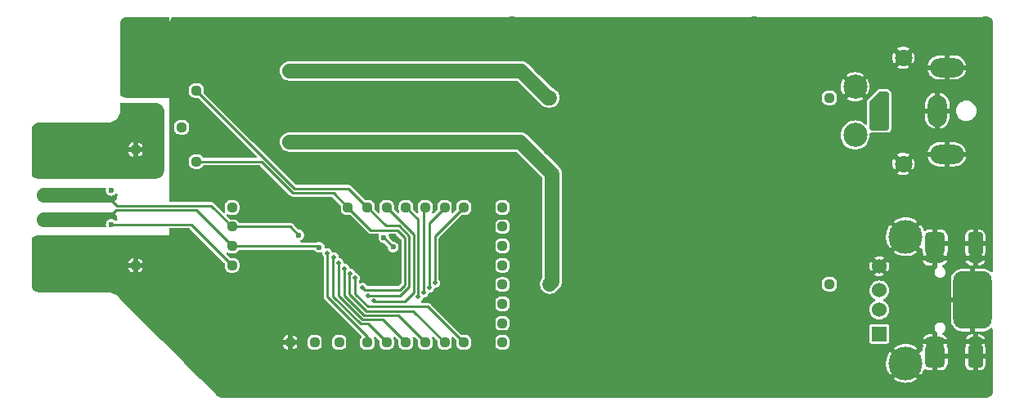
<source format=gbr>
%TF.GenerationSoftware,KiCad,Pcbnew,6.0.11+dfsg-1~bpo11+1*%
%TF.CreationDate,2024-04-01T13:46:52-04:00*%
%TF.ProjectId,Module - TPS540x,4d6f6475-6c65-4202-9d20-545053353430,1.0.0*%
%TF.SameCoordinates,Original*%
%TF.FileFunction,Copper,L2,Bot*%
%TF.FilePolarity,Positive*%
%FSLAX46Y46*%
G04 Gerber Fmt 4.6, Leading zero omitted, Abs format (unit mm)*
G04 Created by KiCad (PCBNEW 6.0.11+dfsg-1~bpo11+1) date 2024-04-01 13:46:52*
%MOMM*%
%LPD*%
G01*
G04 APERTURE LIST*
G04 Aperture macros list*
%AMRoundRect*
0 Rectangle with rounded corners*
0 $1 Rounding radius*
0 $2 $3 $4 $5 $6 $7 $8 $9 X,Y pos of 4 corners*
0 Add a 4 corners polygon primitive as box body*
4,1,4,$2,$3,$4,$5,$6,$7,$8,$9,$2,$3,0*
0 Add four circle primitives for the rounded corners*
1,1,$1+$1,$2,$3*
1,1,$1+$1,$4,$5*
1,1,$1+$1,$6,$7*
1,1,$1+$1,$8,$9*
0 Add four rect primitives between the rounded corners*
20,1,$1+$1,$2,$3,$4,$5,0*
20,1,$1+$1,$4,$5,$6,$7,0*
20,1,$1+$1,$6,$7,$8,$9,0*
20,1,$1+$1,$8,$9,$2,$3,0*%
%AMFreePoly0*
4,1,18,-2.000000,0.800000,-1.984776,0.876537,-1.941421,0.941421,-1.876537,0.984776,-1.800000,1.000000,1.000000,1.000000,2.000000,0.000000,2.000000,-0.800000,1.984776,-0.876537,1.941421,-0.941421,1.876537,-0.984776,1.800000,-1.000000,-1.800000,-1.000000,-1.876537,-0.984776,-1.941421,-0.941421,-1.984776,-0.876537,-2.000000,-0.800000,-2.000000,0.800000,-2.000000,0.800000,$1*%
G04 Aperture macros list end*
%TA.AperFunction,ComponentPad*%
%ADD10RoundRect,0.330000X-0.170000X-0.170000X0.170000X-0.170000X0.170000X0.170000X-0.170000X0.170000X0*%
%TD*%
%TA.AperFunction,ComponentPad*%
%ADD11FreePoly0,90.000000*%
%TD*%
%TA.AperFunction,ComponentPad*%
%ADD12C,2.500000*%
%TD*%
%TA.AperFunction,ComponentPad*%
%ADD13O,2.000000X3.300000*%
%TD*%
%TA.AperFunction,ComponentPad*%
%ADD14C,1.800000*%
%TD*%
%TA.AperFunction,ComponentPad*%
%ADD15O,3.500000X2.000000*%
%TD*%
%TA.AperFunction,ComponentPad*%
%ADD16RoundRect,0.330000X0.170000X-0.170000X0.170000X0.170000X-0.170000X0.170000X-0.170000X-0.170000X0*%
%TD*%
%TA.AperFunction,ComponentPad*%
%ADD17R,1.524000X1.524000*%
%TD*%
%TA.AperFunction,ComponentPad*%
%ADD18C,1.524000*%
%TD*%
%TA.AperFunction,ComponentPad*%
%ADD19O,1.600000X1.000000*%
%TD*%
%TA.AperFunction,SMDPad,CuDef*%
%ADD20RoundRect,0.525000X0.525000X-0.675000X0.525000X0.675000X-0.525000X0.675000X-0.525000X-0.675000X0*%
%TD*%
%TA.AperFunction,ComponentPad*%
%ADD21C,3.500000*%
%TD*%
%TA.AperFunction,SMDPad,CuDef*%
%ADD22RoundRect,0.400000X0.400000X-0.800000X0.400000X0.800000X-0.400000X0.800000X-0.400000X-0.800000X0*%
%TD*%
%TA.AperFunction,ComponentPad*%
%ADD23RoundRect,1.000000X-1.000000X2.000000X-1.000000X-2.000000X1.000000X-2.000000X1.000000X2.000000X0*%
%TD*%
%TA.AperFunction,ComponentPad*%
%ADD24O,2.100000X1.000000*%
%TD*%
%TA.AperFunction,ViaPad*%
%ADD25C,1.600000*%
%TD*%
%TA.AperFunction,ViaPad*%
%ADD26C,0.800000*%
%TD*%
%TA.AperFunction,ViaPad*%
%ADD27C,0.600000*%
%TD*%
%TA.AperFunction,ViaPad*%
%ADD28C,0.500000*%
%TD*%
%TA.AperFunction,ViaPad*%
%ADD29C,1.524000*%
%TD*%
%TA.AperFunction,Conductor*%
%ADD30C,0.250000*%
%TD*%
%TA.AperFunction,Conductor*%
%ADD31C,1.500000*%
%TD*%
G04 APERTURE END LIST*
D10*
%TO.P,TPc1,1,1*%
%TO.N,PC1*%
X87000000Y-114000000D03*
%TD*%
D11*
%TO.P,J706,1,Pin_1*%
%TO.N,VoutB*%
X138000000Y-90000000D03*
D12*
X135500000Y-92500000D03*
D13*
%TO.P,J706,2,Pin_2*%
%TO.N,GND*%
X144000000Y-90000000D03*
D12*
X135500000Y-87500000D03*
D14*
%TO.P,J706,MP,MountPin*%
X140500000Y-95500000D03*
X140500000Y-84500000D03*
D15*
X145000000Y-94500000D03*
X145000000Y-85500000D03*
%TD*%
D10*
%TO.P,TP5,1,1*%
%TO.N,Dat0*%
X71000000Y-106000000D03*
%TD*%
%TO.P,TP301,1,1*%
%TO.N,Vsrc*%
X61000000Y-94000000D03*
%TD*%
D16*
%TO.P,TPc4,1,1*%
%TO.N,PC4*%
X93000000Y-114000000D03*
%TD*%
D10*
%TO.P,TPb4,1,1*%
%TO.N,PB4*%
X99000000Y-108000000D03*
%TD*%
%TO.P,TP502,1,1*%
%TO.N,VoutA*%
X132842000Y-107950000D03*
%TD*%
D16*
%TO.P,TPa2,1,1*%
%TO.N,PA2*%
X85000000Y-100000000D03*
%TD*%
%TO.P,TPc5,1,1*%
%TO.N,PC5*%
X95000000Y-114000000D03*
%TD*%
D10*
%TO.P,TP701,1,1*%
%TO.N,VswB*%
X103886000Y-88646000D03*
%TD*%
D16*
%TO.P,TPa4,1,1*%
%TO.N,PA4*%
X89000000Y-100000000D03*
%TD*%
%TO.P,TP4,1,1*%
%TO.N,GND*%
X77000000Y-114000000D03*
%TD*%
D10*
%TO.P,TPb1,1,1*%
%TO.N,PB1*%
X99000000Y-102000000D03*
%TD*%
D16*
%TO.P,TPc2,1,1*%
%TO.N,PC2*%
X89000000Y-114000000D03*
%TD*%
%TO.P,TPa7,1,1*%
%TO.N,PA7*%
X95000000Y-100000000D03*
%TD*%
D10*
%TO.P,TPc0,1,1*%
%TO.N,PC0*%
X85000000Y-114000000D03*
%TD*%
%TO.P,TP302,1,1*%
%TO.N,Vin*%
X65786000Y-91694000D03*
%TD*%
%TO.P,TPb5,1,1*%
%TO.N,PB5*%
X99000000Y-110000000D03*
%TD*%
%TO.P,TP303,1,1*%
%TO.N,GND*%
X61000000Y-106000000D03*
%TD*%
D16*
%TO.P,TPa0,1,1*%
%TO.N,~{RESET}*%
X82080000Y-114000000D03*
%TD*%
%TO.P,TPa6,1,1*%
%TO.N,PA6*%
X93000000Y-100000000D03*
%TD*%
%TO.P,TPa1,1,1*%
%TO.N,PA1*%
X83000000Y-100000000D03*
%TD*%
D10*
%TO.P,TPa401,1,1*%
%TO.N,PA1*%
X67310000Y-95250000D03*
%TD*%
%TO.P,TPb2,1,1*%
%TO.N,PB2*%
X99000000Y-104000000D03*
%TD*%
%TO.P,TP8,1,1*%
%TO.N,PB0*%
X71000000Y-104000000D03*
%TD*%
%TO.P,TPa602,1,1*%
%TO.N,PA2*%
X67310000Y-87884000D03*
%TD*%
D16*
%TO.P,TP1,1,1*%
%TO.N,I2C-Vcc*%
X79540000Y-114000000D03*
%TD*%
D10*
%TO.P,TP702,1,1*%
%TO.N,VoutB*%
X132842000Y-88646000D03*
%TD*%
D17*
%TO.P,J505,1,VBUS*%
%TO.N,VoutA*%
X138000000Y-113100000D03*
D18*
%TO.P,J505,2,D-*%
%TO.N,unconnected-(J505-Pad2)*%
X138000000Y-110600000D03*
%TO.P,J505,3,D+*%
%TO.N,unconnected-(J505-Pad3)*%
X138000000Y-108600000D03*
%TO.P,J505,4,GND*%
%TO.N,GND*%
X138000000Y-106100000D03*
D19*
%TO.P,J505,5,Shield*%
X147948632Y-113920000D03*
D20*
X143780427Y-103753035D03*
D21*
X140710000Y-116170000D03*
D22*
X147948632Y-103753035D03*
D23*
X147668632Y-109600000D03*
D24*
X143768632Y-113920000D03*
D20*
X143780427Y-115446965D03*
D24*
X143768632Y-105280000D03*
D19*
X147948632Y-105280000D03*
D22*
X147948632Y-115446965D03*
D21*
X140710000Y-103030000D03*
%TD*%
D16*
%TO.P,TPa5,1,1*%
%TO.N,PA5*%
X91000000Y-100000000D03*
%TD*%
D10*
%TO.P,TPb7,1,1*%
%TO.N,PB7*%
X99000000Y-114000000D03*
%TD*%
%TO.P,TPb0,1,1*%
%TO.N,PB0*%
X99000000Y-100000000D03*
%TD*%
%TO.P,TP501,1,1*%
%TO.N,VswA*%
X103886000Y-107950000D03*
%TD*%
%TO.P,TPb3,1,1*%
%TO.N,PB3*%
X99000000Y-106000000D03*
%TD*%
D16*
%TO.P,TPc3,1,1*%
%TO.N,PC3*%
X91000000Y-114000000D03*
%TD*%
%TO.P,TPa3,1,1*%
%TO.N,PA3*%
X87000000Y-100000000D03*
%TD*%
D10*
%TO.P,TP6,1,1*%
%TO.N,I2C-Vcc*%
X71000000Y-100000000D03*
%TD*%
%TO.P,TP7,1,1*%
%TO.N,PB1*%
X71000000Y-102000000D03*
%TD*%
%TO.P,TPb6,1,1*%
%TO.N,PB6*%
X99000000Y-112000000D03*
%TD*%
D25*
%TO.N,GND*%
X70040000Y-119000000D03*
X75000000Y-119000000D03*
X63000000Y-104000000D03*
X149000000Y-119000000D03*
D26*
X86602225Y-107596737D03*
X87366058Y-107010000D03*
D25*
X100000000Y-81000000D03*
D26*
X110363000Y-90297000D03*
X109982000Y-109220000D03*
D25*
X149000000Y-81000000D03*
X125000000Y-81000000D03*
D26*
X88062376Y-106383869D03*
D25*
X125000000Y-100000000D03*
X100000000Y-119000000D03*
X59000000Y-104000000D03*
D26*
X86614000Y-106372094D03*
X88003499Y-107643839D03*
D25*
X125000000Y-119000000D03*
X102000000Y-100000000D03*
D27*
%TO.N,Dat0*%
X58500000Y-101760000D03*
D28*
%TO.N,PA4*%
X90275494Y-109286500D03*
%TO.N,PA5*%
X90816265Y-108834500D03*
%TO.N,PA6*%
X91405346Y-108334500D03*
%TO.N,PA7*%
X92017250Y-107834500D03*
%TO.N,PA1*%
X84526000Y-108334500D03*
%TO.N,PA2*%
X85090000Y-109129500D03*
%TO.N,PA3*%
X85636000Y-109704000D03*
D27*
%TO.N,PB0*%
X80010000Y-104140000D03*
X58500000Y-100760000D03*
%TO.N,PB1*%
X86719221Y-103151601D03*
X58500000Y-99240000D03*
X87682777Y-104115157D03*
X77915000Y-102870000D03*
D28*
%TO.N,PC2*%
X82043020Y-105761020D03*
%TO.N,PC3*%
X82638000Y-106334500D03*
%TO.N,PC4*%
X83232000Y-106834500D03*
%TO.N,PC5*%
X83748000Y-107334500D03*
D25*
%TO.N,Vsrc*%
X63000000Y-96000000D03*
X59000000Y-96000000D03*
D27*
%TO.N,I2C-Vcc*%
X58500000Y-98240000D03*
D28*
%TO.N,PC0*%
X80860520Y-104736520D03*
%TO.N,PC1*%
X81564520Y-105186520D03*
D29*
%TO.N,VswB*%
X99568000Y-85852000D03*
X76962000Y-85852000D03*
%TO.N,VswA*%
X83058000Y-93218000D03*
X76962000Y-93218000D03*
%TD*%
D30*
%TO.N,Dat0*%
X66760000Y-101760000D02*
X58500000Y-101760000D01*
X71000000Y-106000000D02*
X66760000Y-101760000D01*
%TO.N,PA4*%
X90241265Y-109252271D02*
X90241265Y-101241265D01*
X90275494Y-109286500D02*
X90241265Y-109252271D01*
X90241265Y-101241265D02*
X89000000Y-100000000D01*
%TO.N,PA5*%
X90816265Y-108834500D02*
X90816265Y-100183735D01*
X90816265Y-100183735D02*
X91000000Y-100000000D01*
%TO.N,PA6*%
X91405346Y-108334500D02*
X91405346Y-101594654D01*
X91405346Y-101594654D02*
X93000000Y-100000000D01*
%TO.N,PA7*%
X92017250Y-107834500D02*
X92017250Y-102982750D01*
X92017250Y-102982750D02*
X95000000Y-100000000D01*
%TO.N,PA1*%
X77290604Y-98501000D02*
X81501000Y-98501000D01*
X88891265Y-103164057D02*
X88891265Y-108017604D01*
X84746500Y-108555000D02*
X84526000Y-108334500D01*
X85362000Y-102362000D02*
X88089208Y-102362000D01*
X88353869Y-108555000D02*
X84746500Y-108555000D01*
X81501000Y-98501000D02*
X83000000Y-100000000D01*
X88089208Y-102362000D02*
X88891265Y-103164057D01*
X88891265Y-108017604D02*
X88353869Y-108555000D01*
X74039604Y-95250000D02*
X77290604Y-98501000D01*
X83000000Y-100000000D02*
X85362000Y-102362000D01*
X67310000Y-95250000D02*
X74039604Y-95250000D01*
%TO.N,PA2*%
X89341265Y-108204000D02*
X88415765Y-109129500D01*
X89341265Y-102977661D02*
X89341265Y-108204000D01*
X88275604Y-101912000D02*
X89341265Y-102977661D01*
X67310000Y-87884000D02*
X77477000Y-98051000D01*
X77477000Y-98051000D02*
X83051000Y-98051000D01*
X85000000Y-100000000D02*
X86912000Y-101912000D01*
X88415765Y-109129500D02*
X85090000Y-109129500D01*
X86912000Y-101912000D02*
X88275604Y-101912000D01*
X83051000Y-98051000D02*
X85000000Y-100000000D01*
%TO.N,PA3*%
X88900000Y-109728000D02*
X89791265Y-108836735D01*
X89791265Y-102791265D02*
X87000000Y-100000000D01*
X85660000Y-109728000D02*
X88900000Y-109728000D01*
X85636000Y-109704000D02*
X85660000Y-109728000D01*
X89791265Y-108836735D02*
X89791265Y-102791265D01*
%TO.N,PB0*%
X58988000Y-100272000D02*
X58500000Y-100760000D01*
X79870000Y-104000000D02*
X71000000Y-104000000D01*
X80010000Y-104140000D02*
X79870000Y-104000000D01*
X67272000Y-100272000D02*
X58988000Y-100272000D01*
X71000000Y-104000000D02*
X67272000Y-100272000D01*
%TO.N,PB1*%
X59082000Y-99822000D02*
X63500000Y-99822000D01*
X77045000Y-102000000D02*
X71000000Y-102000000D01*
X77915000Y-102870000D02*
X77045000Y-102000000D01*
X71000000Y-102000000D02*
X68822000Y-99822000D01*
X68822000Y-99822000D02*
X63500000Y-99822000D01*
X58500000Y-99240000D02*
X59082000Y-99822000D01*
X86719221Y-103151601D02*
X87682777Y-104115157D01*
%TO.N,PC2*%
X86629000Y-111629000D02*
X84501812Y-111629000D01*
X84501812Y-111629000D02*
X82043020Y-109170208D01*
X89000000Y-114000000D02*
X86629000Y-111629000D01*
X82043020Y-109170208D02*
X82043020Y-105761020D01*
%TO.N,PC3*%
X84688208Y-111179000D02*
X82638000Y-109128792D01*
X88179000Y-111179000D02*
X84688208Y-111179000D01*
X91000000Y-114000000D02*
X88179000Y-111179000D01*
X82638000Y-109128792D02*
X82638000Y-106334500D01*
%TO.N,PC4*%
X89729000Y-110729000D02*
X84874604Y-110729000D01*
X83173000Y-106893500D02*
X83232000Y-106834500D01*
X83173000Y-109027396D02*
X83173000Y-106893500D01*
X84874604Y-110729000D02*
X83173000Y-109027396D01*
X93000000Y-114000000D02*
X89729000Y-110729000D01*
%TO.N,PC5*%
X83748000Y-108966000D02*
X83748000Y-107334500D01*
X85061000Y-110279000D02*
X83748000Y-108966000D01*
X91279000Y-110279000D02*
X85061000Y-110279000D01*
X95000000Y-114000000D02*
X91279000Y-110279000D01*
%TO.N,PC0*%
X80860520Y-109260500D02*
X85000000Y-113399980D01*
X85000000Y-113399980D02*
X85000000Y-114000000D01*
X80860520Y-104736520D02*
X80860520Y-109260500D01*
%TO.N,PC1*%
X87000000Y-114000000D02*
X85079000Y-112079000D01*
X85079000Y-112079000D02*
X84315416Y-112079000D01*
X81468020Y-109231604D02*
X81468020Y-105283020D01*
X81468020Y-105283020D02*
X81564520Y-105186520D01*
X84315416Y-112079000D02*
X81468020Y-109231604D01*
D31*
%TO.N,VswB*%
X103886000Y-88646000D02*
X103730000Y-88646000D01*
X103730000Y-88646000D02*
X100936000Y-85852000D01*
X100936000Y-85852000D02*
X76962000Y-85852000D01*
%TO.N,VswA*%
X104140000Y-107696000D02*
X104140000Y-96520000D01*
X100838000Y-93218000D02*
X76962000Y-93218000D01*
X104140000Y-96520000D02*
X100838000Y-93218000D01*
X103886000Y-107950000D02*
X104140000Y-107696000D01*
%TD*%
%TA.AperFunction,Conductor*%
%TO.N,PB0*%
G36*
X58389029Y-100508792D02*
G01*
X58537457Y-100525516D01*
X58564963Y-100531794D01*
X58699216Y-100578772D01*
X58724635Y-100591013D01*
X58845082Y-100666694D01*
X58867142Y-100684287D01*
X58967713Y-100784858D01*
X58985306Y-100806918D01*
X59060987Y-100927365D01*
X59073228Y-100952784D01*
X59120205Y-101087035D01*
X59126484Y-101114543D01*
X59140664Y-101240392D01*
X59128415Y-101310324D01*
X59080302Y-101362532D01*
X59015456Y-101380500D01*
X58959062Y-101380500D01*
X58890941Y-101360498D01*
X58882374Y-101354474D01*
X58779643Y-101275645D01*
X58644754Y-101219772D01*
X58500000Y-101200715D01*
X58491812Y-101201793D01*
X58363432Y-101218694D01*
X58363430Y-101218695D01*
X58355246Y-101219772D01*
X58307430Y-101239578D01*
X58227986Y-101272485D01*
X58227984Y-101272486D01*
X58220358Y-101275645D01*
X58104526Y-101364526D01*
X58015645Y-101480358D01*
X57959772Y-101615246D01*
X57940715Y-101760000D01*
X57941793Y-101768188D01*
X57957771Y-101889554D01*
X57946832Y-101959703D01*
X57899703Y-102012801D01*
X57832849Y-102032000D01*
X51531079Y-102032000D01*
X51516971Y-102031208D01*
X51368543Y-102014484D01*
X51341037Y-102008206D01*
X51206784Y-101961228D01*
X51181365Y-101948987D01*
X51060918Y-101873306D01*
X51038858Y-101855713D01*
X50938287Y-101755142D01*
X50920694Y-101733082D01*
X50845013Y-101612635D01*
X50832772Y-101587216D01*
X50785795Y-101452965D01*
X50779516Y-101425456D01*
X50763590Y-101284107D01*
X50763590Y-101255893D01*
X50779516Y-101114544D01*
X50785795Y-101087035D01*
X50832772Y-100952784D01*
X50845013Y-100927365D01*
X50920694Y-100806918D01*
X50938287Y-100784858D01*
X51038858Y-100684287D01*
X51060918Y-100666694D01*
X51181365Y-100591013D01*
X51206784Y-100578772D01*
X51341037Y-100531794D01*
X51368543Y-100525516D01*
X51516971Y-100508792D01*
X51531079Y-100508000D01*
X58374921Y-100508000D01*
X58389029Y-100508792D01*
G37*
%TD.AperFunction*%
%TD*%
%TA.AperFunction,Conductor*%
%TO.N,GND*%
G36*
X148987103Y-80256921D02*
G01*
X149000000Y-80259486D01*
X149012170Y-80257065D01*
X149019856Y-80257065D01*
X149032207Y-80257672D01*
X149133092Y-80267609D01*
X149157309Y-80272425D01*
X149273426Y-80307649D01*
X149296226Y-80317093D01*
X149403239Y-80374292D01*
X149423770Y-80388011D01*
X149517556Y-80464981D01*
X149535019Y-80482444D01*
X149611989Y-80576230D01*
X149625708Y-80596761D01*
X149682907Y-80703774D01*
X149692351Y-80726574D01*
X149727575Y-80842691D01*
X149732391Y-80866908D01*
X149742328Y-80967793D01*
X149742935Y-80980144D01*
X149742935Y-80987830D01*
X149740514Y-81000000D01*
X149742935Y-81012170D01*
X149743079Y-81012894D01*
X149745500Y-81037476D01*
X149745500Y-106599135D01*
X149725498Y-106667256D01*
X149671842Y-106713749D01*
X149601568Y-106723853D01*
X149536988Y-106694359D01*
X149530405Y-106688230D01*
X149480232Y-106638057D01*
X149471653Y-106630883D01*
X149297055Y-106509534D01*
X149287348Y-106503997D01*
X149094022Y-106415486D01*
X149083482Y-106411753D01*
X148877290Y-106358813D01*
X148866760Y-106357047D01*
X148733502Y-106346207D01*
X148728397Y-106346000D01*
X147940747Y-106346000D01*
X147925508Y-106350475D01*
X147924303Y-106351865D01*
X147922632Y-106359548D01*
X147922632Y-112835885D01*
X147927107Y-112851124D01*
X147928497Y-112852329D01*
X147936180Y-112854000D01*
X148728397Y-112854000D01*
X148733502Y-112853793D01*
X148866760Y-112842953D01*
X148877290Y-112841187D01*
X149083482Y-112788247D01*
X149094022Y-112784514D01*
X149287348Y-112696003D01*
X149297055Y-112690466D01*
X149471653Y-112569117D01*
X149480232Y-112561943D01*
X149530405Y-112511770D01*
X149592717Y-112477744D01*
X149663532Y-112482809D01*
X149720368Y-112525356D01*
X149745179Y-112591876D01*
X149745500Y-112600865D01*
X149745500Y-118962524D01*
X149743079Y-118987103D01*
X149740514Y-119000000D01*
X149742935Y-119012170D01*
X149742935Y-119019856D01*
X149742328Y-119032207D01*
X149732391Y-119133092D01*
X149727575Y-119157309D01*
X149692351Y-119273426D01*
X149682907Y-119296226D01*
X149625708Y-119403239D01*
X149611989Y-119423770D01*
X149535019Y-119517556D01*
X149517556Y-119535019D01*
X149423770Y-119611989D01*
X149403239Y-119625708D01*
X149296226Y-119682907D01*
X149273426Y-119692351D01*
X149157309Y-119727575D01*
X149133092Y-119732391D01*
X149032207Y-119742328D01*
X149019856Y-119742935D01*
X149012170Y-119742935D01*
X149000000Y-119740514D01*
X148987103Y-119743079D01*
X148962524Y-119745500D01*
X70180761Y-119745500D01*
X70156641Y-119743169D01*
X70143038Y-119740516D01*
X70130875Y-119742982D01*
X70118561Y-119743028D01*
X70107791Y-119742606D01*
X69971926Y-119731449D01*
X69950681Y-119727856D01*
X69841033Y-119699481D01*
X69794919Y-119687548D01*
X69774590Y-119680383D01*
X69653636Y-119625714D01*
X69627978Y-119614117D01*
X69609169Y-119603592D01*
X69476005Y-119513311D01*
X69459263Y-119499733D01*
X69361212Y-119405212D01*
X69354584Y-119396656D01*
X69353760Y-119397376D01*
X69345595Y-119388031D01*
X69339411Y-119377273D01*
X69318771Y-119361374D01*
X69306567Y-119350650D01*
X67711964Y-117756047D01*
X139489120Y-117756047D01*
X139496510Y-117766349D01*
X139551289Y-117810946D01*
X139558568Y-117816061D01*
X139794060Y-117957839D01*
X139801984Y-117961876D01*
X140055108Y-118069061D01*
X140063513Y-118071939D01*
X140329227Y-118142391D01*
X140337948Y-118144055D01*
X140610942Y-118176366D01*
X140619807Y-118176784D01*
X140894616Y-118170307D01*
X140903476Y-118169470D01*
X141174618Y-118124340D01*
X141183275Y-118122261D01*
X141445360Y-118039375D01*
X141453621Y-118036104D01*
X141701416Y-117917114D01*
X141709140Y-117912708D01*
X141924483Y-117768821D01*
X141932771Y-117758903D01*
X141925514Y-117744724D01*
X140722812Y-116542022D01*
X140708868Y-116534408D01*
X140707035Y-116534539D01*
X140700420Y-116538790D01*
X139496286Y-117742924D01*
X139489120Y-117756047D01*
X67711964Y-117756047D01*
X66067262Y-116111344D01*
X138702047Y-116111344D01*
X138712839Y-116386020D01*
X138713814Y-116394849D01*
X138763201Y-116665268D01*
X138765410Y-116673871D01*
X138852405Y-116934628D01*
X138855809Y-116942845D01*
X138978678Y-117188745D01*
X138983196Y-117196384D01*
X139112343Y-117383245D01*
X139122663Y-117391597D01*
X139136317Y-117384473D01*
X140337978Y-116182812D01*
X140344356Y-116171132D01*
X141074408Y-116171132D01*
X141074539Y-116172965D01*
X141078790Y-116179580D01*
X142283657Y-117384447D01*
X142297057Y-117391764D01*
X142306961Y-117384777D01*
X142332549Y-117354336D01*
X142337767Y-117347153D01*
X142483236Y-117113901D01*
X142487388Y-117106061D01*
X142598543Y-116854632D01*
X142601547Y-116846288D01*
X142607452Y-116825351D01*
X142645195Y-116765218D01*
X142709457Y-116735036D01*
X142779835Y-116744388D01*
X142807330Y-116761084D01*
X142832186Y-116780926D01*
X142844028Y-116788384D01*
X142988694Y-116858319D01*
X143001899Y-116862969D01*
X143160127Y-116899499D01*
X143170012Y-116900915D01*
X143171764Y-116900965D01*
X143508312Y-116900965D01*
X143523551Y-116896490D01*
X143524756Y-116895100D01*
X143526427Y-116887417D01*
X143526427Y-116882849D01*
X144034427Y-116882849D01*
X144038902Y-116898088D01*
X144040292Y-116899293D01*
X144047975Y-116900964D01*
X144389120Y-116900964D01*
X144390826Y-116900915D01*
X144400735Y-116899497D01*
X144558955Y-116862969D01*
X144572160Y-116858319D01*
X144716826Y-116788384D01*
X144728668Y-116780927D01*
X144854246Y-116680680D01*
X144864142Y-116670784D01*
X144964389Y-116545206D01*
X144971846Y-116533364D01*
X145041781Y-116388698D01*
X145046431Y-116375493D01*
X145061427Y-116310537D01*
X146894633Y-116310537D01*
X146894827Y-116315472D01*
X146897045Y-116343668D01*
X146899346Y-116356269D01*
X146941438Y-116501151D01*
X146947685Y-116515587D01*
X147023729Y-116644171D01*
X147033369Y-116656598D01*
X147138999Y-116762228D01*
X147151426Y-116771868D01*
X147280010Y-116847912D01*
X147294446Y-116854159D01*
X147439334Y-116896252D01*
X147451921Y-116898552D01*
X147480131Y-116900772D01*
X147485056Y-116900965D01*
X147676517Y-116900965D01*
X147691756Y-116896490D01*
X147692961Y-116895100D01*
X147694632Y-116887417D01*
X147694632Y-116882849D01*
X148202632Y-116882849D01*
X148207107Y-116898088D01*
X148208497Y-116899293D01*
X148216180Y-116900964D01*
X148412204Y-116900964D01*
X148417139Y-116900770D01*
X148445335Y-116898552D01*
X148457936Y-116896251D01*
X148602818Y-116854159D01*
X148617254Y-116847912D01*
X148745838Y-116771868D01*
X148758265Y-116762228D01*
X148863895Y-116656598D01*
X148873535Y-116644171D01*
X148949579Y-116515587D01*
X148955826Y-116501151D01*
X148997919Y-116356263D01*
X149000219Y-116343676D01*
X149002439Y-116315466D01*
X149002632Y-116310541D01*
X149002632Y-115719080D01*
X148998157Y-115703841D01*
X148996767Y-115702636D01*
X148989084Y-115700965D01*
X148220747Y-115700965D01*
X148205508Y-115705440D01*
X148204303Y-115706830D01*
X148202632Y-115714513D01*
X148202632Y-116882849D01*
X147694632Y-116882849D01*
X147694632Y-115719080D01*
X147690157Y-115703841D01*
X147688767Y-115702636D01*
X147681084Y-115700965D01*
X146912748Y-115700965D01*
X146897509Y-115705440D01*
X146896304Y-115706830D01*
X146894633Y-115714513D01*
X146894633Y-116310537D01*
X145061427Y-116310537D01*
X145082961Y-116217265D01*
X145084377Y-116207380D01*
X145084427Y-116205628D01*
X145084427Y-115719080D01*
X145079952Y-115703841D01*
X145078562Y-115702636D01*
X145070879Y-115700965D01*
X144052542Y-115700965D01*
X144037303Y-115705440D01*
X144036098Y-115706830D01*
X144034427Y-115714513D01*
X144034427Y-116882849D01*
X143526427Y-116882849D01*
X143526427Y-115174850D01*
X144034427Y-115174850D01*
X144038902Y-115190089D01*
X144040292Y-115191294D01*
X144047975Y-115192965D01*
X145066311Y-115192965D01*
X145081550Y-115188490D01*
X145082755Y-115187100D01*
X145084426Y-115179417D01*
X145084426Y-115174850D01*
X146894632Y-115174850D01*
X146899107Y-115190089D01*
X146900497Y-115191294D01*
X146908180Y-115192965D01*
X147676517Y-115192965D01*
X147691756Y-115188490D01*
X147692961Y-115187100D01*
X147694632Y-115179417D01*
X147694632Y-115174850D01*
X148202632Y-115174850D01*
X148207107Y-115190089D01*
X148208497Y-115191294D01*
X148216180Y-115192965D01*
X148984516Y-115192965D01*
X148999755Y-115188490D01*
X149000960Y-115187100D01*
X149002631Y-115179417D01*
X149002631Y-114583394D01*
X149002437Y-114578458D01*
X149000219Y-114550262D01*
X148997918Y-114537661D01*
X148955826Y-114392779D01*
X148949577Y-114378339D01*
X148939154Y-114360714D01*
X148921695Y-114291898D01*
X148938652Y-114233294D01*
X148941126Y-114229034D01*
X148946926Y-114215696D01*
X148954303Y-114191338D01*
X148954423Y-114177236D01*
X148947493Y-114174000D01*
X148220747Y-114174000D01*
X148205508Y-114178475D01*
X148204303Y-114179865D01*
X148202632Y-114187548D01*
X148202632Y-115174850D01*
X147694632Y-115174850D01*
X147694632Y-114192115D01*
X147690157Y-114176876D01*
X147688767Y-114175671D01*
X147681084Y-114174000D01*
X146955378Y-114174000D01*
X146941847Y-114177973D01*
X146941116Y-114183056D01*
X146967244Y-114244460D01*
X146975510Y-114314974D01*
X146959756Y-114357933D01*
X146947685Y-114378344D01*
X146941438Y-114392779D01*
X146899345Y-114537667D01*
X146897045Y-114550254D01*
X146894825Y-114578464D01*
X146894632Y-114583390D01*
X146894632Y-115174850D01*
X145084426Y-115174850D01*
X145084426Y-114688272D01*
X145084377Y-114686566D01*
X145082959Y-114676657D01*
X145046431Y-114518437D01*
X145041780Y-114505228D01*
X144984114Y-114385941D01*
X144972474Y-114315905D01*
X144988600Y-114267817D01*
X145011125Y-114229037D01*
X145016926Y-114215696D01*
X145024303Y-114191338D01*
X145024423Y-114177236D01*
X145017493Y-114174000D01*
X144052542Y-114174000D01*
X144037303Y-114178475D01*
X144036098Y-114179865D01*
X144034427Y-114187548D01*
X144034427Y-115174850D01*
X143526427Y-115174850D01*
X143526427Y-114732115D01*
X143519736Y-114709328D01*
X143514632Y-114673830D01*
X143514632Y-114192115D01*
X143510157Y-114176876D01*
X143508767Y-114175671D01*
X143501084Y-114174000D01*
X142525378Y-114174000D01*
X142511847Y-114177973D01*
X142511116Y-114183056D01*
X142556358Y-114289382D01*
X142559808Y-114295429D01*
X142576189Y-114364510D01*
X142563804Y-114412703D01*
X142519073Y-114505232D01*
X142514423Y-114518437D01*
X142477893Y-114676665D01*
X142476477Y-114686550D01*
X142476427Y-114688302D01*
X142476427Y-114833378D01*
X142456425Y-114901499D01*
X142402769Y-114947992D01*
X142332495Y-114958096D01*
X142313273Y-114950062D01*
X142296960Y-114948790D01*
X142282685Y-114956525D01*
X141082022Y-116157188D01*
X141074408Y-116171132D01*
X140344356Y-116171132D01*
X140345592Y-116168868D01*
X140345461Y-116167035D01*
X140341210Y-116160420D01*
X139137460Y-114956670D01*
X139124619Y-114949658D01*
X139113930Y-114957453D01*
X139051052Y-115037213D01*
X139046063Y-115044555D01*
X138907987Y-115282269D01*
X138904088Y-115290227D01*
X138800888Y-115545015D01*
X138798139Y-115553477D01*
X138731873Y-115820247D01*
X138730344Y-115829008D01*
X138702326Y-116102461D01*
X138702047Y-116111344D01*
X66067262Y-116111344D01*
X64227501Y-114271583D01*
X76254335Y-114271583D01*
X76259954Y-114314267D01*
X76264192Y-114330085D01*
X76316717Y-114456892D01*
X76324903Y-114471070D01*
X76408460Y-114579962D01*
X76420040Y-114591542D01*
X76528928Y-114675095D01*
X76543111Y-114683283D01*
X76669916Y-114735808D01*
X76685733Y-114740046D01*
X76728039Y-114745615D01*
X76742221Y-114743404D01*
X76746000Y-114730246D01*
X76746000Y-114729865D01*
X77254000Y-114729865D01*
X77258044Y-114743636D01*
X77271583Y-114745665D01*
X77314267Y-114740046D01*
X77330085Y-114735808D01*
X77456892Y-114683283D01*
X77471070Y-114675097D01*
X77579962Y-114591540D01*
X77591542Y-114579960D01*
X77675095Y-114471072D01*
X77683283Y-114456889D01*
X77735808Y-114330084D01*
X77740046Y-114314267D01*
X77745615Y-114271961D01*
X77743404Y-114257779D01*
X77730246Y-114254000D01*
X77272115Y-114254000D01*
X77256876Y-114258475D01*
X77255671Y-114259865D01*
X77254000Y-114267548D01*
X77254000Y-114729865D01*
X76746000Y-114729865D01*
X76746000Y-114272115D01*
X76741525Y-114256876D01*
X76740135Y-114255671D01*
X76732452Y-114254000D01*
X76270135Y-114254000D01*
X76256364Y-114258044D01*
X76254335Y-114271583D01*
X64227501Y-114271583D01*
X63747605Y-113791687D01*
X78785500Y-113791687D01*
X78785501Y-114208312D01*
X78786039Y-114212396D01*
X78786039Y-114212402D01*
X78793900Y-114272115D01*
X78800544Y-114322585D01*
X78859440Y-114464772D01*
X78864469Y-114471326D01*
X78946674Y-114578458D01*
X78953129Y-114586871D01*
X79075228Y-114680560D01*
X79217415Y-114739456D01*
X79225603Y-114740534D01*
X79327593Y-114753961D01*
X79331687Y-114754500D01*
X79539974Y-114754500D01*
X79748312Y-114754499D01*
X79752396Y-114753961D01*
X79752402Y-114753961D01*
X79854398Y-114740534D01*
X79854400Y-114740533D01*
X79862585Y-114739456D01*
X80004772Y-114680560D01*
X80126871Y-114586871D01*
X80133327Y-114578458D01*
X80215531Y-114471326D01*
X80220560Y-114464772D01*
X80279456Y-114322585D01*
X80286121Y-114271961D01*
X80293962Y-114212400D01*
X80293962Y-114212399D01*
X80294500Y-114208313D01*
X80294499Y-113791688D01*
X80294499Y-113791687D01*
X81325500Y-113791687D01*
X81325501Y-114208312D01*
X81326039Y-114212396D01*
X81326039Y-114212402D01*
X81333900Y-114272115D01*
X81340544Y-114322585D01*
X81399440Y-114464772D01*
X81404469Y-114471326D01*
X81486674Y-114578458D01*
X81493129Y-114586871D01*
X81615228Y-114680560D01*
X81757415Y-114739456D01*
X81765603Y-114740534D01*
X81867593Y-114753961D01*
X81871687Y-114754500D01*
X82079974Y-114754500D01*
X82288312Y-114754499D01*
X82292396Y-114753961D01*
X82292402Y-114753961D01*
X82394398Y-114740534D01*
X82394400Y-114740533D01*
X82402585Y-114739456D01*
X82544772Y-114680560D01*
X82666871Y-114586871D01*
X82673327Y-114578458D01*
X82755531Y-114471326D01*
X82760560Y-114464772D01*
X82819456Y-114322585D01*
X82826121Y-114271961D01*
X82833962Y-114212400D01*
X82833962Y-114212399D01*
X82834500Y-114208313D01*
X82834499Y-113791688D01*
X82827953Y-113741956D01*
X82820534Y-113685602D01*
X82820533Y-113685600D01*
X82819456Y-113677415D01*
X82760560Y-113535228D01*
X82666871Y-113413129D01*
X82544772Y-113319440D01*
X82402585Y-113260544D01*
X82372597Y-113256596D01*
X82292400Y-113246038D01*
X82292399Y-113246038D01*
X82288313Y-113245500D01*
X82080026Y-113245500D01*
X81871688Y-113245501D01*
X81867604Y-113246039D01*
X81867598Y-113246039D01*
X81765602Y-113259466D01*
X81765600Y-113259467D01*
X81757415Y-113260544D01*
X81615228Y-113319440D01*
X81493129Y-113413129D01*
X81399440Y-113535228D01*
X81340544Y-113677415D01*
X81339466Y-113685602D01*
X81339466Y-113685603D01*
X81333830Y-113728417D01*
X81325500Y-113791687D01*
X80294499Y-113791687D01*
X80287953Y-113741956D01*
X80280534Y-113685602D01*
X80280533Y-113685600D01*
X80279456Y-113677415D01*
X80220560Y-113535228D01*
X80126871Y-113413129D01*
X80004772Y-113319440D01*
X79862585Y-113260544D01*
X79832597Y-113256596D01*
X79752400Y-113246038D01*
X79752399Y-113246038D01*
X79748313Y-113245500D01*
X79540026Y-113245500D01*
X79331688Y-113245501D01*
X79327604Y-113246039D01*
X79327598Y-113246039D01*
X79225602Y-113259466D01*
X79225600Y-113259467D01*
X79217415Y-113260544D01*
X79075228Y-113319440D01*
X78953129Y-113413129D01*
X78859440Y-113535228D01*
X78800544Y-113677415D01*
X78799466Y-113685602D01*
X78799466Y-113685603D01*
X78793830Y-113728417D01*
X78785500Y-113791687D01*
X63747605Y-113791687D01*
X63683957Y-113728039D01*
X76254385Y-113728039D01*
X76256596Y-113742221D01*
X76269754Y-113746000D01*
X76727885Y-113746000D01*
X76743124Y-113741525D01*
X76744329Y-113740135D01*
X76746000Y-113732452D01*
X76746000Y-113727885D01*
X77254000Y-113727885D01*
X77258475Y-113743124D01*
X77259865Y-113744329D01*
X77267548Y-113746000D01*
X77729865Y-113746000D01*
X77743636Y-113741956D01*
X77745665Y-113728417D01*
X77740046Y-113685733D01*
X77735808Y-113669915D01*
X77683283Y-113543108D01*
X77675097Y-113528930D01*
X77591540Y-113420038D01*
X77579960Y-113408458D01*
X77471072Y-113324905D01*
X77456889Y-113316717D01*
X77330084Y-113264192D01*
X77314267Y-113259954D01*
X77271961Y-113254385D01*
X77257779Y-113256596D01*
X77254000Y-113269754D01*
X77254000Y-113727885D01*
X76746000Y-113727885D01*
X76746000Y-113270135D01*
X76741956Y-113256364D01*
X76728417Y-113254335D01*
X76685733Y-113259954D01*
X76669915Y-113264192D01*
X76543108Y-113316717D01*
X76528930Y-113324903D01*
X76420038Y-113408460D01*
X76408458Y-113420040D01*
X76324905Y-113528928D01*
X76316717Y-113543111D01*
X76264192Y-113669916D01*
X76259954Y-113685733D01*
X76254385Y-113728039D01*
X63683957Y-113728039D01*
X59357851Y-109401933D01*
X59351235Y-109394786D01*
X59347187Y-109390058D01*
X59341110Y-109379238D01*
X59333353Y-109373138D01*
X59328049Y-109367707D01*
X59327838Y-109367460D01*
X59327594Y-109367240D01*
X59182604Y-109218765D01*
X59179367Y-109216220D01*
X59179362Y-109216215D01*
X59046114Y-109111433D01*
X59005371Y-109079394D01*
X58897589Y-109015448D01*
X58815007Y-108966453D01*
X58815005Y-108966452D01*
X58811462Y-108964350D01*
X58807673Y-108962728D01*
X58807670Y-108962726D01*
X58607983Y-108877221D01*
X58604195Y-108875599D01*
X58412368Y-108821750D01*
X58391094Y-108815778D01*
X58391092Y-108815778D01*
X58387118Y-108814662D01*
X58383032Y-108814075D01*
X58383029Y-108814074D01*
X58181750Y-108785140D01*
X58181369Y-108785060D01*
X58180986Y-108785030D01*
X58173582Y-108783966D01*
X58164044Y-108781289D01*
X58151719Y-108782763D01*
X58136291Y-108784608D01*
X58121329Y-108785500D01*
X51037476Y-108785500D01*
X51012897Y-108783079D01*
X51000000Y-108780514D01*
X50987830Y-108782935D01*
X50980144Y-108782935D01*
X50967793Y-108782328D01*
X50866908Y-108772391D01*
X50842691Y-108767575D01*
X50726574Y-108732351D01*
X50703774Y-108722907D01*
X50596761Y-108665708D01*
X50576230Y-108651989D01*
X50482444Y-108575019D01*
X50464981Y-108557556D01*
X50388011Y-108463770D01*
X50374292Y-108443239D01*
X50317093Y-108336226D01*
X50307649Y-108313426D01*
X50272425Y-108197309D01*
X50267609Y-108173092D01*
X50257672Y-108072207D01*
X50257065Y-108059856D01*
X50257065Y-108052170D01*
X50259486Y-108040000D01*
X50256921Y-108027103D01*
X50254500Y-108002524D01*
X50254500Y-106271583D01*
X60254335Y-106271583D01*
X60259954Y-106314267D01*
X60264192Y-106330085D01*
X60316717Y-106456892D01*
X60324903Y-106471070D01*
X60408460Y-106579962D01*
X60420040Y-106591542D01*
X60528928Y-106675095D01*
X60543111Y-106683283D01*
X60669916Y-106735808D01*
X60685733Y-106740046D01*
X60728039Y-106745615D01*
X60742221Y-106743404D01*
X60746000Y-106730246D01*
X60746000Y-106729865D01*
X61254000Y-106729865D01*
X61258044Y-106743636D01*
X61271583Y-106745665D01*
X61314267Y-106740046D01*
X61330085Y-106735808D01*
X61456892Y-106683283D01*
X61471070Y-106675097D01*
X61579962Y-106591540D01*
X61591542Y-106579960D01*
X61675095Y-106471072D01*
X61683283Y-106456889D01*
X61735808Y-106330084D01*
X61740046Y-106314267D01*
X61745615Y-106271961D01*
X61743404Y-106257779D01*
X61730246Y-106254000D01*
X61272115Y-106254000D01*
X61256876Y-106258475D01*
X61255671Y-106259865D01*
X61254000Y-106267548D01*
X61254000Y-106729865D01*
X60746000Y-106729865D01*
X60746000Y-106272115D01*
X60741525Y-106256876D01*
X60740135Y-106255671D01*
X60732452Y-106254000D01*
X60270135Y-106254000D01*
X60256364Y-106258044D01*
X60254335Y-106271583D01*
X50254500Y-106271583D01*
X50254500Y-105728039D01*
X60254385Y-105728039D01*
X60256596Y-105742221D01*
X60269754Y-105746000D01*
X60727885Y-105746000D01*
X60743124Y-105741525D01*
X60744329Y-105740135D01*
X60746000Y-105732452D01*
X60746000Y-105727885D01*
X61254000Y-105727885D01*
X61258475Y-105743124D01*
X61259865Y-105744329D01*
X61267548Y-105746000D01*
X61729865Y-105746000D01*
X61743636Y-105741956D01*
X61745665Y-105728417D01*
X61740046Y-105685733D01*
X61735808Y-105669915D01*
X61683283Y-105543108D01*
X61675097Y-105528930D01*
X61591540Y-105420038D01*
X61579960Y-105408458D01*
X61471072Y-105324905D01*
X61456889Y-105316717D01*
X61330084Y-105264192D01*
X61314267Y-105259954D01*
X61271961Y-105254385D01*
X61257779Y-105256596D01*
X61254000Y-105269754D01*
X61254000Y-105727885D01*
X60746000Y-105727885D01*
X60746000Y-105270135D01*
X60741956Y-105256364D01*
X60728417Y-105254335D01*
X60685733Y-105259954D01*
X60669915Y-105264192D01*
X60543108Y-105316717D01*
X60528930Y-105324903D01*
X60420038Y-105408460D01*
X60408458Y-105420040D01*
X60324905Y-105528928D01*
X60316717Y-105543111D01*
X60264192Y-105669916D01*
X60259954Y-105685733D01*
X60254385Y-105728039D01*
X50254500Y-105728039D01*
X50254500Y-103254759D01*
X50274502Y-103186638D01*
X50283100Y-103174826D01*
X50285022Y-103172484D01*
X50302485Y-103155021D01*
X50434842Y-103046399D01*
X50455369Y-103032683D01*
X50606371Y-102951971D01*
X50629191Y-102942518D01*
X50793043Y-102892815D01*
X50817260Y-102887999D01*
X50993837Y-102870607D01*
X51006187Y-102870000D01*
X64516000Y-102870000D01*
X64516000Y-102156166D01*
X64550845Y-102140627D01*
X64567662Y-102139500D01*
X66550616Y-102139500D01*
X66618737Y-102159502D01*
X66639711Y-102176405D01*
X70208595Y-105745289D01*
X70242621Y-105807601D01*
X70245500Y-105834384D01*
X70245501Y-106019620D01*
X70245501Y-106208312D01*
X70246039Y-106212396D01*
X70246039Y-106212402D01*
X70259449Y-106314267D01*
X70260544Y-106322585D01*
X70319440Y-106464772D01*
X70413129Y-106586871D01*
X70419679Y-106591897D01*
X70517890Y-106667256D01*
X70535228Y-106680560D01*
X70677415Y-106739456D01*
X70685603Y-106740534D01*
X70787593Y-106753961D01*
X70791687Y-106754500D01*
X70999974Y-106754500D01*
X71208312Y-106754499D01*
X71212396Y-106753961D01*
X71212402Y-106753961D01*
X71314398Y-106740534D01*
X71314400Y-106740533D01*
X71322585Y-106739456D01*
X71464772Y-106680560D01*
X71482110Y-106667256D01*
X71580321Y-106591897D01*
X71586871Y-106586871D01*
X71680560Y-106464772D01*
X71739456Y-106322585D01*
X71740551Y-106314267D01*
X71753962Y-106212400D01*
X71753962Y-106212399D01*
X71754500Y-106208313D01*
X71754499Y-105791688D01*
X71752102Y-105773473D01*
X71740534Y-105685602D01*
X71740533Y-105685600D01*
X71739456Y-105677415D01*
X71680560Y-105535228D01*
X71586871Y-105413129D01*
X71464772Y-105319440D01*
X71322585Y-105260544D01*
X71292597Y-105256596D01*
X71212400Y-105246038D01*
X71212399Y-105246038D01*
X71208313Y-105245500D01*
X71171633Y-105245500D01*
X70834385Y-105245501D01*
X70766265Y-105225499D01*
X70745290Y-105208596D01*
X70440325Y-104903631D01*
X70406299Y-104841319D01*
X70411364Y-104770504D01*
X70453911Y-104713668D01*
X70520431Y-104688857D01*
X70577638Y-104698127D01*
X70669786Y-104736296D01*
X70677415Y-104739456D01*
X70685603Y-104740534D01*
X70787593Y-104753961D01*
X70791687Y-104754500D01*
X70999974Y-104754500D01*
X71208312Y-104754499D01*
X71212396Y-104753961D01*
X71212402Y-104753961D01*
X71314398Y-104740534D01*
X71314400Y-104740533D01*
X71322585Y-104739456D01*
X71464772Y-104680560D01*
X71477301Y-104670946D01*
X71580321Y-104591897D01*
X71586871Y-104586871D01*
X71645372Y-104510631D01*
X71675531Y-104471326D01*
X71680560Y-104464772D01*
X71683721Y-104457140D01*
X71687850Y-104449989D01*
X71689004Y-104450655D01*
X71728205Y-104402005D01*
X71800071Y-104379500D01*
X79432706Y-104379500D01*
X79500827Y-104399502D01*
X79532668Y-104428796D01*
X79609495Y-104528919D01*
X79609500Y-104528924D01*
X79614526Y-104535474D01*
X79621076Y-104540500D01*
X79621079Y-104540503D01*
X79723804Y-104619327D01*
X79730357Y-104624355D01*
X79865246Y-104680228D01*
X79873434Y-104681306D01*
X79930791Y-104688857D01*
X80010000Y-104699285D01*
X80018188Y-104698207D01*
X80059062Y-104692826D01*
X80089209Y-104688857D01*
X80146566Y-104681306D01*
X80154754Y-104680228D01*
X80162382Y-104677068D01*
X80162387Y-104677067D01*
X80182738Y-104668637D01*
X80253328Y-104661047D01*
X80316815Y-104692826D01*
X80353043Y-104753884D01*
X80355893Y-104768707D01*
X80360304Y-104802438D01*
X80369608Y-104873585D01*
X80427809Y-105005859D01*
X80433581Y-105012726D01*
X80433585Y-105012732D01*
X80451470Y-105034008D01*
X80479992Y-105099024D01*
X80481020Y-105115084D01*
X80481020Y-109206580D01*
X80478471Y-109230528D01*
X80478392Y-109232193D01*
X80476200Y-109242376D01*
X80477424Y-109252717D01*
X80480147Y-109275723D01*
X80480497Y-109281654D01*
X80480592Y-109281646D01*
X80481020Y-109286824D01*
X80481020Y-109292024D01*
X80481874Y-109297153D01*
X80481874Y-109297156D01*
X80484189Y-109311065D01*
X80485026Y-109316943D01*
X80488125Y-109343124D01*
X80491050Y-109367841D01*
X80495013Y-109376093D01*
X80496516Y-109385126D01*
X80501463Y-109394295D01*
X80501464Y-109394297D01*
X80520854Y-109430232D01*
X80523551Y-109435525D01*
X80542305Y-109474582D01*
X80542308Y-109474586D01*
X80545739Y-109481732D01*
X80549334Y-109486008D01*
X80551257Y-109487931D01*
X80553029Y-109489863D01*
X80553072Y-109489942D01*
X80552948Y-109490055D01*
X80553424Y-109490595D01*
X80556510Y-109496314D01*
X80564155Y-109503381D01*
X80596106Y-109532916D01*
X80599672Y-109536346D01*
X84362489Y-113299163D01*
X84396515Y-113361475D01*
X84391450Y-113432290D01*
X84373357Y-113464961D01*
X84324469Y-113528674D01*
X84319440Y-113535228D01*
X84260544Y-113677415D01*
X84259466Y-113685602D01*
X84259466Y-113685603D01*
X84253830Y-113728417D01*
X84245500Y-113791687D01*
X84245501Y-114208312D01*
X84246039Y-114212396D01*
X84246039Y-114212402D01*
X84253900Y-114272115D01*
X84260544Y-114322585D01*
X84319440Y-114464772D01*
X84324469Y-114471326D01*
X84406674Y-114578458D01*
X84413129Y-114586871D01*
X84535228Y-114680560D01*
X84677415Y-114739456D01*
X84685603Y-114740534D01*
X84787593Y-114753961D01*
X84791687Y-114754500D01*
X84999974Y-114754500D01*
X85208312Y-114754499D01*
X85212396Y-114753961D01*
X85212402Y-114753961D01*
X85314398Y-114740534D01*
X85314400Y-114740533D01*
X85322585Y-114739456D01*
X85464772Y-114680560D01*
X85586871Y-114586871D01*
X85593327Y-114578458D01*
X85675531Y-114471326D01*
X85680560Y-114464772D01*
X85739456Y-114322585D01*
X85746121Y-114271961D01*
X85753962Y-114212400D01*
X85753962Y-114212399D01*
X85754500Y-114208313D01*
X85754499Y-113791688D01*
X85747953Y-113741956D01*
X85740534Y-113685602D01*
X85740533Y-113685600D01*
X85739456Y-113677415D01*
X85698127Y-113577638D01*
X85690538Y-113507048D01*
X85722317Y-113443561D01*
X85783375Y-113407334D01*
X85854327Y-113409868D01*
X85903631Y-113440325D01*
X86208595Y-113745289D01*
X86242621Y-113807601D01*
X86245500Y-113834384D01*
X86245501Y-114208312D01*
X86246039Y-114212396D01*
X86246039Y-114212402D01*
X86253900Y-114272115D01*
X86260544Y-114322585D01*
X86319440Y-114464772D01*
X86324469Y-114471326D01*
X86406674Y-114578458D01*
X86413129Y-114586871D01*
X86535228Y-114680560D01*
X86677415Y-114739456D01*
X86685603Y-114740534D01*
X86787593Y-114753961D01*
X86791687Y-114754500D01*
X86999974Y-114754500D01*
X87208312Y-114754499D01*
X87212396Y-114753961D01*
X87212402Y-114753961D01*
X87314398Y-114740534D01*
X87314400Y-114740533D01*
X87322585Y-114739456D01*
X87464772Y-114680560D01*
X87586871Y-114586871D01*
X87593327Y-114578458D01*
X87675531Y-114471326D01*
X87680560Y-114464772D01*
X87739456Y-114322585D01*
X87746121Y-114271961D01*
X87753962Y-114212400D01*
X87753962Y-114212399D01*
X87754500Y-114208313D01*
X87754499Y-113791688D01*
X87747953Y-113741956D01*
X87740534Y-113685602D01*
X87740533Y-113685600D01*
X87739456Y-113677415D01*
X87698127Y-113577638D01*
X87690538Y-113507048D01*
X87722317Y-113443561D01*
X87783375Y-113407334D01*
X87854327Y-113409868D01*
X87903631Y-113440325D01*
X88208595Y-113745289D01*
X88242621Y-113807601D01*
X88245500Y-113834384D01*
X88245501Y-114208312D01*
X88246039Y-114212396D01*
X88246039Y-114212402D01*
X88253900Y-114272115D01*
X88260544Y-114322585D01*
X88319440Y-114464772D01*
X88324469Y-114471326D01*
X88406674Y-114578458D01*
X88413129Y-114586871D01*
X88535228Y-114680560D01*
X88677415Y-114739456D01*
X88685603Y-114740534D01*
X88787593Y-114753961D01*
X88791687Y-114754500D01*
X88999974Y-114754500D01*
X89208312Y-114754499D01*
X89212396Y-114753961D01*
X89212402Y-114753961D01*
X89314398Y-114740534D01*
X89314400Y-114740533D01*
X89322585Y-114739456D01*
X89464772Y-114680560D01*
X89586871Y-114586871D01*
X89593327Y-114578458D01*
X89675531Y-114471326D01*
X89680560Y-114464772D01*
X89739456Y-114322585D01*
X89746121Y-114271961D01*
X89753962Y-114212400D01*
X89753962Y-114212399D01*
X89754500Y-114208313D01*
X89754499Y-113791688D01*
X89747953Y-113741956D01*
X89740534Y-113685602D01*
X89740533Y-113685600D01*
X89739456Y-113677415D01*
X89698127Y-113577638D01*
X89690538Y-113507050D01*
X89722317Y-113443563D01*
X89783375Y-113407335D01*
X89854326Y-113409869D01*
X89903631Y-113440326D01*
X90208595Y-113745290D01*
X90242621Y-113807602D01*
X90245500Y-113834384D01*
X90245501Y-114208312D01*
X90246039Y-114212396D01*
X90246039Y-114212402D01*
X90253900Y-114272115D01*
X90260544Y-114322585D01*
X90319440Y-114464772D01*
X90324469Y-114471326D01*
X90406674Y-114578458D01*
X90413129Y-114586871D01*
X90535228Y-114680560D01*
X90677415Y-114739456D01*
X90685603Y-114740534D01*
X90787593Y-114753961D01*
X90791687Y-114754500D01*
X90999974Y-114754500D01*
X91208312Y-114754499D01*
X91212396Y-114753961D01*
X91212402Y-114753961D01*
X91314398Y-114740534D01*
X91314400Y-114740533D01*
X91322585Y-114739456D01*
X91464772Y-114680560D01*
X91586871Y-114586871D01*
X91593327Y-114578458D01*
X91675531Y-114471326D01*
X91680560Y-114464772D01*
X91739456Y-114322585D01*
X91746121Y-114271961D01*
X91753962Y-114212400D01*
X91753962Y-114212399D01*
X91754500Y-114208313D01*
X91754499Y-113791688D01*
X91747953Y-113741956D01*
X91740534Y-113685602D01*
X91740533Y-113685600D01*
X91739456Y-113677415D01*
X91698127Y-113577638D01*
X91690538Y-113507048D01*
X91722317Y-113443561D01*
X91783375Y-113407334D01*
X91854327Y-113409868D01*
X91903631Y-113440325D01*
X92208595Y-113745289D01*
X92242621Y-113807601D01*
X92245500Y-113834384D01*
X92245501Y-114208312D01*
X92246039Y-114212396D01*
X92246039Y-114212402D01*
X92253900Y-114272115D01*
X92260544Y-114322585D01*
X92319440Y-114464772D01*
X92324469Y-114471326D01*
X92406674Y-114578458D01*
X92413129Y-114586871D01*
X92535228Y-114680560D01*
X92677415Y-114739456D01*
X92685603Y-114740534D01*
X92787593Y-114753961D01*
X92791687Y-114754500D01*
X92999974Y-114754500D01*
X93208312Y-114754499D01*
X93212396Y-114753961D01*
X93212402Y-114753961D01*
X93314398Y-114740534D01*
X93314400Y-114740533D01*
X93322585Y-114739456D01*
X93464772Y-114680560D01*
X93586871Y-114586871D01*
X93593327Y-114578458D01*
X93675531Y-114471326D01*
X93680560Y-114464772D01*
X93739456Y-114322585D01*
X93746121Y-114271961D01*
X93753962Y-114212400D01*
X93753962Y-114212399D01*
X93754500Y-114208313D01*
X93754499Y-113791688D01*
X93747953Y-113741956D01*
X93740534Y-113685602D01*
X93740533Y-113685600D01*
X93739456Y-113677415D01*
X93698127Y-113577638D01*
X93690538Y-113507048D01*
X93722317Y-113443561D01*
X93783375Y-113407334D01*
X93854327Y-113409868D01*
X93903631Y-113440325D01*
X94208595Y-113745289D01*
X94242621Y-113807601D01*
X94245500Y-113834384D01*
X94245501Y-114208312D01*
X94246039Y-114212396D01*
X94246039Y-114212402D01*
X94253900Y-114272115D01*
X94260544Y-114322585D01*
X94319440Y-114464772D01*
X94324469Y-114471326D01*
X94406674Y-114578458D01*
X94413129Y-114586871D01*
X94535228Y-114680560D01*
X94677415Y-114739456D01*
X94685603Y-114740534D01*
X94787593Y-114753961D01*
X94791687Y-114754500D01*
X94999974Y-114754500D01*
X95208312Y-114754499D01*
X95212396Y-114753961D01*
X95212402Y-114753961D01*
X95314398Y-114740534D01*
X95314400Y-114740533D01*
X95322585Y-114739456D01*
X95464772Y-114680560D01*
X95586871Y-114586871D01*
X95593327Y-114578458D01*
X95675531Y-114471326D01*
X95680560Y-114464772D01*
X95739456Y-114322585D01*
X95746121Y-114271961D01*
X95753962Y-114212400D01*
X95753962Y-114212399D01*
X95754500Y-114208313D01*
X95754499Y-113791688D01*
X95754499Y-113791687D01*
X98245500Y-113791687D01*
X98245501Y-114208312D01*
X98246039Y-114212396D01*
X98246039Y-114212402D01*
X98253900Y-114272115D01*
X98260544Y-114322585D01*
X98319440Y-114464772D01*
X98324469Y-114471326D01*
X98406674Y-114578458D01*
X98413129Y-114586871D01*
X98535228Y-114680560D01*
X98677415Y-114739456D01*
X98685603Y-114740534D01*
X98787593Y-114753961D01*
X98791687Y-114754500D01*
X98999974Y-114754500D01*
X99208312Y-114754499D01*
X99212396Y-114753961D01*
X99212402Y-114753961D01*
X99314398Y-114740534D01*
X99314400Y-114740533D01*
X99322585Y-114739456D01*
X99464772Y-114680560D01*
X99586871Y-114586871D01*
X99589175Y-114583868D01*
X139489225Y-114583868D01*
X139496205Y-114596995D01*
X140697188Y-115797978D01*
X140711132Y-115805592D01*
X140712965Y-115805461D01*
X140719580Y-115801210D01*
X141923299Y-114597491D01*
X141930153Y-114584939D01*
X141921946Y-114573869D01*
X141816593Y-114493466D01*
X141809163Y-114488586D01*
X141569332Y-114354274D01*
X141561282Y-114350486D01*
X141304917Y-114251305D01*
X141296427Y-114248693D01*
X141028634Y-114186623D01*
X141019856Y-114185233D01*
X140745990Y-114161513D01*
X140737119Y-114161373D01*
X140462634Y-114176479D01*
X140453824Y-114177593D01*
X140184223Y-114231219D01*
X140175637Y-114233568D01*
X139916292Y-114324644D01*
X139908124Y-114328179D01*
X139664188Y-114454892D01*
X139656620Y-114459529D01*
X139497627Y-114573147D01*
X139489225Y-114583868D01*
X99589175Y-114583868D01*
X99593327Y-114578458D01*
X99675531Y-114471326D01*
X99680560Y-114464772D01*
X99739456Y-114322585D01*
X99746121Y-114271961D01*
X99753962Y-114212400D01*
X99753962Y-114212399D01*
X99754500Y-114208313D01*
X99754499Y-113791688D01*
X99747953Y-113741956D01*
X99740534Y-113685602D01*
X99740533Y-113685600D01*
X99739456Y-113677415D01*
X99680560Y-113535228D01*
X99586871Y-113413129D01*
X99464772Y-113319440D01*
X99322585Y-113260544D01*
X99292597Y-113256596D01*
X99212400Y-113246038D01*
X99212399Y-113246038D01*
X99208313Y-113245500D01*
X99000026Y-113245500D01*
X98791688Y-113245501D01*
X98787604Y-113246039D01*
X98787598Y-113246039D01*
X98685602Y-113259466D01*
X98685600Y-113259467D01*
X98677415Y-113260544D01*
X98535228Y-113319440D01*
X98413129Y-113413129D01*
X98319440Y-113535228D01*
X98260544Y-113677415D01*
X98259466Y-113685602D01*
X98259466Y-113685603D01*
X98253830Y-113728417D01*
X98245500Y-113791687D01*
X95754499Y-113791687D01*
X95747953Y-113741956D01*
X95740534Y-113685602D01*
X95740533Y-113685600D01*
X95739456Y-113677415D01*
X95680560Y-113535228D01*
X95586871Y-113413129D01*
X95464772Y-113319440D01*
X95322585Y-113260544D01*
X95292597Y-113256596D01*
X95212400Y-113246038D01*
X95212399Y-113246038D01*
X95208313Y-113245500D01*
X95171633Y-113245500D01*
X94834385Y-113245501D01*
X94766265Y-113225499D01*
X94745290Y-113208596D01*
X93328381Y-111791687D01*
X98245500Y-111791687D01*
X98245501Y-112208312D01*
X98246039Y-112212396D01*
X98246039Y-112212402D01*
X98259466Y-112314397D01*
X98260544Y-112322585D01*
X98319440Y-112464772D01*
X98324469Y-112471326D01*
X98355503Y-112511770D01*
X98413129Y-112586871D01*
X98419679Y-112591897D01*
X98473366Y-112633092D01*
X98535228Y-112680560D01*
X98677415Y-112739456D01*
X98685603Y-112740534D01*
X98787593Y-112753961D01*
X98791687Y-112754500D01*
X98999974Y-112754500D01*
X99208312Y-112754499D01*
X99212396Y-112753961D01*
X99212402Y-112753961D01*
X99314398Y-112740534D01*
X99314400Y-112740533D01*
X99322585Y-112739456D01*
X99464772Y-112680560D01*
X99526634Y-112633092D01*
X99580321Y-112591897D01*
X99586871Y-112586871D01*
X99644498Y-112511770D01*
X99675531Y-112471326D01*
X99680560Y-112464772D01*
X99739456Y-112322585D01*
X99740727Y-112312933D01*
X136983500Y-112312933D01*
X136983501Y-113887066D01*
X136998266Y-113961301D01*
X137054516Y-114045484D01*
X137138699Y-114101734D01*
X137212933Y-114116500D01*
X137999872Y-114116500D01*
X138787066Y-114116499D01*
X138822818Y-114109388D01*
X138849126Y-114104156D01*
X138849128Y-114104155D01*
X138861301Y-114101734D01*
X138871621Y-114094839D01*
X138871622Y-114094838D01*
X138935168Y-114052377D01*
X138945484Y-114045484D01*
X139001734Y-113961301D01*
X139016500Y-113887067D01*
X139016500Y-113662764D01*
X142512841Y-113662764D01*
X142519771Y-113666000D01*
X143496517Y-113666000D01*
X143511756Y-113661525D01*
X143512961Y-113660135D01*
X143514632Y-113652452D01*
X143514632Y-113184115D01*
X143510157Y-113168876D01*
X143508767Y-113167671D01*
X143501084Y-113166000D01*
X143178269Y-113166000D01*
X143170965Y-113166425D01*
X143051266Y-113180380D01*
X143037113Y-113183725D01*
X142885602Y-113238721D01*
X142872604Y-113245230D01*
X142737806Y-113333608D01*
X142726654Y-113342932D01*
X142615804Y-113459947D01*
X142607092Y-113471592D01*
X142526138Y-113610966D01*
X142520338Y-113624304D01*
X142512961Y-113648662D01*
X142512841Y-113662764D01*
X139016500Y-113662764D01*
X139016499Y-112490000D01*
X143714132Y-112490000D01*
X143734048Y-112641280D01*
X143792440Y-112782250D01*
X143885328Y-112903304D01*
X144002483Y-112993200D01*
X144044349Y-113050537D01*
X144048571Y-113121408D01*
X144025326Y-113167164D01*
X144022632Y-113179548D01*
X144022632Y-113647885D01*
X144027107Y-113663124D01*
X144028497Y-113664329D01*
X144036180Y-113666000D01*
X145011886Y-113666000D01*
X145022907Y-113662764D01*
X146942841Y-113662764D01*
X146949771Y-113666000D01*
X147676517Y-113666000D01*
X147691756Y-113661525D01*
X147692961Y-113660135D01*
X147694632Y-113652452D01*
X147694632Y-113647885D01*
X148202632Y-113647885D01*
X148207107Y-113663124D01*
X148208497Y-113664329D01*
X148216180Y-113666000D01*
X148941886Y-113666000D01*
X148955417Y-113662027D01*
X148956148Y-113656944D01*
X148910903Y-113550612D01*
X148903703Y-113537988D01*
X148808165Y-113408167D01*
X148798251Y-113397536D01*
X148675407Y-113293172D01*
X148663319Y-113285110D01*
X148519761Y-113211805D01*
X148506136Y-113206738D01*
X148347916Y-113168023D01*
X148336857Y-113166340D01*
X148333311Y-113166120D01*
X148329433Y-113166000D01*
X148220747Y-113166000D01*
X148205508Y-113170475D01*
X148204303Y-113171865D01*
X148202632Y-113179548D01*
X148202632Y-113647885D01*
X147694632Y-113647885D01*
X147694632Y-113184115D01*
X147690157Y-113168876D01*
X147688767Y-113167671D01*
X147681084Y-113166000D01*
X147608269Y-113166000D01*
X147600965Y-113166425D01*
X147481266Y-113180380D01*
X147467113Y-113183725D01*
X147315602Y-113238721D01*
X147302604Y-113245230D01*
X147167806Y-113333608D01*
X147156654Y-113342932D01*
X147045804Y-113459947D01*
X147037092Y-113471592D01*
X146956138Y-113610966D01*
X146950338Y-113624304D01*
X146942961Y-113648662D01*
X146942841Y-113662764D01*
X145022907Y-113662764D01*
X145025417Y-113662027D01*
X145026148Y-113656944D01*
X144980903Y-113550612D01*
X144973703Y-113537988D01*
X144878165Y-113408167D01*
X144868251Y-113397536D01*
X144745407Y-113293172D01*
X144733318Y-113285109D01*
X144597497Y-113215755D01*
X144545924Y-113166961D01*
X144528918Y-113098032D01*
X144551878Y-113030850D01*
X144589002Y-112996971D01*
X144590882Y-112996192D01*
X144711936Y-112903304D01*
X144804824Y-112782250D01*
X144863216Y-112641280D01*
X144883132Y-112490000D01*
X144863216Y-112338720D01*
X144804824Y-112197750D01*
X144711936Y-112076696D01*
X144590882Y-111983808D01*
X144449912Y-111925416D01*
X144336612Y-111910500D01*
X144260652Y-111910500D01*
X144147352Y-111925416D01*
X144006382Y-111983808D01*
X143885328Y-112076696D01*
X143792440Y-112197750D01*
X143734048Y-112338720D01*
X143714132Y-112490000D01*
X139016499Y-112490000D01*
X139016499Y-112312934D01*
X139001734Y-112238699D01*
X138984162Y-112212400D01*
X138952377Y-112164832D01*
X138945484Y-112154516D01*
X138861301Y-112098266D01*
X138787067Y-112083500D01*
X138000128Y-112083500D01*
X137212934Y-112083501D01*
X137177906Y-112090468D01*
X137150874Y-112095844D01*
X137150872Y-112095845D01*
X137138699Y-112098266D01*
X137128379Y-112105161D01*
X137128378Y-112105162D01*
X137067985Y-112145516D01*
X137054516Y-112154516D01*
X136998266Y-112238699D01*
X136983500Y-112312933D01*
X99740727Y-112312933D01*
X99754500Y-112208313D01*
X99754499Y-111791688D01*
X99752118Y-111773595D01*
X99740534Y-111685602D01*
X99740533Y-111685600D01*
X99739456Y-111677415D01*
X99732145Y-111659765D01*
X145414632Y-111659765D01*
X145414839Y-111664870D01*
X145425679Y-111798128D01*
X145427445Y-111808658D01*
X145480385Y-112014850D01*
X145484118Y-112025390D01*
X145572629Y-112218716D01*
X145578166Y-112228423D01*
X145699515Y-112403021D01*
X145706689Y-112411600D01*
X145857032Y-112561943D01*
X145865611Y-112569117D01*
X146040209Y-112690466D01*
X146049916Y-112696003D01*
X146243242Y-112784514D01*
X146253782Y-112788247D01*
X146459974Y-112841187D01*
X146470504Y-112842953D01*
X146603762Y-112853793D01*
X146608867Y-112854000D01*
X147396517Y-112854000D01*
X147411756Y-112849525D01*
X147412961Y-112848135D01*
X147414632Y-112840452D01*
X147414632Y-109872115D01*
X147410157Y-109856876D01*
X147408767Y-109855671D01*
X147401084Y-109854000D01*
X145432747Y-109854000D01*
X145417508Y-109858475D01*
X145416303Y-109859865D01*
X145414632Y-109867548D01*
X145414632Y-111659765D01*
X99732145Y-111659765D01*
X99680560Y-111535228D01*
X99586871Y-111413129D01*
X99464772Y-111319440D01*
X99322585Y-111260544D01*
X99314397Y-111259466D01*
X99212400Y-111246038D01*
X99212399Y-111246038D01*
X99208313Y-111245500D01*
X99000026Y-111245500D01*
X98791688Y-111245501D01*
X98787604Y-111246039D01*
X98787598Y-111246039D01*
X98685602Y-111259466D01*
X98685600Y-111259467D01*
X98677415Y-111260544D01*
X98535228Y-111319440D01*
X98413129Y-111413129D01*
X98319440Y-111535228D01*
X98260544Y-111677415D01*
X98245500Y-111791687D01*
X93328381Y-111791687D01*
X91585478Y-110048784D01*
X91570336Y-110030036D01*
X91569221Y-110028811D01*
X91563571Y-110020060D01*
X91555393Y-110013613D01*
X91555391Y-110013611D01*
X91537200Y-109999271D01*
X91532759Y-109995325D01*
X91532697Y-109995398D01*
X91528733Y-109992039D01*
X91525056Y-109988362D01*
X91509308Y-109977108D01*
X91504638Y-109973602D01*
X91464353Y-109941844D01*
X91455719Y-109938812D01*
X91448266Y-109933486D01*
X91399150Y-109918797D01*
X91393508Y-109916964D01*
X91352633Y-109902610D01*
X91352632Y-109902610D01*
X91345149Y-109899982D01*
X91339584Y-109899500D01*
X91336876Y-109899500D01*
X91334242Y-109899386D01*
X91334144Y-109899357D01*
X91334151Y-109899193D01*
X91333447Y-109899149D01*
X91327222Y-109897287D01*
X91273365Y-109899403D01*
X91268418Y-109899500D01*
X90682086Y-109899500D01*
X90613965Y-109879498D01*
X90567472Y-109825842D01*
X90562561Y-109791687D01*
X98245500Y-109791687D01*
X98245501Y-110208312D01*
X98246039Y-110212396D01*
X98246039Y-110212402D01*
X98259466Y-110314397D01*
X98260544Y-110322585D01*
X98319440Y-110464772D01*
X98413129Y-110586871D01*
X98419679Y-110591897D01*
X98471973Y-110632023D01*
X98535228Y-110680560D01*
X98677415Y-110739456D01*
X98685603Y-110740534D01*
X98787593Y-110753961D01*
X98791687Y-110754500D01*
X98999974Y-110754500D01*
X99208312Y-110754499D01*
X99212396Y-110753961D01*
X99212402Y-110753961D01*
X99314398Y-110740534D01*
X99314400Y-110740533D01*
X99322585Y-110739456D01*
X99464772Y-110680560D01*
X99528027Y-110632023D01*
X99580321Y-110591897D01*
X99586871Y-110586871D01*
X99587740Y-110585739D01*
X136978682Y-110585739D01*
X136995362Y-110784386D01*
X137050310Y-110976009D01*
X137141430Y-111153311D01*
X137265253Y-111309537D01*
X137417063Y-111438737D01*
X137422441Y-111441743D01*
X137422443Y-111441744D01*
X137464397Y-111465191D01*
X137591076Y-111535989D01*
X137596935Y-111537893D01*
X137596938Y-111537894D01*
X137612222Y-111542860D01*
X137780665Y-111597591D01*
X137786775Y-111598320D01*
X137786777Y-111598320D01*
X137854314Y-111606373D01*
X137978609Y-111621194D01*
X137984744Y-111620722D01*
X137984746Y-111620722D01*
X138171226Y-111606373D01*
X138171231Y-111606372D01*
X138177367Y-111605900D01*
X138183297Y-111604244D01*
X138183299Y-111604244D01*
X138275496Y-111578502D01*
X138369370Y-111552292D01*
X138374870Y-111549514D01*
X138541802Y-111465191D01*
X138541804Y-111465190D01*
X138547303Y-111462412D01*
X138704390Y-111339682D01*
X138718276Y-111323595D01*
X138830618Y-111193446D01*
X138830619Y-111193444D01*
X138834647Y-111188778D01*
X138933112Y-111015448D01*
X138996035Y-110826294D01*
X139006869Y-110740534D01*
X139020578Y-110632023D01*
X139020579Y-110632013D01*
X139021020Y-110628520D01*
X139021418Y-110600000D01*
X139001965Y-110401606D01*
X139000184Y-110395707D01*
X139000183Y-110395702D01*
X138946129Y-110216667D01*
X138944348Y-110210768D01*
X138850761Y-110034756D01*
X138846871Y-110029986D01*
X138846868Y-110029982D01*
X138728663Y-109885049D01*
X138728660Y-109885046D01*
X138724768Y-109880274D01*
X138693009Y-109854000D01*
X138612745Y-109787600D01*
X138571170Y-109753206D01*
X138493602Y-109711265D01*
X138443193Y-109661270D01*
X138427816Y-109591959D01*
X138452352Y-109525337D01*
X138496720Y-109487963D01*
X138499201Y-109486710D01*
X138547303Y-109462412D01*
X138681583Y-109357501D01*
X138699534Y-109343476D01*
X138704390Y-109339682D01*
X138714573Y-109327885D01*
X145414632Y-109327885D01*
X145419107Y-109343124D01*
X145420497Y-109344329D01*
X145428180Y-109346000D01*
X147396517Y-109346000D01*
X147411756Y-109341525D01*
X147412961Y-109340135D01*
X147414632Y-109332452D01*
X147414632Y-106364115D01*
X147410157Y-106348876D01*
X147408767Y-106347671D01*
X147401084Y-106346000D01*
X146608867Y-106346000D01*
X146603762Y-106346207D01*
X146470504Y-106357047D01*
X146459974Y-106358813D01*
X146253782Y-106411753D01*
X146243242Y-106415486D01*
X146049916Y-106503997D01*
X146040209Y-106509534D01*
X145865611Y-106630883D01*
X145857032Y-106638057D01*
X145706689Y-106788400D01*
X145699515Y-106796979D01*
X145578166Y-106971577D01*
X145572629Y-106981284D01*
X145484118Y-107174610D01*
X145480385Y-107185150D01*
X145427445Y-107391342D01*
X145425679Y-107401872D01*
X145414839Y-107535130D01*
X145414632Y-107540235D01*
X145414632Y-109327885D01*
X138714573Y-109327885D01*
X138718584Y-109323238D01*
X138830618Y-109193446D01*
X138830619Y-109193444D01*
X138834647Y-109188778D01*
X138933112Y-109015448D01*
X138996035Y-108826294D01*
X139007610Y-108734669D01*
X139020578Y-108632023D01*
X139020579Y-108632013D01*
X139021020Y-108628520D01*
X139021418Y-108600000D01*
X139001965Y-108401606D01*
X139000184Y-108395707D01*
X139000183Y-108395702D01*
X138946129Y-108216667D01*
X138944348Y-108210768D01*
X138864107Y-108059856D01*
X138853655Y-108040198D01*
X138853653Y-108040195D01*
X138850761Y-108034756D01*
X138846871Y-108029986D01*
X138846868Y-108029982D01*
X138728663Y-107885049D01*
X138728660Y-107885046D01*
X138724768Y-107880274D01*
X138714546Y-107871817D01*
X138637670Y-107808220D01*
X138571170Y-107753206D01*
X138395815Y-107658392D01*
X138205385Y-107599444D01*
X138199260Y-107598800D01*
X138199259Y-107598800D01*
X138013260Y-107579251D01*
X138013258Y-107579251D01*
X138007131Y-107578607D01*
X137884252Y-107589790D01*
X137814746Y-107596115D01*
X137814745Y-107596115D01*
X137808605Y-107596674D01*
X137802691Y-107598415D01*
X137802689Y-107598415D01*
X137708373Y-107626174D01*
X137617370Y-107652958D01*
X137440709Y-107745314D01*
X137435909Y-107749174D01*
X137435908Y-107749174D01*
X137430893Y-107753206D01*
X137285351Y-107870225D01*
X137157214Y-108022933D01*
X137061179Y-108197621D01*
X137059318Y-108203488D01*
X137059317Y-108203490D01*
X137031040Y-108292628D01*
X137000902Y-108387635D01*
X136978682Y-108585739D01*
X136995362Y-108784386D01*
X137022836Y-108880197D01*
X137047570Y-108966453D01*
X137050310Y-108976009D01*
X137053125Y-108981486D01*
X137127482Y-109126170D01*
X137141430Y-109153311D01*
X137265253Y-109309537D01*
X137417063Y-109438737D01*
X137506849Y-109488916D01*
X137508502Y-109489840D01*
X137558208Y-109540533D01*
X137572617Y-109610052D01*
X137547153Y-109676325D01*
X137505408Y-109711489D01*
X137446173Y-109742457D01*
X137446169Y-109742459D01*
X137440709Y-109745314D01*
X137435909Y-109749174D01*
X137435908Y-109749174D01*
X137426007Y-109757135D01*
X137285351Y-109870225D01*
X137157214Y-110022933D01*
X137061179Y-110197621D01*
X137059318Y-110203488D01*
X137059317Y-110203490D01*
X137057787Y-110208313D01*
X137000902Y-110387635D01*
X136978682Y-110585739D01*
X99587740Y-110585739D01*
X99680560Y-110464772D01*
X99739456Y-110322585D01*
X99754500Y-110208313D01*
X99754499Y-109791688D01*
X99749951Y-109757135D01*
X99740534Y-109685602D01*
X99740533Y-109685600D01*
X99739456Y-109677415D01*
X99680560Y-109535228D01*
X99608828Y-109441744D01*
X99591897Y-109419679D01*
X99586871Y-109413129D01*
X99550377Y-109385126D01*
X99471326Y-109324469D01*
X99464772Y-109319440D01*
X99322585Y-109260544D01*
X99314397Y-109259466D01*
X99212400Y-109246038D01*
X99212399Y-109246038D01*
X99208313Y-109245500D01*
X99000026Y-109245500D01*
X98791688Y-109245501D01*
X98787604Y-109246039D01*
X98787598Y-109246039D01*
X98685602Y-109259466D01*
X98685600Y-109259467D01*
X98677415Y-109260544D01*
X98535228Y-109319440D01*
X98528674Y-109324469D01*
X98449624Y-109385126D01*
X98413129Y-109413129D01*
X98408103Y-109419679D01*
X98391172Y-109441744D01*
X98319440Y-109535228D01*
X98312372Y-109552292D01*
X98267232Y-109661270D01*
X98260544Y-109677415D01*
X98245500Y-109791687D01*
X90562561Y-109791687D01*
X90557368Y-109755568D01*
X90586862Y-109690988D01*
X90596757Y-109681300D01*
X90601066Y-109678654D01*
X90698045Y-109571514D01*
X90735609Y-109493981D01*
X90757140Y-109449542D01*
X90757141Y-109449538D01*
X90761054Y-109441462D01*
X90762543Y-109432611D01*
X90764325Y-109427027D01*
X90804091Y-109368213D01*
X90868787Y-109340302D01*
X90870285Y-109340115D01*
X90879263Y-109340280D01*
X90964863Y-109316943D01*
X91010028Y-109304630D01*
X91010030Y-109304629D01*
X91018687Y-109302269D01*
X91141837Y-109226654D01*
X91238816Y-109119514D01*
X91301825Y-108989462D01*
X91308221Y-108951448D01*
X91309346Y-108944760D01*
X91340373Y-108880902D01*
X91400999Y-108843956D01*
X91435907Y-108839686D01*
X91459366Y-108840116D01*
X91459370Y-108840116D01*
X91468344Y-108840280D01*
X91477008Y-108837918D01*
X91599109Y-108804630D01*
X91599111Y-108804629D01*
X91607768Y-108802269D01*
X91730918Y-108726654D01*
X91827897Y-108619514D01*
X91865502Y-108541897D01*
X91886991Y-108497543D01*
X91886991Y-108497542D01*
X91890906Y-108489462D01*
X91898497Y-108444343D01*
X91929524Y-108380485D01*
X91990150Y-108343539D01*
X92025059Y-108339269D01*
X92071270Y-108340116D01*
X92071274Y-108340116D01*
X92080248Y-108340280D01*
X92117174Y-108330213D01*
X92211013Y-108304630D01*
X92211015Y-108304629D01*
X92219672Y-108302269D01*
X92342822Y-108226654D01*
X92439801Y-108119514D01*
X92480590Y-108035324D01*
X92498895Y-107997543D01*
X92498895Y-107997542D01*
X92502810Y-107989462D01*
X92526786Y-107846953D01*
X92526938Y-107834500D01*
X92520807Y-107791687D01*
X98245500Y-107791687D01*
X98245501Y-108208312D01*
X98246039Y-108212396D01*
X98246039Y-108212402D01*
X98259337Y-108313416D01*
X98260544Y-108322585D01*
X98319440Y-108464772D01*
X98413129Y-108586871D01*
X98419679Y-108591897D01*
X98470066Y-108630560D01*
X98535228Y-108680560D01*
X98677415Y-108739456D01*
X98685603Y-108740534D01*
X98787593Y-108753961D01*
X98791687Y-108754500D01*
X98999974Y-108754500D01*
X99208312Y-108754499D01*
X99212396Y-108753961D01*
X99212402Y-108753961D01*
X99314398Y-108740534D01*
X99314400Y-108740533D01*
X99322585Y-108739456D01*
X99464772Y-108680560D01*
X99529934Y-108630560D01*
X99580321Y-108591897D01*
X99586871Y-108586871D01*
X99680560Y-108464772D01*
X99739456Y-108322585D01*
X99747116Y-108264398D01*
X99753962Y-108212400D01*
X99753962Y-108212399D01*
X99754500Y-108208313D01*
X99754499Y-107791688D01*
X99752640Y-107777560D01*
X99740534Y-107685602D01*
X99740533Y-107685600D01*
X99739456Y-107677415D01*
X99680560Y-107535228D01*
X99586871Y-107413129D01*
X99572201Y-107401872D01*
X99471326Y-107324469D01*
X99464772Y-107319440D01*
X99344062Y-107269440D01*
X99330214Y-107263704D01*
X99322585Y-107260544D01*
X99314397Y-107259466D01*
X99212400Y-107246038D01*
X99212399Y-107246038D01*
X99208313Y-107245500D01*
X99000026Y-107245500D01*
X98791688Y-107245501D01*
X98787604Y-107246039D01*
X98787598Y-107246039D01*
X98685602Y-107259466D01*
X98685600Y-107259467D01*
X98677415Y-107260544D01*
X98535228Y-107319440D01*
X98528674Y-107324469D01*
X98427800Y-107401872D01*
X98413129Y-107413129D01*
X98319440Y-107535228D01*
X98260544Y-107677415D01*
X98259466Y-107685602D01*
X98259466Y-107685603D01*
X98252083Y-107741687D01*
X98245500Y-107791687D01*
X92520807Y-107791687D01*
X92512649Y-107734726D01*
X92507724Y-107700335D01*
X92507723Y-107700333D01*
X92506451Y-107691448D01*
X92446638Y-107559895D01*
X92427297Y-107537448D01*
X92397983Y-107472787D01*
X92396750Y-107455201D01*
X92396750Y-105791687D01*
X98245500Y-105791687D01*
X98245501Y-106208312D01*
X98246039Y-106212396D01*
X98246039Y-106212402D01*
X98259449Y-106314267D01*
X98260544Y-106322585D01*
X98319440Y-106464772D01*
X98413129Y-106586871D01*
X98419679Y-106591897D01*
X98517890Y-106667256D01*
X98535228Y-106680560D01*
X98677415Y-106739456D01*
X98685603Y-106740534D01*
X98787593Y-106753961D01*
X98791687Y-106754500D01*
X98999974Y-106754500D01*
X99208312Y-106754499D01*
X99212396Y-106753961D01*
X99212402Y-106753961D01*
X99314398Y-106740534D01*
X99314400Y-106740533D01*
X99322585Y-106739456D01*
X99464772Y-106680560D01*
X99482110Y-106667256D01*
X99580321Y-106591897D01*
X99586871Y-106586871D01*
X99680560Y-106464772D01*
X99739456Y-106322585D01*
X99740551Y-106314267D01*
X99753962Y-106212400D01*
X99753962Y-106212399D01*
X99754500Y-106208313D01*
X99754499Y-105791688D01*
X99752102Y-105773473D01*
X99740534Y-105685602D01*
X99740533Y-105685600D01*
X99739456Y-105677415D01*
X99680560Y-105535228D01*
X99586871Y-105413129D01*
X99464772Y-105319440D01*
X99322585Y-105260544D01*
X99292597Y-105256596D01*
X99212400Y-105246038D01*
X99212399Y-105246038D01*
X99208313Y-105245500D01*
X99000026Y-105245500D01*
X98791688Y-105245501D01*
X98787604Y-105246039D01*
X98787598Y-105246039D01*
X98685602Y-105259466D01*
X98685600Y-105259467D01*
X98677415Y-105260544D01*
X98535228Y-105319440D01*
X98413129Y-105413129D01*
X98319440Y-105535228D01*
X98260544Y-105677415D01*
X98259466Y-105685602D01*
X98259466Y-105685603D01*
X98253830Y-105728417D01*
X98245500Y-105791687D01*
X92396750Y-105791687D01*
X92396750Y-103791687D01*
X98245500Y-103791687D01*
X98245501Y-104208312D01*
X98246039Y-104212396D01*
X98246039Y-104212402D01*
X98255564Y-104284754D01*
X98260544Y-104322585D01*
X98319440Y-104464772D01*
X98324469Y-104471326D01*
X98354629Y-104510631D01*
X98413129Y-104586871D01*
X98419679Y-104591897D01*
X98522699Y-104670946D01*
X98535228Y-104680560D01*
X98677415Y-104739456D01*
X98685603Y-104740534D01*
X98787593Y-104753961D01*
X98791687Y-104754500D01*
X98999974Y-104754500D01*
X99208312Y-104754499D01*
X99212396Y-104753961D01*
X99212402Y-104753961D01*
X99314398Y-104740534D01*
X99314400Y-104740533D01*
X99322585Y-104739456D01*
X99464772Y-104680560D01*
X99477301Y-104670946D01*
X99580321Y-104591897D01*
X99586871Y-104586871D01*
X99645372Y-104510631D01*
X99675531Y-104471326D01*
X99680560Y-104464772D01*
X99739456Y-104322585D01*
X99740972Y-104311072D01*
X99753962Y-104212400D01*
X99753962Y-104212399D01*
X99754500Y-104208313D01*
X99754499Y-103791688D01*
X99748295Y-103744555D01*
X99740534Y-103685602D01*
X99740533Y-103685600D01*
X99739456Y-103677415D01*
X99680560Y-103535228D01*
X99675531Y-103528674D01*
X99591897Y-103419679D01*
X99586871Y-103413129D01*
X99464772Y-103319440D01*
X99322585Y-103260544D01*
X99278643Y-103254759D01*
X99212400Y-103246038D01*
X99212399Y-103246038D01*
X99208313Y-103245500D01*
X99000026Y-103245500D01*
X98791688Y-103245501D01*
X98787604Y-103246039D01*
X98787598Y-103246039D01*
X98685602Y-103259466D01*
X98685600Y-103259467D01*
X98677415Y-103260544D01*
X98535228Y-103319440D01*
X98413129Y-103413129D01*
X98408103Y-103419679D01*
X98324469Y-103528674D01*
X98319440Y-103535228D01*
X98260544Y-103677415D01*
X98259466Y-103685602D01*
X98259466Y-103685603D01*
X98256138Y-103710886D01*
X98245500Y-103791687D01*
X92396750Y-103791687D01*
X92396750Y-103192134D01*
X92416752Y-103124013D01*
X92433655Y-103103039D01*
X93745007Y-101791687D01*
X98245500Y-101791687D01*
X98245501Y-102208312D01*
X98246039Y-102212396D01*
X98246039Y-102212402D01*
X98259327Y-102313343D01*
X98260544Y-102322585D01*
X98319440Y-102464772D01*
X98413129Y-102586871D01*
X98535228Y-102680560D01*
X98677415Y-102739456D01*
X98685603Y-102740534D01*
X98787593Y-102753961D01*
X98791687Y-102754500D01*
X98999974Y-102754500D01*
X99208312Y-102754499D01*
X99212396Y-102753961D01*
X99212402Y-102753961D01*
X99314398Y-102740534D01*
X99314400Y-102740533D01*
X99322585Y-102739456D01*
X99464772Y-102680560D01*
X99586871Y-102586871D01*
X99680560Y-102464772D01*
X99739456Y-102322585D01*
X99754500Y-102208313D01*
X99754499Y-101791688D01*
X99751616Y-101769782D01*
X99740534Y-101685602D01*
X99740533Y-101685600D01*
X99739456Y-101677415D01*
X99680560Y-101535228D01*
X99635363Y-101476325D01*
X99591897Y-101419679D01*
X99586871Y-101413129D01*
X99464772Y-101319440D01*
X99322585Y-101260544D01*
X99276676Y-101254500D01*
X99212400Y-101246038D01*
X99212399Y-101246038D01*
X99208313Y-101245500D01*
X99000026Y-101245500D01*
X98791688Y-101245501D01*
X98787604Y-101246039D01*
X98787598Y-101246039D01*
X98685602Y-101259466D01*
X98685600Y-101259467D01*
X98677415Y-101260544D01*
X98535228Y-101319440D01*
X98413129Y-101413129D01*
X98408103Y-101419679D01*
X98364637Y-101476325D01*
X98319440Y-101535228D01*
X98316279Y-101542860D01*
X98266580Y-101662844D01*
X98260544Y-101677415D01*
X98245500Y-101791687D01*
X93745007Y-101791687D01*
X94745289Y-100791405D01*
X94807601Y-100757379D01*
X94834384Y-100754500D01*
X95171624Y-100754499D01*
X95208312Y-100754499D01*
X95212396Y-100753961D01*
X95212402Y-100753961D01*
X95314398Y-100740534D01*
X95314400Y-100740533D01*
X95322585Y-100739456D01*
X95464772Y-100680560D01*
X95549892Y-100615246D01*
X95580321Y-100591897D01*
X95586871Y-100586871D01*
X95680560Y-100464772D01*
X95739456Y-100322585D01*
X95754500Y-100208313D01*
X95754499Y-99791688D01*
X95754499Y-99791687D01*
X98245500Y-99791687D01*
X98245501Y-100208312D01*
X98246039Y-100212396D01*
X98246039Y-100212402D01*
X98259466Y-100314397D01*
X98260544Y-100322585D01*
X98319440Y-100464772D01*
X98413129Y-100586871D01*
X98419679Y-100591897D01*
X98450108Y-100615246D01*
X98535228Y-100680560D01*
X98677415Y-100739456D01*
X98685603Y-100740534D01*
X98787593Y-100753961D01*
X98791687Y-100754500D01*
X98999974Y-100754500D01*
X99208312Y-100754499D01*
X99212396Y-100753961D01*
X99212402Y-100753961D01*
X99314398Y-100740534D01*
X99314400Y-100740533D01*
X99322585Y-100739456D01*
X99464772Y-100680560D01*
X99549892Y-100615246D01*
X99580321Y-100591897D01*
X99586871Y-100586871D01*
X99680560Y-100464772D01*
X99739456Y-100322585D01*
X99754500Y-100208313D01*
X99754499Y-99791688D01*
X99752991Y-99780228D01*
X99740534Y-99685602D01*
X99740533Y-99685600D01*
X99739456Y-99677415D01*
X99680560Y-99535228D01*
X99633196Y-99473501D01*
X99591897Y-99419679D01*
X99586871Y-99413129D01*
X99464772Y-99319440D01*
X99322585Y-99260544D01*
X99314397Y-99259466D01*
X99212400Y-99246038D01*
X99212399Y-99246038D01*
X99208313Y-99245500D01*
X99000026Y-99245500D01*
X98791688Y-99245501D01*
X98787604Y-99246039D01*
X98787598Y-99246039D01*
X98685602Y-99259466D01*
X98685600Y-99259467D01*
X98677415Y-99260544D01*
X98535228Y-99319440D01*
X98413129Y-99413129D01*
X98408103Y-99419679D01*
X98366804Y-99473501D01*
X98319440Y-99535228D01*
X98260544Y-99677415D01*
X98245500Y-99791687D01*
X95754499Y-99791687D01*
X95752991Y-99780228D01*
X95740534Y-99685602D01*
X95740533Y-99685600D01*
X95739456Y-99677415D01*
X95680560Y-99535228D01*
X95633196Y-99473501D01*
X95591897Y-99419679D01*
X95586871Y-99413129D01*
X95464772Y-99319440D01*
X95322585Y-99260544D01*
X95314397Y-99259466D01*
X95212400Y-99246038D01*
X95212399Y-99246038D01*
X95208313Y-99245500D01*
X95000026Y-99245500D01*
X94791688Y-99245501D01*
X94787604Y-99246039D01*
X94787598Y-99246039D01*
X94685602Y-99259466D01*
X94685600Y-99259467D01*
X94677415Y-99260544D01*
X94535228Y-99319440D01*
X94413129Y-99413129D01*
X94408103Y-99419679D01*
X94366804Y-99473501D01*
X94319440Y-99535228D01*
X94260544Y-99677415D01*
X94245500Y-99791687D01*
X94245501Y-99999631D01*
X94245501Y-100165615D01*
X94225499Y-100233735D01*
X94208596Y-100254710D01*
X93903631Y-100559675D01*
X93841319Y-100593701D01*
X93770504Y-100588636D01*
X93713668Y-100546089D01*
X93688857Y-100479569D01*
X93698127Y-100422362D01*
X93736296Y-100330214D01*
X93736296Y-100330213D01*
X93739456Y-100322585D01*
X93754500Y-100208313D01*
X93754499Y-99791688D01*
X93752991Y-99780228D01*
X93740534Y-99685602D01*
X93740533Y-99685600D01*
X93739456Y-99677415D01*
X93680560Y-99535228D01*
X93633196Y-99473501D01*
X93591897Y-99419679D01*
X93586871Y-99413129D01*
X93464772Y-99319440D01*
X93322585Y-99260544D01*
X93314397Y-99259466D01*
X93212400Y-99246038D01*
X93212399Y-99246038D01*
X93208313Y-99245500D01*
X93000026Y-99245500D01*
X92791688Y-99245501D01*
X92787604Y-99246039D01*
X92787598Y-99246039D01*
X92685602Y-99259466D01*
X92685600Y-99259467D01*
X92677415Y-99260544D01*
X92535228Y-99319440D01*
X92413129Y-99413129D01*
X92408103Y-99419679D01*
X92366804Y-99473501D01*
X92319440Y-99535228D01*
X92260544Y-99677415D01*
X92245500Y-99791687D01*
X92245501Y-99999631D01*
X92245501Y-100165615D01*
X92225499Y-100233735D01*
X92208596Y-100254710D01*
X91903631Y-100559675D01*
X91841319Y-100593701D01*
X91770504Y-100588636D01*
X91713668Y-100546089D01*
X91688857Y-100479569D01*
X91698127Y-100422362D01*
X91736296Y-100330214D01*
X91736296Y-100330213D01*
X91739456Y-100322585D01*
X91754500Y-100208313D01*
X91754499Y-99791688D01*
X91752991Y-99780228D01*
X91740534Y-99685602D01*
X91740533Y-99685600D01*
X91739456Y-99677415D01*
X91680560Y-99535228D01*
X91633196Y-99473501D01*
X91591897Y-99419679D01*
X91586871Y-99413129D01*
X91464772Y-99319440D01*
X91322585Y-99260544D01*
X91314397Y-99259466D01*
X91212400Y-99246038D01*
X91212399Y-99246038D01*
X91208313Y-99245500D01*
X91000026Y-99245500D01*
X90791688Y-99245501D01*
X90787604Y-99246039D01*
X90787598Y-99246039D01*
X90685602Y-99259466D01*
X90685600Y-99259467D01*
X90677415Y-99260544D01*
X90535228Y-99319440D01*
X90413129Y-99413129D01*
X90408103Y-99419679D01*
X90366804Y-99473501D01*
X90319440Y-99535228D01*
X90260544Y-99677415D01*
X90245500Y-99791687D01*
X90245501Y-100208312D01*
X90246039Y-100212396D01*
X90246039Y-100212402D01*
X90259466Y-100314397D01*
X90260544Y-100322585D01*
X90301873Y-100422362D01*
X90309462Y-100492950D01*
X90277683Y-100556437D01*
X90216625Y-100592665D01*
X90145674Y-100590131D01*
X90096369Y-100559674D01*
X89791405Y-100254710D01*
X89757379Y-100192398D01*
X89754500Y-100165615D01*
X89754499Y-99795811D01*
X89754499Y-99791688D01*
X89752991Y-99780228D01*
X89740534Y-99685602D01*
X89740533Y-99685600D01*
X89739456Y-99677415D01*
X89680560Y-99535228D01*
X89633196Y-99473501D01*
X89591897Y-99419679D01*
X89586871Y-99413129D01*
X89464772Y-99319440D01*
X89322585Y-99260544D01*
X89314397Y-99259466D01*
X89212400Y-99246038D01*
X89212399Y-99246038D01*
X89208313Y-99245500D01*
X89000026Y-99245500D01*
X88791688Y-99245501D01*
X88787604Y-99246039D01*
X88787598Y-99246039D01*
X88685602Y-99259466D01*
X88685600Y-99259467D01*
X88677415Y-99260544D01*
X88535228Y-99319440D01*
X88413129Y-99413129D01*
X88408103Y-99419679D01*
X88366804Y-99473501D01*
X88319440Y-99535228D01*
X88260544Y-99677415D01*
X88245500Y-99791687D01*
X88245501Y-100208312D01*
X88246039Y-100212396D01*
X88246039Y-100212402D01*
X88259466Y-100314397D01*
X88260544Y-100322585D01*
X88301873Y-100422362D01*
X88309462Y-100492950D01*
X88277683Y-100556437D01*
X88216625Y-100592665D01*
X88145674Y-100590131D01*
X88096369Y-100559674D01*
X87791405Y-100254710D01*
X87757379Y-100192398D01*
X87754500Y-100165615D01*
X87754499Y-99795811D01*
X87754499Y-99791688D01*
X87752991Y-99780228D01*
X87740534Y-99685602D01*
X87740533Y-99685600D01*
X87739456Y-99677415D01*
X87680560Y-99535228D01*
X87633196Y-99473501D01*
X87591897Y-99419679D01*
X87586871Y-99413129D01*
X87464772Y-99319440D01*
X87322585Y-99260544D01*
X87314397Y-99259466D01*
X87212400Y-99246038D01*
X87212399Y-99246038D01*
X87208313Y-99245500D01*
X87000026Y-99245500D01*
X86791688Y-99245501D01*
X86787604Y-99246039D01*
X86787598Y-99246039D01*
X86685602Y-99259466D01*
X86685600Y-99259467D01*
X86677415Y-99260544D01*
X86535228Y-99319440D01*
X86413129Y-99413129D01*
X86408103Y-99419679D01*
X86366804Y-99473501D01*
X86319440Y-99535228D01*
X86260544Y-99677415D01*
X86245500Y-99791687D01*
X86245501Y-100208312D01*
X86246039Y-100212396D01*
X86246039Y-100212402D01*
X86259466Y-100314397D01*
X86260544Y-100322585D01*
X86263704Y-100330213D01*
X86301873Y-100422362D01*
X86309462Y-100492952D01*
X86277683Y-100556439D01*
X86216625Y-100592666D01*
X86145673Y-100590132D01*
X86096369Y-100559675D01*
X85791405Y-100254711D01*
X85757379Y-100192399D01*
X85754500Y-100165616D01*
X85754499Y-99795811D01*
X85754499Y-99791688D01*
X85752991Y-99780228D01*
X85740534Y-99685602D01*
X85740533Y-99685600D01*
X85739456Y-99677415D01*
X85680560Y-99535228D01*
X85633196Y-99473501D01*
X85591897Y-99419679D01*
X85586871Y-99413129D01*
X85464772Y-99319440D01*
X85322585Y-99260544D01*
X85314397Y-99259466D01*
X85212400Y-99246038D01*
X85212399Y-99246038D01*
X85208313Y-99245500D01*
X85171633Y-99245500D01*
X84834385Y-99245501D01*
X84766265Y-99225499D01*
X84745290Y-99208596D01*
X83357478Y-97820784D01*
X83342336Y-97802036D01*
X83341221Y-97800811D01*
X83335571Y-97792060D01*
X83327393Y-97785613D01*
X83327391Y-97785611D01*
X83309200Y-97771271D01*
X83304759Y-97767325D01*
X83304697Y-97767398D01*
X83300733Y-97764039D01*
X83297056Y-97760362D01*
X83281308Y-97749108D01*
X83276638Y-97745602D01*
X83236353Y-97713844D01*
X83227719Y-97710812D01*
X83220266Y-97705486D01*
X83171150Y-97690797D01*
X83165508Y-97688964D01*
X83124633Y-97674610D01*
X83124632Y-97674610D01*
X83117149Y-97671982D01*
X83111584Y-97671500D01*
X83108876Y-97671500D01*
X83106242Y-97671386D01*
X83106144Y-97671357D01*
X83106151Y-97671193D01*
X83105447Y-97671149D01*
X83099222Y-97669287D01*
X83045365Y-97671403D01*
X83040418Y-97671500D01*
X77686384Y-97671500D01*
X77618263Y-97651498D01*
X77597289Y-97634595D01*
X73166433Y-93203739D01*
X75940682Y-93203739D01*
X75957362Y-93402386D01*
X75983671Y-93494133D01*
X75995455Y-93535228D01*
X76012310Y-93594009D01*
X76103430Y-93771311D01*
X76227253Y-93927537D01*
X76379063Y-94056737D01*
X76384441Y-94059743D01*
X76384443Y-94059744D01*
X76492972Y-94120398D01*
X76553076Y-94153989D01*
X76558935Y-94155893D01*
X76558938Y-94155894D01*
X76619703Y-94175638D01*
X76742665Y-94215591D01*
X76748775Y-94216320D01*
X76748777Y-94216320D01*
X76841637Y-94227392D01*
X76940609Y-94239194D01*
X76946744Y-94238722D01*
X76946746Y-94238722D01*
X77135265Y-94224216D01*
X77135299Y-94224213D01*
X77139367Y-94223900D01*
X77139592Y-94223837D01*
X77154869Y-94222500D01*
X82889118Y-94222500D01*
X82904038Y-94223386D01*
X83036609Y-94239194D01*
X83042744Y-94238722D01*
X83042746Y-94238722D01*
X83231265Y-94224216D01*
X83231299Y-94224213D01*
X83235367Y-94223900D01*
X83235592Y-94223837D01*
X83250869Y-94222500D01*
X100369732Y-94222500D01*
X100437853Y-94242502D01*
X100458827Y-94259405D01*
X103098595Y-96899173D01*
X103132621Y-96961485D01*
X103135500Y-96988268D01*
X103135500Y-107235995D01*
X103115498Y-107304116D01*
X103107142Y-107315631D01*
X103047106Y-107389241D01*
X103047100Y-107389250D01*
X103043071Y-107394190D01*
X103040118Y-107399838D01*
X103040117Y-107399840D01*
X103011175Y-107455201D01*
X102948526Y-107575037D01*
X102946769Y-107581165D01*
X102946768Y-107581167D01*
X102931159Y-107635602D01*
X102892277Y-107771201D01*
X102886822Y-107842093D01*
X102877964Y-107957218D01*
X102876621Y-107974669D01*
X102877421Y-107981001D01*
X102900338Y-108162402D01*
X102902198Y-108177128D01*
X102904253Y-108183163D01*
X102904253Y-108183165D01*
X102965908Y-108364276D01*
X102965910Y-108364280D01*
X102967963Y-108370311D01*
X103071228Y-108546322D01*
X103075498Y-108551064D01*
X103203504Y-108693231D01*
X103203507Y-108693234D01*
X103207777Y-108697976D01*
X103212915Y-108701764D01*
X103212916Y-108701765D01*
X103216626Y-108704500D01*
X103372031Y-108819074D01*
X103377820Y-108821749D01*
X103377822Y-108821750D01*
X103417570Y-108840116D01*
X103557281Y-108904671D01*
X103656619Y-108927971D01*
X103749748Y-108949814D01*
X103749751Y-108949814D01*
X103755957Y-108951270D01*
X103800591Y-108952517D01*
X103953565Y-108956791D01*
X103953568Y-108956791D01*
X103959947Y-108956969D01*
X104160916Y-108921532D01*
X104263537Y-108880902D01*
X104344713Y-108848763D01*
X104344716Y-108848761D01*
X104350655Y-108846410D01*
X104491932Y-108753961D01*
X104517359Y-108737322D01*
X104517360Y-108737321D01*
X104521413Y-108734669D01*
X104525099Y-108731350D01*
X104525154Y-108731301D01*
X104525168Y-108731287D01*
X104526397Y-108730181D01*
X104838823Y-108417755D01*
X104841345Y-108415301D01*
X104899689Y-108360128D01*
X104904323Y-108355746D01*
X104910480Y-108346953D01*
X104939072Y-108306120D01*
X104944642Y-108298756D01*
X104978891Y-108256762D01*
X104978894Y-108256757D01*
X104982929Y-108251810D01*
X104996335Y-108226168D01*
X105004778Y-108212281D01*
X105009648Y-108205326D01*
X105021372Y-108188582D01*
X105028076Y-108173092D01*
X105045432Y-108132983D01*
X105049397Y-108124668D01*
X105077474Y-108070963D01*
X105085447Y-108043158D01*
X105090925Y-108027855D01*
X105102418Y-108001297D01*
X105113047Y-107950418D01*
X105114809Y-107941986D01*
X105117027Y-107933024D01*
X105131963Y-107880935D01*
X105131964Y-107880931D01*
X105133722Y-107874799D01*
X105135941Y-107845955D01*
X105138231Y-107829866D01*
X105144149Y-107801540D01*
X105144500Y-107794842D01*
X105144500Y-107741687D01*
X132087500Y-107741687D01*
X132087501Y-108158312D01*
X132088039Y-108162396D01*
X132088039Y-108162402D01*
X132097840Y-108236854D01*
X132102544Y-108272585D01*
X132161440Y-108414772D01*
X132255129Y-108536871D01*
X132377228Y-108630560D01*
X132410974Y-108644538D01*
X132505570Y-108683721D01*
X132519415Y-108689456D01*
X132527603Y-108690534D01*
X132629593Y-108703961D01*
X132633687Y-108704500D01*
X132841974Y-108704500D01*
X133050312Y-108704499D01*
X133054396Y-108703961D01*
X133054402Y-108703961D01*
X133156398Y-108690534D01*
X133156400Y-108690533D01*
X133164585Y-108689456D01*
X133306772Y-108630560D01*
X133428871Y-108536871D01*
X133522560Y-108414772D01*
X133581456Y-108272585D01*
X133589594Y-108210768D01*
X133595962Y-108162400D01*
X133595962Y-108162399D01*
X133596500Y-108158313D01*
X133596499Y-107741688D01*
X133591056Y-107700335D01*
X133582534Y-107635602D01*
X133582533Y-107635600D01*
X133581456Y-107627415D01*
X133522560Y-107485228D01*
X133428871Y-107363129D01*
X133306772Y-107269440D01*
X133185849Y-107219352D01*
X133172214Y-107213704D01*
X133164585Y-107210544D01*
X133087039Y-107200335D01*
X133054400Y-107196038D01*
X133054399Y-107196038D01*
X133050313Y-107195500D01*
X132842026Y-107195500D01*
X132633688Y-107195501D01*
X132629604Y-107196039D01*
X132629598Y-107196039D01*
X132527602Y-107209466D01*
X132527600Y-107209467D01*
X132519415Y-107210544D01*
X132377228Y-107269440D01*
X132255129Y-107363129D01*
X132161440Y-107485228D01*
X132102544Y-107627415D01*
X132101466Y-107635602D01*
X132101466Y-107635603D01*
X132094884Y-107685603D01*
X132087500Y-107741687D01*
X105144500Y-107741687D01*
X105144500Y-107739571D01*
X105144871Y-107729904D01*
X105148889Y-107677691D01*
X105148889Y-107677687D01*
X105149378Y-107671331D01*
X105145492Y-107640571D01*
X105144500Y-107624793D01*
X105144500Y-106975011D01*
X137489819Y-106975011D01*
X137494729Y-106981569D01*
X137585899Y-107032524D01*
X137597138Y-107037433D01*
X137774914Y-107095196D01*
X137786888Y-107097829D01*
X137972508Y-107119963D01*
X137984757Y-107120220D01*
X138171138Y-107105879D01*
X138183218Y-107103748D01*
X138363244Y-107053484D01*
X138374695Y-107049042D01*
X138501461Y-106985009D01*
X138511747Y-106975362D01*
X138509509Y-106968719D01*
X138250790Y-106710000D01*
X143714132Y-106710000D01*
X143734048Y-106861280D01*
X143792440Y-107002250D01*
X143885328Y-107123304D01*
X144006382Y-107216192D01*
X144147352Y-107274584D01*
X144155540Y-107275662D01*
X144195039Y-107280862D01*
X144260652Y-107289500D01*
X144336612Y-107289500D01*
X144402226Y-107280862D01*
X144441724Y-107275662D01*
X144449912Y-107274584D01*
X144590882Y-107216192D01*
X144711936Y-107123304D01*
X144804824Y-107002250D01*
X144863216Y-106861280D01*
X144883132Y-106710000D01*
X144863216Y-106558720D01*
X144804824Y-106417750D01*
X144711936Y-106296696D01*
X144590882Y-106203808D01*
X144587804Y-106202533D01*
X144540384Y-106152803D01*
X144526946Y-106083090D01*
X144553331Y-106017178D01*
X144609384Y-105976625D01*
X144651665Y-105961278D01*
X144664661Y-105954769D01*
X144799458Y-105866392D01*
X144810610Y-105857068D01*
X144921460Y-105740053D01*
X144930172Y-105728408D01*
X145011126Y-105589034D01*
X145016926Y-105575696D01*
X145024303Y-105551338D01*
X145024373Y-105543056D01*
X146941116Y-105543056D01*
X146986361Y-105649388D01*
X146993561Y-105662012D01*
X147089099Y-105791833D01*
X147099013Y-105802464D01*
X147221857Y-105906828D01*
X147233945Y-105914890D01*
X147377503Y-105988195D01*
X147391128Y-105993262D01*
X147549348Y-106031977D01*
X147560407Y-106033660D01*
X147563953Y-106033880D01*
X147567831Y-106034000D01*
X147676517Y-106034000D01*
X147691756Y-106029525D01*
X147692961Y-106028135D01*
X147694632Y-106020452D01*
X147694632Y-106015885D01*
X148202632Y-106015885D01*
X148207107Y-106031124D01*
X148208497Y-106032329D01*
X148216180Y-106034000D01*
X148288995Y-106034000D01*
X148296299Y-106033575D01*
X148415998Y-106019620D01*
X148430151Y-106016275D01*
X148581662Y-105961279D01*
X148594661Y-105954769D01*
X148729458Y-105866392D01*
X148740610Y-105857068D01*
X148851460Y-105740053D01*
X148860172Y-105728408D01*
X148941126Y-105589034D01*
X148946926Y-105575696D01*
X148954303Y-105551338D01*
X148954423Y-105537236D01*
X148947493Y-105534000D01*
X148220747Y-105534000D01*
X148205508Y-105538475D01*
X148204303Y-105539865D01*
X148202632Y-105547548D01*
X148202632Y-106015885D01*
X147694632Y-106015885D01*
X147694632Y-105552115D01*
X147690157Y-105536876D01*
X147688767Y-105535671D01*
X147681084Y-105534000D01*
X146955378Y-105534000D01*
X146941847Y-105537973D01*
X146941116Y-105543056D01*
X145024373Y-105543056D01*
X145024423Y-105537236D01*
X145017493Y-105534000D01*
X144040747Y-105534000D01*
X144025508Y-105538475D01*
X144024303Y-105539865D01*
X144022632Y-105547548D01*
X144022632Y-106015885D01*
X144034854Y-106057510D01*
X144044713Y-106072852D01*
X144044709Y-106143848D01*
X144006323Y-106203573D01*
X144000522Y-106208304D01*
X143885328Y-106296696D01*
X143792440Y-106417750D01*
X143734048Y-106558720D01*
X143714132Y-106710000D01*
X138250790Y-106710000D01*
X138012812Y-106472022D01*
X137998868Y-106464408D01*
X137997035Y-106464539D01*
X137990420Y-106468790D01*
X137496579Y-106962631D01*
X137489819Y-106975011D01*
X105144500Y-106975011D01*
X105144500Y-106091890D01*
X136979700Y-106091890D01*
X136995340Y-106278154D01*
X136997555Y-106290219D01*
X137049077Y-106469900D01*
X137053592Y-106481304D01*
X137115206Y-106601192D01*
X137124923Y-106611410D01*
X137131724Y-106609066D01*
X137627978Y-106112812D01*
X137634356Y-106101132D01*
X138364408Y-106101132D01*
X138364539Y-106102965D01*
X138368790Y-106109580D01*
X138862529Y-106603319D01*
X138874909Y-106610079D01*
X138881643Y-106605038D01*
X138929606Y-106520607D01*
X138934600Y-106509391D01*
X138993599Y-106332034D01*
X138996319Y-106320063D01*
X139020075Y-106132010D01*
X139020567Y-106124981D01*
X139020867Y-106103505D01*
X139020574Y-106096512D01*
X139002074Y-105907836D01*
X138999691Y-105895801D01*
X138945665Y-105716858D01*
X138940990Y-105705517D01*
X138884479Y-105599234D01*
X138874617Y-105589151D01*
X138867491Y-105591719D01*
X138372022Y-106087188D01*
X138364408Y-106101132D01*
X137634356Y-106101132D01*
X137635592Y-106098868D01*
X137635461Y-106097035D01*
X137631210Y-106090420D01*
X137137229Y-105596439D01*
X137124849Y-105589679D01*
X137118461Y-105594461D01*
X137064606Y-105692423D01*
X137059778Y-105703687D01*
X137003255Y-105881870D01*
X137000707Y-105893858D01*
X136979871Y-106079621D01*
X136979700Y-106091890D01*
X105144500Y-106091890D01*
X105144500Y-105225172D01*
X137488890Y-105225172D01*
X137491345Y-105232135D01*
X137987188Y-105727978D01*
X138001132Y-105735592D01*
X138002965Y-105735461D01*
X138009580Y-105731210D01*
X138197734Y-105543056D01*
X142511116Y-105543056D01*
X142556361Y-105649388D01*
X142563561Y-105662012D01*
X142659099Y-105791833D01*
X142669013Y-105802464D01*
X142791857Y-105906828D01*
X142803945Y-105914890D01*
X142947503Y-105988195D01*
X142961128Y-105993262D01*
X143119348Y-106031977D01*
X143130407Y-106033660D01*
X143133953Y-106033880D01*
X143137831Y-106034000D01*
X143496517Y-106034000D01*
X143511756Y-106029525D01*
X143512961Y-106028135D01*
X143514632Y-106020452D01*
X143514632Y-105552115D01*
X143510157Y-105536876D01*
X143508767Y-105535671D01*
X143501084Y-105534000D01*
X142525378Y-105534000D01*
X142511847Y-105537973D01*
X142511116Y-105543056D01*
X138197734Y-105543056D01*
X138503737Y-105237053D01*
X138510497Y-105224673D01*
X138505838Y-105218450D01*
X138401039Y-105161785D01*
X138389734Y-105157033D01*
X138211169Y-105101758D01*
X138199158Y-105099292D01*
X138013255Y-105079753D01*
X138000987Y-105079668D01*
X137814838Y-105096608D01*
X137802791Y-105098906D01*
X137623470Y-105151683D01*
X137612093Y-105156280D01*
X137499039Y-105215383D01*
X137488890Y-105225172D01*
X105144500Y-105225172D01*
X105144500Y-104616047D01*
X139489120Y-104616047D01*
X139496510Y-104626349D01*
X139551289Y-104670946D01*
X139558568Y-104676061D01*
X139794060Y-104817839D01*
X139801984Y-104821876D01*
X140055108Y-104929061D01*
X140063513Y-104931939D01*
X140329227Y-105002391D01*
X140337948Y-105004055D01*
X140610942Y-105036366D01*
X140619807Y-105036784D01*
X140894616Y-105030307D01*
X140903476Y-105029470D01*
X141174618Y-104984340D01*
X141183275Y-104982261D01*
X141445360Y-104899375D01*
X141453621Y-104896104D01*
X141701416Y-104777114D01*
X141709140Y-104772708D01*
X141924483Y-104628821D01*
X141932771Y-104618903D01*
X141925514Y-104604724D01*
X140722812Y-103402022D01*
X140708868Y-103394408D01*
X140707035Y-103394539D01*
X140700420Y-103398790D01*
X139496286Y-104602924D01*
X139489120Y-104616047D01*
X105144500Y-104616047D01*
X105144500Y-102971344D01*
X138702047Y-102971344D01*
X138712839Y-103246020D01*
X138713814Y-103254849D01*
X138763201Y-103525268D01*
X138765410Y-103533871D01*
X138852405Y-103794628D01*
X138855809Y-103802845D01*
X138978678Y-104048745D01*
X138983196Y-104056384D01*
X139112343Y-104243245D01*
X139122663Y-104251597D01*
X139136317Y-104244473D01*
X140337978Y-103042812D01*
X140344356Y-103031132D01*
X141074408Y-103031132D01*
X141074539Y-103032965D01*
X141078790Y-103039580D01*
X142283657Y-104244447D01*
X142297601Y-104252061D01*
X142321837Y-104250328D01*
X142344990Y-104242429D01*
X142413910Y-104259473D01*
X142462676Y-104311072D01*
X142476428Y-104368312D01*
X142476428Y-104511728D01*
X142476477Y-104513434D01*
X142477895Y-104523343D01*
X142514423Y-104681563D01*
X142519074Y-104694772D01*
X142566025Y-104791894D01*
X142577665Y-104861930D01*
X142561539Y-104910018D01*
X142526138Y-104970966D01*
X142520338Y-104984304D01*
X142512961Y-105008662D01*
X142512841Y-105022764D01*
X142519771Y-105026000D01*
X143496517Y-105026000D01*
X143511756Y-105021525D01*
X143512961Y-105020135D01*
X143514632Y-105012452D01*
X143514632Y-105007885D01*
X144034427Y-105007885D01*
X144038902Y-105023124D01*
X144040292Y-105024329D01*
X144047975Y-105026000D01*
X145011886Y-105026000D01*
X145025417Y-105022027D01*
X145026148Y-105016943D01*
X144982960Y-104915446D01*
X144974693Y-104844932D01*
X144985460Y-104811272D01*
X145041781Y-104694768D01*
X145046431Y-104681563D01*
X145061427Y-104616607D01*
X146894633Y-104616607D01*
X146894827Y-104621542D01*
X146897045Y-104649738D01*
X146899346Y-104662339D01*
X146941438Y-104807221D01*
X146947687Y-104821661D01*
X146958110Y-104839286D01*
X146975569Y-104908102D01*
X146958612Y-104966706D01*
X146956138Y-104970966D01*
X146950338Y-104984304D01*
X146942961Y-105008662D01*
X146942841Y-105022764D01*
X146949771Y-105026000D01*
X147676517Y-105026000D01*
X147691756Y-105021525D01*
X147692961Y-105020135D01*
X147694632Y-105012452D01*
X147694632Y-105007885D01*
X148202632Y-105007885D01*
X148207107Y-105023124D01*
X148208497Y-105024329D01*
X148216180Y-105026000D01*
X148941886Y-105026000D01*
X148955417Y-105022027D01*
X148956148Y-105016944D01*
X148930020Y-104955540D01*
X148921754Y-104885026D01*
X148937508Y-104842067D01*
X148949579Y-104821656D01*
X148955826Y-104807221D01*
X148997919Y-104662333D01*
X149000219Y-104649746D01*
X149002439Y-104621536D01*
X149002632Y-104616611D01*
X149002632Y-104025150D01*
X148998157Y-104009911D01*
X148996767Y-104008706D01*
X148989084Y-104007035D01*
X148220747Y-104007035D01*
X148205508Y-104011510D01*
X148204303Y-104012900D01*
X148202632Y-104020583D01*
X148202632Y-105007885D01*
X147694632Y-105007885D01*
X147694632Y-104025150D01*
X147690157Y-104009911D01*
X147688767Y-104008706D01*
X147681084Y-104007035D01*
X146912748Y-104007035D01*
X146897509Y-104011510D01*
X146896304Y-104012900D01*
X146894633Y-104020583D01*
X146894633Y-104616607D01*
X145061427Y-104616607D01*
X145082961Y-104523335D01*
X145084377Y-104513450D01*
X145084427Y-104511698D01*
X145084427Y-104025150D01*
X145079952Y-104009911D01*
X145078562Y-104008706D01*
X145070879Y-104007035D01*
X144052542Y-104007035D01*
X144037303Y-104011510D01*
X144036098Y-104012900D01*
X144034427Y-104020583D01*
X144034427Y-105007885D01*
X143514632Y-105007885D01*
X143514632Y-104538814D01*
X143522352Y-104512523D01*
X143517920Y-104511559D01*
X143526427Y-104472452D01*
X143526427Y-103480920D01*
X144034427Y-103480920D01*
X144038902Y-103496159D01*
X144040292Y-103497364D01*
X144047975Y-103499035D01*
X145066311Y-103499035D01*
X145081550Y-103494560D01*
X145082755Y-103493170D01*
X145084426Y-103485487D01*
X145084426Y-103480920D01*
X146894632Y-103480920D01*
X146899107Y-103496159D01*
X146900497Y-103497364D01*
X146908180Y-103499035D01*
X147676517Y-103499035D01*
X147691756Y-103494560D01*
X147692961Y-103493170D01*
X147694632Y-103485487D01*
X147694632Y-103480920D01*
X148202632Y-103480920D01*
X148207107Y-103496159D01*
X148208497Y-103497364D01*
X148216180Y-103499035D01*
X148984516Y-103499035D01*
X148999755Y-103494560D01*
X149000960Y-103493170D01*
X149002631Y-103485487D01*
X149002631Y-102889464D01*
X149002437Y-102884528D01*
X149000219Y-102856332D01*
X148997918Y-102843731D01*
X148955826Y-102698849D01*
X148949579Y-102684413D01*
X148873535Y-102555829D01*
X148863895Y-102543402D01*
X148758265Y-102437772D01*
X148745838Y-102428132D01*
X148617254Y-102352088D01*
X148602818Y-102345841D01*
X148457930Y-102303748D01*
X148445343Y-102301448D01*
X148417133Y-102299228D01*
X148412207Y-102299035D01*
X148220747Y-102299035D01*
X148205508Y-102303510D01*
X148204303Y-102304900D01*
X148202632Y-102312583D01*
X148202632Y-103480920D01*
X147694632Y-103480920D01*
X147694632Y-102317151D01*
X147690157Y-102301912D01*
X147688767Y-102300707D01*
X147681084Y-102299036D01*
X147485061Y-102299036D01*
X147480125Y-102299230D01*
X147451929Y-102301448D01*
X147439328Y-102303749D01*
X147294446Y-102345841D01*
X147280010Y-102352088D01*
X147151426Y-102428132D01*
X147138999Y-102437772D01*
X147033369Y-102543402D01*
X147023729Y-102555829D01*
X146947685Y-102684413D01*
X146941438Y-102698849D01*
X146899345Y-102843737D01*
X146897045Y-102856324D01*
X146894825Y-102884534D01*
X146894632Y-102889460D01*
X146894632Y-103480920D01*
X145084426Y-103480920D01*
X145084426Y-102994342D01*
X145084377Y-102992636D01*
X145082959Y-102982727D01*
X145046431Y-102824507D01*
X145041781Y-102811302D01*
X144971846Y-102666636D01*
X144964389Y-102654794D01*
X144864142Y-102529216D01*
X144854246Y-102519320D01*
X144728668Y-102419073D01*
X144716826Y-102411616D01*
X144572160Y-102341681D01*
X144558955Y-102337031D01*
X144400727Y-102300501D01*
X144390842Y-102299085D01*
X144389090Y-102299035D01*
X144052542Y-102299035D01*
X144037303Y-102303510D01*
X144036098Y-102304900D01*
X144034427Y-102312583D01*
X144034427Y-103480920D01*
X143526427Y-103480920D01*
X143526427Y-102317151D01*
X143521952Y-102301912D01*
X143520562Y-102300707D01*
X143512879Y-102299036D01*
X143171734Y-102299036D01*
X143170028Y-102299085D01*
X143160119Y-102300503D01*
X143001899Y-102337031D01*
X142988694Y-102341681D01*
X142844028Y-102411616D01*
X142832186Y-102419074D01*
X142805260Y-102440568D01*
X142739543Y-102467435D01*
X142669733Y-102454507D01*
X142617995Y-102405890D01*
X142608440Y-102385706D01*
X142542661Y-102207401D01*
X142539003Y-102199299D01*
X142408471Y-101957382D01*
X142403709Y-101949877D01*
X142306406Y-101818139D01*
X142295281Y-101809699D01*
X142282685Y-101816525D01*
X141082022Y-103017188D01*
X141074408Y-103031132D01*
X140344356Y-103031132D01*
X140345592Y-103028868D01*
X140345461Y-103027035D01*
X140341210Y-103020420D01*
X139137460Y-101816670D01*
X139124619Y-101809658D01*
X139113930Y-101817453D01*
X139051052Y-101897213D01*
X139046063Y-101904555D01*
X138907987Y-102142269D01*
X138904088Y-102150227D01*
X138800888Y-102405015D01*
X138798139Y-102413477D01*
X138731873Y-102680247D01*
X138730344Y-102689008D01*
X138702326Y-102962461D01*
X138702047Y-102971344D01*
X105144500Y-102971344D01*
X105144500Y-101443868D01*
X139489225Y-101443868D01*
X139496205Y-101456995D01*
X140697188Y-102657978D01*
X140711132Y-102665592D01*
X140712965Y-102665461D01*
X140719580Y-102661210D01*
X141923299Y-101457491D01*
X141930153Y-101444939D01*
X141921946Y-101433869D01*
X141816593Y-101353466D01*
X141809163Y-101348586D01*
X141569332Y-101214274D01*
X141561282Y-101210486D01*
X141304917Y-101111305D01*
X141296427Y-101108693D01*
X141028634Y-101046623D01*
X141019856Y-101045233D01*
X140745990Y-101021513D01*
X140737119Y-101021373D01*
X140462634Y-101036479D01*
X140453824Y-101037593D01*
X140184223Y-101091219D01*
X140175637Y-101093568D01*
X139916292Y-101184644D01*
X139908124Y-101188179D01*
X139664188Y-101314892D01*
X139656620Y-101319529D01*
X139497627Y-101433147D01*
X139489225Y-101443868D01*
X105144500Y-101443868D01*
X105144500Y-96536193D01*
X105144549Y-96532674D01*
X105146176Y-96474461D01*
X139889899Y-96474461D01*
X139899781Y-96486950D01*
X139942199Y-96515292D01*
X139952307Y-96520780D01*
X140136564Y-96599943D01*
X140147497Y-96603495D01*
X140343091Y-96647754D01*
X140354500Y-96649256D01*
X140554886Y-96657129D01*
X140566368Y-96656527D01*
X140764836Y-96627751D01*
X140776019Y-96625066D01*
X140965917Y-96560604D01*
X140976420Y-96555928D01*
X141101830Y-96485696D01*
X141111693Y-96475619D01*
X141108738Y-96467949D01*
X140512811Y-95872021D01*
X140498868Y-95864408D01*
X140497034Y-95864539D01*
X140490420Y-95868790D01*
X139896092Y-96463119D01*
X139889899Y-96474461D01*
X105146176Y-96474461D01*
X105146791Y-96452435D01*
X105146791Y-96452432D01*
X105146969Y-96446053D01*
X105136449Y-96386389D01*
X105135180Y-96377244D01*
X105129703Y-96323326D01*
X105129058Y-96316976D01*
X105120404Y-96289360D01*
X105116554Y-96273563D01*
X105112642Y-96251378D01*
X105112642Y-96251377D01*
X105111532Y-96245084D01*
X105089234Y-96188763D01*
X105086153Y-96180064D01*
X105069942Y-96128338D01*
X105068033Y-96122245D01*
X105054013Y-96096953D01*
X105047063Y-96082251D01*
X105038761Y-96061282D01*
X105038759Y-96061278D01*
X105036410Y-96055345D01*
X105003227Y-96004637D01*
X104998467Y-95996745D01*
X104972192Y-95949343D01*
X104972190Y-95949340D01*
X104969098Y-95943762D01*
X104950272Y-95921797D01*
X104940509Y-95908794D01*
X104927314Y-95888630D01*
X104927312Y-95888628D01*
X104924668Y-95884587D01*
X104921380Y-95880935D01*
X104921300Y-95880846D01*
X104921286Y-95880832D01*
X104920180Y-95879603D01*
X104881112Y-95840535D01*
X104874539Y-95833438D01*
X104871867Y-95830321D01*
X104836295Y-95788818D01*
X104811795Y-95769814D01*
X104799926Y-95759349D01*
X104516005Y-95475428D01*
X139341831Y-95475428D01*
X139354947Y-95675531D01*
X139356748Y-95686901D01*
X139406109Y-95881263D01*
X139409950Y-95892110D01*
X139493907Y-96074227D01*
X139499658Y-96084188D01*
X139512781Y-96102758D01*
X139523371Y-96111147D01*
X139536669Y-96104120D01*
X140127979Y-95512811D01*
X140134356Y-95501132D01*
X140864408Y-95501132D01*
X140864539Y-95502966D01*
X140868790Y-95509580D01*
X141464037Y-96104826D01*
X141476412Y-96111583D01*
X141482992Y-96106657D01*
X141555928Y-95976420D01*
X141560604Y-95965917D01*
X141625066Y-95776019D01*
X141627751Y-95764836D01*
X141656823Y-95564328D01*
X141657453Y-95556945D01*
X141658847Y-95503704D01*
X141658604Y-95496305D01*
X141640066Y-95294553D01*
X141637969Y-95283238D01*
X141583535Y-95090231D01*
X141579413Y-95079492D01*
X141490718Y-94899636D01*
X141487571Y-94894501D01*
X141477737Y-94887120D01*
X141465321Y-94893890D01*
X140872021Y-95487189D01*
X140864408Y-95501132D01*
X140134356Y-95501132D01*
X140135592Y-95498868D01*
X140135461Y-95497034D01*
X140131210Y-95490420D01*
X139534477Y-94893688D01*
X139522102Y-94886931D01*
X139516136Y-94891397D01*
X139431967Y-95051375D01*
X139427562Y-95062009D01*
X139368095Y-95253525D01*
X139365703Y-95264779D01*
X139342132Y-95463927D01*
X139341831Y-95475428D01*
X104516005Y-95475428D01*
X103565690Y-94525113D01*
X139889226Y-94525113D01*
X139892713Y-94533502D01*
X140487189Y-95127979D01*
X140501132Y-95135592D01*
X140502966Y-95135461D01*
X140509580Y-95131210D01*
X140873347Y-94767442D01*
X143020188Y-94767442D01*
X143082616Y-94970367D01*
X143086837Y-94980712D01*
X143184361Y-95169660D01*
X143190346Y-95179091D01*
X143319793Y-95347789D01*
X143327349Y-95356006D01*
X143484621Y-95499113D01*
X143493520Y-95505867D01*
X143673639Y-95618856D01*
X143683605Y-95623933D01*
X143880875Y-95703235D01*
X143891590Y-95706470D01*
X144100762Y-95749788D01*
X144109898Y-95750991D01*
X144160263Y-95753895D01*
X144163910Y-95754000D01*
X144727885Y-95754000D01*
X144743124Y-95749525D01*
X144744329Y-95748135D01*
X144746000Y-95740452D01*
X144746000Y-95735885D01*
X145254000Y-95735885D01*
X145258475Y-95751124D01*
X145259865Y-95752329D01*
X145267548Y-95754000D01*
X145803995Y-95754000D01*
X145809590Y-95753751D01*
X145967367Y-95739669D01*
X145978381Y-95737687D01*
X146183465Y-95681583D01*
X146193938Y-95677689D01*
X146385856Y-95586148D01*
X146395471Y-95580462D01*
X146568143Y-95456385D01*
X146576609Y-95449077D01*
X146724571Y-95296391D01*
X146731614Y-95287694D01*
X146850200Y-95111221D01*
X146855586Y-95101423D01*
X146941051Y-94906729D01*
X146944616Y-94896137D01*
X146974511Y-94771615D01*
X146973806Y-94757530D01*
X146964927Y-94754000D01*
X145272115Y-94754000D01*
X145256876Y-94758475D01*
X145255671Y-94759865D01*
X145254000Y-94767548D01*
X145254000Y-95735885D01*
X144746000Y-95735885D01*
X144746000Y-94772115D01*
X144741525Y-94756876D01*
X144740135Y-94755671D01*
X144732452Y-94754000D01*
X143035619Y-94754000D01*
X143021637Y-94758105D01*
X143020188Y-94767442D01*
X140873347Y-94767442D01*
X141103636Y-94537153D01*
X141110393Y-94524778D01*
X141104363Y-94516722D01*
X141031036Y-94470456D01*
X141020785Y-94465233D01*
X140834527Y-94390924D01*
X140823491Y-94387655D01*
X140626809Y-94348532D01*
X140615364Y-94347329D01*
X140414852Y-94344705D01*
X140403372Y-94345608D01*
X140205740Y-94379567D01*
X140194620Y-94382547D01*
X140006478Y-94451956D01*
X139996100Y-94456906D01*
X139898824Y-94514780D01*
X139889226Y-94525113D01*
X103565690Y-94525113D01*
X103268962Y-94228385D01*
X143025489Y-94228385D01*
X143026194Y-94242470D01*
X143035073Y-94246000D01*
X144727885Y-94246000D01*
X144743124Y-94241525D01*
X144744329Y-94240135D01*
X144746000Y-94232452D01*
X144746000Y-94227885D01*
X145254000Y-94227885D01*
X145258475Y-94243124D01*
X145259865Y-94244329D01*
X145267548Y-94246000D01*
X146964381Y-94246000D01*
X146978363Y-94241895D01*
X146979812Y-94232558D01*
X146917384Y-94029633D01*
X146913163Y-94019288D01*
X146815639Y-93830340D01*
X146809654Y-93820909D01*
X146680207Y-93652211D01*
X146672651Y-93643994D01*
X146515379Y-93500887D01*
X146506480Y-93494133D01*
X146326361Y-93381144D01*
X146316395Y-93376067D01*
X146119125Y-93296765D01*
X146108410Y-93293530D01*
X145899238Y-93250212D01*
X145890102Y-93249009D01*
X145839737Y-93246105D01*
X145836090Y-93246000D01*
X145272115Y-93246000D01*
X145256876Y-93250475D01*
X145255671Y-93251865D01*
X145254000Y-93259548D01*
X145254000Y-94227885D01*
X144746000Y-94227885D01*
X144746000Y-93264115D01*
X144741525Y-93248876D01*
X144740135Y-93247671D01*
X144732452Y-93246000D01*
X144196005Y-93246000D01*
X144190410Y-93246249D01*
X144032633Y-93260331D01*
X144021619Y-93262313D01*
X143816535Y-93318417D01*
X143806062Y-93322311D01*
X143614144Y-93413852D01*
X143604529Y-93419538D01*
X143431857Y-93543615D01*
X143423391Y-93550923D01*
X143275429Y-93703609D01*
X143268386Y-93712306D01*
X143149800Y-93888779D01*
X143144414Y-93898577D01*
X143058949Y-94093271D01*
X143055384Y-94103863D01*
X143025489Y-94228385D01*
X103268962Y-94228385D01*
X101559772Y-92519195D01*
X101557318Y-92516673D01*
X101541551Y-92500000D01*
X133990848Y-92500000D01*
X134009428Y-92736083D01*
X134064711Y-92966354D01*
X134155336Y-93185141D01*
X134279070Y-93387057D01*
X134432868Y-93567132D01*
X134612943Y-93720930D01*
X134814859Y-93844664D01*
X134819429Y-93846557D01*
X134819433Y-93846559D01*
X135029073Y-93933395D01*
X135029075Y-93933396D01*
X135033646Y-93935289D01*
X135113499Y-93954460D01*
X135259104Y-93989417D01*
X135259110Y-93989418D01*
X135263917Y-93990572D01*
X135500000Y-94009152D01*
X135736083Y-93990572D01*
X135740890Y-93989418D01*
X135740896Y-93989417D01*
X135886501Y-93954460D01*
X135966354Y-93935289D01*
X135970925Y-93933396D01*
X135970927Y-93933395D01*
X136180567Y-93846559D01*
X136180571Y-93846557D01*
X136185141Y-93844664D01*
X136387057Y-93720930D01*
X136567132Y-93567132D01*
X136720930Y-93387057D01*
X136844664Y-93185141D01*
X136935289Y-92966354D01*
X136990572Y-92736083D01*
X137009152Y-92500000D01*
X137000423Y-92389089D01*
X137015019Y-92319610D01*
X137064861Y-92269051D01*
X137137898Y-92253764D01*
X137142729Y-92254221D01*
X137142738Y-92254221D01*
X137145685Y-92254500D01*
X137999567Y-92254500D01*
X138854314Y-92254499D01*
X138857262Y-92254220D01*
X138857271Y-92254220D01*
X138878478Y-92252216D01*
X138878480Y-92252216D01*
X138886127Y-92251493D01*
X139015076Y-92206209D01*
X139125010Y-92125010D01*
X139206209Y-92015076D01*
X139251493Y-91886127D01*
X139254500Y-91854315D01*
X139254499Y-90703995D01*
X142746000Y-90703995D01*
X142746249Y-90709590D01*
X142760331Y-90867367D01*
X142762313Y-90878381D01*
X142818417Y-91083465D01*
X142822311Y-91093938D01*
X142913852Y-91285856D01*
X142919538Y-91295471D01*
X143043615Y-91468143D01*
X143050923Y-91476609D01*
X143203609Y-91624571D01*
X143212306Y-91631614D01*
X143388779Y-91750200D01*
X143398577Y-91755586D01*
X143593271Y-91841051D01*
X143603863Y-91844616D01*
X143728385Y-91874511D01*
X143742470Y-91873806D01*
X143746000Y-91864927D01*
X143746000Y-91864381D01*
X144254000Y-91864381D01*
X144258105Y-91878363D01*
X144267442Y-91879812D01*
X144470367Y-91817384D01*
X144480712Y-91813163D01*
X144669660Y-91715639D01*
X144679091Y-91709654D01*
X144847789Y-91580207D01*
X144856006Y-91572651D01*
X144999113Y-91415379D01*
X145005867Y-91406480D01*
X145118856Y-91226361D01*
X145123933Y-91216395D01*
X145203235Y-91019125D01*
X145206470Y-91008410D01*
X145249788Y-90799238D01*
X145250991Y-90790102D01*
X145253895Y-90739737D01*
X145254000Y-90736090D01*
X145254000Y-90272115D01*
X145249525Y-90256876D01*
X145248135Y-90255671D01*
X145240452Y-90254000D01*
X144272115Y-90254000D01*
X144256876Y-90258475D01*
X144255671Y-90259865D01*
X144254000Y-90267548D01*
X144254000Y-91864381D01*
X143746000Y-91864381D01*
X143746000Y-90272115D01*
X143741525Y-90256876D01*
X143740135Y-90255671D01*
X143732452Y-90254000D01*
X142764115Y-90254000D01*
X142748876Y-90258475D01*
X142747671Y-90259865D01*
X142746000Y-90267548D01*
X142746000Y-90703995D01*
X139254499Y-90703995D01*
X139254499Y-89992603D01*
X145940424Y-89992603D01*
X145959166Y-90198550D01*
X146017554Y-90396934D01*
X146020411Y-90402399D01*
X146110508Y-90574739D01*
X146110511Y-90574743D01*
X146113363Y-90580199D01*
X146117223Y-90584999D01*
X146117223Y-90585000D01*
X146123271Y-90592522D01*
X146242943Y-90741365D01*
X146401360Y-90874292D01*
X146582578Y-90973918D01*
X146779696Y-91036447D01*
X146785813Y-91037133D01*
X146785817Y-91037134D01*
X146861837Y-91045661D01*
X146940640Y-91054500D01*
X147052034Y-91054500D01*
X147205811Y-91039422D01*
X147403783Y-90979651D01*
X147495079Y-90931108D01*
X147580933Y-90885459D01*
X147580936Y-90885457D01*
X147586375Y-90882565D01*
X147591145Y-90878674D01*
X147591149Y-90878672D01*
X147741857Y-90755758D01*
X147741860Y-90755755D01*
X147746632Y-90751863D01*
X147755317Y-90741365D01*
X147874522Y-90597271D01*
X147874525Y-90597266D01*
X147878450Y-90592522D01*
X147885296Y-90579861D01*
X147973878Y-90416032D01*
X147973880Y-90416027D01*
X147976808Y-90410612D01*
X148037960Y-90213063D01*
X148043868Y-90156854D01*
X148058932Y-90013526D01*
X148058932Y-90013524D01*
X148059576Y-90007397D01*
X148040834Y-89801450D01*
X147982446Y-89603066D01*
X147965648Y-89570935D01*
X147889492Y-89425261D01*
X147889489Y-89425257D01*
X147886637Y-89419801D01*
X147881089Y-89412900D01*
X147824321Y-89342295D01*
X147757057Y-89258635D01*
X147598640Y-89125708D01*
X147417422Y-89026082D01*
X147220304Y-88963553D01*
X147214187Y-88962867D01*
X147214183Y-88962866D01*
X147138163Y-88954339D01*
X147059360Y-88945500D01*
X146947966Y-88945500D01*
X146794189Y-88960578D01*
X146596217Y-89020349D01*
X146504921Y-89068892D01*
X146419067Y-89114541D01*
X146419064Y-89114543D01*
X146413625Y-89117435D01*
X146408855Y-89121326D01*
X146408851Y-89121328D01*
X146258143Y-89244242D01*
X146258140Y-89244245D01*
X146253368Y-89248137D01*
X146249441Y-89252884D01*
X146249439Y-89252886D01*
X146125478Y-89402729D01*
X146125475Y-89402734D01*
X146121550Y-89407478D01*
X146118620Y-89412897D01*
X146118618Y-89412900D01*
X146026122Y-89583968D01*
X146026120Y-89583973D01*
X146023192Y-89589388D01*
X145962040Y-89786937D01*
X145961396Y-89793062D01*
X145961396Y-89793063D01*
X145942089Y-89976765D01*
X145940424Y-89992603D01*
X139254499Y-89992603D01*
X139254499Y-89727885D01*
X142746000Y-89727885D01*
X142750475Y-89743124D01*
X142751865Y-89744329D01*
X142759548Y-89746000D01*
X143727885Y-89746000D01*
X143743124Y-89741525D01*
X143744329Y-89740135D01*
X143746000Y-89732452D01*
X143746000Y-89727885D01*
X144254000Y-89727885D01*
X144258475Y-89743124D01*
X144259865Y-89744329D01*
X144267548Y-89746000D01*
X145235885Y-89746000D01*
X145251124Y-89741525D01*
X145252329Y-89740135D01*
X145254000Y-89732452D01*
X145254000Y-89296005D01*
X145253751Y-89290410D01*
X145239669Y-89132633D01*
X145237687Y-89121619D01*
X145181583Y-88916535D01*
X145177689Y-88906062D01*
X145086148Y-88714144D01*
X145080462Y-88704529D01*
X144956385Y-88531857D01*
X144949077Y-88523391D01*
X144796391Y-88375429D01*
X144787694Y-88368386D01*
X144611221Y-88249800D01*
X144601423Y-88244414D01*
X144406729Y-88158949D01*
X144396137Y-88155384D01*
X144271615Y-88125489D01*
X144257530Y-88126194D01*
X144254000Y-88135073D01*
X144254000Y-89727885D01*
X143746000Y-89727885D01*
X143746000Y-88135619D01*
X143741895Y-88121637D01*
X143732558Y-88120188D01*
X143529633Y-88182616D01*
X143519288Y-88186837D01*
X143330340Y-88284361D01*
X143320909Y-88290346D01*
X143152211Y-88419793D01*
X143143994Y-88427349D01*
X143000887Y-88584621D01*
X142994133Y-88593520D01*
X142881144Y-88773639D01*
X142876067Y-88783605D01*
X142796765Y-88980875D01*
X142793530Y-88991590D01*
X142750212Y-89200762D01*
X142749009Y-89209898D01*
X142746105Y-89260263D01*
X142746000Y-89263910D01*
X142746000Y-89727885D01*
X139254499Y-89727885D01*
X139254499Y-88145686D01*
X139253497Y-88135073D01*
X139252216Y-88121522D01*
X139252216Y-88121520D01*
X139251493Y-88113873D01*
X139206209Y-87984924D01*
X139125010Y-87874990D01*
X139015076Y-87793791D01*
X138886127Y-87748507D01*
X138878485Y-87747785D01*
X138878482Y-87747784D01*
X138863579Y-87746376D01*
X138854315Y-87745500D01*
X138570806Y-87745500D01*
X137981048Y-87745499D01*
X137974815Y-87745499D01*
X137900280Y-87760439D01*
X137889984Y-87767332D01*
X137889983Y-87767332D01*
X137850459Y-87793791D01*
X137837849Y-87802233D01*
X136802236Y-88837847D01*
X136788812Y-88858001D01*
X136766961Y-88890806D01*
X136766960Y-88890808D01*
X136760093Y-88901118D01*
X136745500Y-88974819D01*
X136745501Y-90272115D01*
X136745501Y-91311895D01*
X136725499Y-91380016D01*
X136671843Y-91426509D01*
X136601569Y-91436613D01*
X136537671Y-91407706D01*
X136504765Y-91379602D01*
X136387057Y-91279070D01*
X136185141Y-91155336D01*
X136180571Y-91153443D01*
X136180567Y-91153441D01*
X135970927Y-91066605D01*
X135970925Y-91066604D01*
X135966354Y-91064711D01*
X135863521Y-91040023D01*
X135740896Y-91010583D01*
X135740890Y-91010582D01*
X135736083Y-91009428D01*
X135500000Y-90990848D01*
X135263917Y-91009428D01*
X135259110Y-91010582D01*
X135259104Y-91010583D01*
X135136479Y-91040023D01*
X135033646Y-91064711D01*
X135029075Y-91066604D01*
X135029073Y-91066605D01*
X134819433Y-91153441D01*
X134819429Y-91153443D01*
X134814859Y-91155336D01*
X134612943Y-91279070D01*
X134432868Y-91432868D01*
X134279070Y-91612943D01*
X134155336Y-91814859D01*
X134153443Y-91819429D01*
X134153441Y-91819433D01*
X134075169Y-92008398D01*
X134064711Y-92033646D01*
X134063556Y-92038458D01*
X134010820Y-92258119D01*
X134009428Y-92263917D01*
X133990848Y-92500000D01*
X101541551Y-92500000D01*
X101502128Y-92458311D01*
X101497746Y-92453677D01*
X101492521Y-92450019D01*
X101492517Y-92450015D01*
X101448110Y-92418922D01*
X101440769Y-92413370D01*
X101393810Y-92375071D01*
X101368168Y-92361665D01*
X101354281Y-92353222D01*
X101330582Y-92336628D01*
X101324728Y-92334095D01*
X101324725Y-92334093D01*
X101274983Y-92312568D01*
X101266668Y-92308603D01*
X101212963Y-92280526D01*
X101206836Y-92278769D01*
X101206831Y-92278767D01*
X101185156Y-92272552D01*
X101169847Y-92267070D01*
X101149162Y-92258119D01*
X101149154Y-92258116D01*
X101143297Y-92255582D01*
X101137047Y-92254276D01*
X101137046Y-92254276D01*
X101121732Y-92251077D01*
X101083995Y-92243193D01*
X101075052Y-92240981D01*
X101016799Y-92224277D01*
X100990435Y-92222248D01*
X100987953Y-92222057D01*
X100971857Y-92219766D01*
X100948275Y-92214840D01*
X100948274Y-92214840D01*
X100943540Y-92213851D01*
X100936842Y-92213500D01*
X100881584Y-92213500D01*
X100871917Y-92213129D01*
X100819691Y-92209110D01*
X100819687Y-92209110D01*
X100813331Y-92208621D01*
X100790017Y-92211566D01*
X100782578Y-92212506D01*
X100766786Y-92213500D01*
X83232465Y-92213500D01*
X83219295Y-92212810D01*
X83071260Y-92197251D01*
X83071258Y-92197251D01*
X83065131Y-92196607D01*
X82887087Y-92212810D01*
X82885208Y-92212981D01*
X82873788Y-92213500D01*
X77136465Y-92213500D01*
X77123295Y-92212810D01*
X76975260Y-92197251D01*
X76975258Y-92197251D01*
X76969131Y-92196607D01*
X76846252Y-92207790D01*
X76776746Y-92214115D01*
X76776745Y-92214115D01*
X76770605Y-92214674D01*
X76764691Y-92216415D01*
X76764689Y-92216415D01*
X76681236Y-92240977D01*
X76579370Y-92270958D01*
X76402709Y-92363314D01*
X76397909Y-92367174D01*
X76397908Y-92367174D01*
X76388722Y-92374560D01*
X76247351Y-92488225D01*
X76119214Y-92640933D01*
X76023179Y-92815621D01*
X75962902Y-93005635D01*
X75940682Y-93203739D01*
X73166433Y-93203739D01*
X68101405Y-88138711D01*
X68067379Y-88076399D01*
X68064500Y-88049616D01*
X68064499Y-87679811D01*
X68064499Y-87675688D01*
X68049456Y-87561415D01*
X67990560Y-87419228D01*
X67896871Y-87297129D01*
X67774772Y-87203440D01*
X67632585Y-87144544D01*
X67531302Y-87131210D01*
X67522400Y-87130038D01*
X67522399Y-87130038D01*
X67518313Y-87129500D01*
X67310026Y-87129500D01*
X67101688Y-87129501D01*
X67097604Y-87130039D01*
X67097598Y-87130039D01*
X66995602Y-87143466D01*
X66995600Y-87143467D01*
X66987415Y-87144544D01*
X66845228Y-87203440D01*
X66723129Y-87297129D01*
X66629440Y-87419228D01*
X66570544Y-87561415D01*
X66555500Y-87675687D01*
X66555501Y-88092312D01*
X66556039Y-88096396D01*
X66556039Y-88096402D01*
X66569466Y-88198398D01*
X66570544Y-88206585D01*
X66629440Y-88348772D01*
X66723129Y-88470871D01*
X66845228Y-88564560D01*
X66987415Y-88623456D01*
X66995603Y-88624534D01*
X67093294Y-88637395D01*
X67101687Y-88638500D01*
X67138367Y-88638500D01*
X67475615Y-88638499D01*
X67543735Y-88658501D01*
X67564710Y-88675404D01*
X73544711Y-94655405D01*
X73578737Y-94717717D01*
X73573672Y-94788532D01*
X73531125Y-94845368D01*
X73464605Y-94870179D01*
X73455616Y-94870500D01*
X68110071Y-94870500D01*
X68041950Y-94850498D01*
X67999138Y-94799267D01*
X67997850Y-94800011D01*
X67993721Y-94792860D01*
X67990560Y-94785228D01*
X67896871Y-94663129D01*
X67774772Y-94569440D01*
X67632585Y-94510544D01*
X67624397Y-94509466D01*
X67522400Y-94496038D01*
X67522399Y-94496038D01*
X67518313Y-94495500D01*
X67310026Y-94495500D01*
X67101688Y-94495501D01*
X67097604Y-94496039D01*
X67097598Y-94496039D01*
X66995602Y-94509466D01*
X66995600Y-94509467D01*
X66987415Y-94510544D01*
X66845228Y-94569440D01*
X66723129Y-94663129D01*
X66629440Y-94785228D01*
X66570544Y-94927415D01*
X66555500Y-95041687D01*
X66555501Y-95458312D01*
X66556039Y-95462396D01*
X66556039Y-95462402D01*
X66560872Y-95499113D01*
X66570544Y-95572585D01*
X66629440Y-95714772D01*
X66723129Y-95836871D01*
X66729679Y-95841897D01*
X66816862Y-95908794D01*
X66845228Y-95930560D01*
X66987415Y-95989456D01*
X66995603Y-95990534D01*
X67097593Y-96003961D01*
X67101687Y-96004500D01*
X67309974Y-96004500D01*
X67518312Y-96004499D01*
X67522396Y-96003961D01*
X67522402Y-96003961D01*
X67624398Y-95990534D01*
X67624400Y-95990533D01*
X67632585Y-95989456D01*
X67774772Y-95930560D01*
X67803138Y-95908794D01*
X67890321Y-95841897D01*
X67896871Y-95836871D01*
X67990560Y-95714772D01*
X67993721Y-95707140D01*
X67997850Y-95699989D01*
X67999004Y-95700655D01*
X68038205Y-95652005D01*
X68110071Y-95629500D01*
X73830220Y-95629500D01*
X73898341Y-95649502D01*
X73919315Y-95666405D01*
X76984126Y-98731216D01*
X76999268Y-98749964D01*
X77000383Y-98751189D01*
X77006033Y-98759940D01*
X77014211Y-98766387D01*
X77014213Y-98766389D01*
X77032404Y-98780729D01*
X77036848Y-98784678D01*
X77036910Y-98784604D01*
X77040867Y-98787957D01*
X77044548Y-98791638D01*
X77060258Y-98802865D01*
X77064984Y-98806413D01*
X77105251Y-98838156D01*
X77113888Y-98841189D01*
X77121338Y-98846513D01*
X77131314Y-98849497D01*
X77131315Y-98849497D01*
X77146650Y-98854083D01*
X77170453Y-98861202D01*
X77176090Y-98863034D01*
X77216971Y-98877390D01*
X77224455Y-98880018D01*
X77230020Y-98880500D01*
X77232728Y-98880500D01*
X77235362Y-98880614D01*
X77235460Y-98880643D01*
X77235453Y-98880807D01*
X77236157Y-98880851D01*
X77242382Y-98882713D01*
X77296239Y-98880597D01*
X77301186Y-98880500D01*
X81291616Y-98880500D01*
X81359737Y-98900502D01*
X81380711Y-98917405D01*
X82208595Y-99745289D01*
X82242621Y-99807601D01*
X82245500Y-99834384D01*
X82245501Y-100165615D01*
X82245501Y-100208312D01*
X82246039Y-100212396D01*
X82246039Y-100212402D01*
X82259466Y-100314397D01*
X82260544Y-100322585D01*
X82319440Y-100464772D01*
X82413129Y-100586871D01*
X82419679Y-100591897D01*
X82450108Y-100615246D01*
X82535228Y-100680560D01*
X82677415Y-100739456D01*
X82685603Y-100740534D01*
X82787593Y-100753961D01*
X82791687Y-100754500D01*
X82828367Y-100754500D01*
X83165615Y-100754499D01*
X83233735Y-100774501D01*
X83254710Y-100791404D01*
X85055522Y-102592216D01*
X85070664Y-102610964D01*
X85071779Y-102612189D01*
X85077429Y-102620940D01*
X85085607Y-102627387D01*
X85085609Y-102627389D01*
X85103800Y-102641729D01*
X85108244Y-102645678D01*
X85108306Y-102645604D01*
X85112263Y-102648957D01*
X85115944Y-102652638D01*
X85131654Y-102663865D01*
X85136380Y-102667413D01*
X85176647Y-102699156D01*
X85185284Y-102702189D01*
X85192734Y-102707513D01*
X85202710Y-102710497D01*
X85202711Y-102710497D01*
X85213314Y-102713668D01*
X85241849Y-102722202D01*
X85247486Y-102724034D01*
X85288367Y-102738390D01*
X85295851Y-102741018D01*
X85301416Y-102741500D01*
X85304124Y-102741500D01*
X85306758Y-102741614D01*
X85306856Y-102741643D01*
X85306849Y-102741807D01*
X85307553Y-102741851D01*
X85313778Y-102743713D01*
X85367635Y-102741597D01*
X85372582Y-102741500D01*
X86100331Y-102741500D01*
X86168452Y-102761502D01*
X86214945Y-102815158D01*
X86225049Y-102885432D01*
X86216740Y-102915718D01*
X86178993Y-103006847D01*
X86177916Y-103015031D01*
X86177915Y-103015033D01*
X86174258Y-103042812D01*
X86159936Y-103151601D01*
X86161014Y-103159789D01*
X86175590Y-103270503D01*
X86178993Y-103296355D01*
X86182152Y-103303981D01*
X86219663Y-103394539D01*
X86234866Y-103431243D01*
X86323747Y-103547075D01*
X86330297Y-103552101D01*
X86330300Y-103552104D01*
X86428743Y-103627642D01*
X86439578Y-103635956D01*
X86574467Y-103691829D01*
X86702833Y-103708729D01*
X86767759Y-103737450D01*
X86775481Y-103744555D01*
X87089823Y-104058897D01*
X87123849Y-104121209D01*
X87125648Y-104131537D01*
X87126763Y-104140000D01*
X87141100Y-104248903D01*
X87142549Y-104259911D01*
X87162355Y-104307727D01*
X87187451Y-104368312D01*
X87198422Y-104394799D01*
X87287303Y-104510631D01*
X87293853Y-104515657D01*
X87293856Y-104515660D01*
X87393210Y-104591897D01*
X87403134Y-104599512D01*
X87538023Y-104655385D01*
X87682777Y-104674442D01*
X87690965Y-104673364D01*
X87819343Y-104656463D01*
X87827531Y-104655385D01*
X87962420Y-104599512D01*
X87972344Y-104591897D01*
X88071698Y-104515660D01*
X88071701Y-104515657D01*
X88078251Y-104510631D01*
X88167132Y-104394799D01*
X88178104Y-104368312D01*
X88203199Y-104307727D01*
X88223005Y-104259911D01*
X88224455Y-104248903D01*
X88240984Y-104123345D01*
X88242062Y-104115157D01*
X88234655Y-104058897D01*
X88224083Y-103978589D01*
X88224082Y-103978587D01*
X88223005Y-103970403D01*
X88180582Y-103867986D01*
X88170292Y-103843143D01*
X88170291Y-103843141D01*
X88167132Y-103835515D01*
X88122691Y-103777599D01*
X88083278Y-103726234D01*
X88083277Y-103726233D01*
X88078251Y-103719683D01*
X88071701Y-103714657D01*
X88071698Y-103714654D01*
X87968973Y-103635830D01*
X87968971Y-103635829D01*
X87962420Y-103630802D01*
X87827531Y-103574929D01*
X87699165Y-103558029D01*
X87634239Y-103529308D01*
X87626517Y-103522203D01*
X87312175Y-103207861D01*
X87278149Y-103145549D01*
X87276348Y-103135212D01*
X87260527Y-103015033D01*
X87260526Y-103015031D01*
X87259449Y-103006847D01*
X87221702Y-102915718D01*
X87214113Y-102845129D01*
X87245892Y-102781642D01*
X87306950Y-102745414D01*
X87338111Y-102741500D01*
X87879824Y-102741500D01*
X87947945Y-102761502D01*
X87968919Y-102778405D01*
X88474860Y-103284346D01*
X88508886Y-103346658D01*
X88511765Y-103373441D01*
X88511765Y-107808220D01*
X88491763Y-107876341D01*
X88474860Y-107897315D01*
X88233580Y-108138595D01*
X88171268Y-108172621D01*
X88144485Y-108175500D01*
X85089074Y-108175500D01*
X85020953Y-108155498D01*
X84974373Y-108101651D01*
X84955388Y-108059895D01*
X84949530Y-108053096D01*
X84949527Y-108053092D01*
X84866916Y-107957218D01*
X84866913Y-107957216D01*
X84861056Y-107950418D01*
X84800423Y-107911117D01*
X84747324Y-107876700D01*
X84747322Y-107876699D01*
X84739790Y-107871817D01*
X84722921Y-107866772D01*
X84609938Y-107832982D01*
X84609936Y-107832982D01*
X84601337Y-107830410D01*
X84592363Y-107830355D01*
X84592361Y-107830355D01*
X84529082Y-107829969D01*
X84456827Y-107829528D01*
X84448196Y-107831995D01*
X84448194Y-107831995D01*
X84427750Y-107837838D01*
X84317879Y-107869239D01*
X84310287Y-107874029D01*
X84304946Y-107876418D01*
X84234596Y-107885973D01*
X84170247Y-107855977D01*
X84132331Y-107795953D01*
X84127500Y-107761399D01*
X84127500Y-107715632D01*
X84147502Y-107647511D01*
X84160084Y-107631078D01*
X84163399Y-107627415D01*
X84170551Y-107619514D01*
X84180774Y-107598415D01*
X84229645Y-107497543D01*
X84229645Y-107497542D01*
X84233560Y-107489462D01*
X84257536Y-107346953D01*
X84257688Y-107334500D01*
X84240745Y-107216192D01*
X84238474Y-107200335D01*
X84238473Y-107200333D01*
X84237201Y-107191448D01*
X84177388Y-107059895D01*
X84171530Y-107053096D01*
X84171527Y-107053092D01*
X84088916Y-106957218D01*
X84088913Y-106957216D01*
X84083056Y-106950418D01*
X83961790Y-106871817D01*
X83952067Y-106868909D01*
X83823337Y-106830410D01*
X83823737Y-106829071D01*
X83767875Y-106803183D01*
X83729824Y-106743244D01*
X83726192Y-106726299D01*
X83721201Y-106691448D01*
X83661388Y-106559895D01*
X83655530Y-106553096D01*
X83655527Y-106553092D01*
X83572916Y-106457218D01*
X83572913Y-106457216D01*
X83567056Y-106450418D01*
X83445790Y-106371817D01*
X83404766Y-106359548D01*
X83315938Y-106332982D01*
X83315936Y-106332982D01*
X83307337Y-106330410D01*
X83298363Y-106330355D01*
X83298361Y-106330355D01*
X83276652Y-106330223D01*
X83255527Y-106330094D01*
X83187531Y-106309676D01*
X83141366Y-106255738D01*
X83131571Y-106221966D01*
X83127201Y-106191448D01*
X83067388Y-106059895D01*
X83061530Y-106053096D01*
X83061527Y-106053092D01*
X82978916Y-105957218D01*
X82978913Y-105957216D01*
X82973056Y-105950418D01*
X82851790Y-105871817D01*
X82802474Y-105857068D01*
X82721938Y-105832982D01*
X82721936Y-105832982D01*
X82713337Y-105830410D01*
X82704363Y-105830355D01*
X82704361Y-105830355D01*
X82671080Y-105830152D01*
X82603082Y-105809734D01*
X82556918Y-105755796D01*
X82547122Y-105722016D01*
X82533494Y-105626855D01*
X82533493Y-105626853D01*
X82532221Y-105617968D01*
X82472408Y-105486415D01*
X82466550Y-105479616D01*
X82466547Y-105479612D01*
X82383936Y-105383738D01*
X82383933Y-105383736D01*
X82378076Y-105376938D01*
X82256810Y-105298337D01*
X82248210Y-105295765D01*
X82159968Y-105269374D01*
X82100434Y-105230691D01*
X82071344Y-105166520D01*
X82054994Y-105052355D01*
X82054993Y-105052353D01*
X82053721Y-105043468D01*
X81993908Y-104911915D01*
X81988050Y-104905116D01*
X81988047Y-104905112D01*
X81905436Y-104809238D01*
X81905433Y-104809236D01*
X81899576Y-104802438D01*
X81825617Y-104754500D01*
X81785844Y-104728720D01*
X81785842Y-104728719D01*
X81778310Y-104723837D01*
X81744308Y-104713668D01*
X81648458Y-104685002D01*
X81648456Y-104685002D01*
X81639857Y-104682430D01*
X81630883Y-104682375D01*
X81630881Y-104682375D01*
X81565763Y-104681978D01*
X81495347Y-104681548D01*
X81486736Y-104684009D01*
X81416542Y-104673441D01*
X81363196Y-104626593D01*
X81350415Y-104598317D01*
X81349721Y-104593468D01*
X81289908Y-104461915D01*
X81284050Y-104455116D01*
X81284047Y-104455112D01*
X81201436Y-104359238D01*
X81201433Y-104359236D01*
X81195576Y-104352438D01*
X81074310Y-104273837D01*
X81053245Y-104267537D01*
X80944458Y-104235002D01*
X80944456Y-104235002D01*
X80935857Y-104232430D01*
X80926883Y-104232375D01*
X80926881Y-104232375D01*
X80863602Y-104231989D01*
X80791347Y-104231548D01*
X80782716Y-104234015D01*
X80782714Y-104234015D01*
X80728831Y-104249415D01*
X80657837Y-104248903D01*
X80598389Y-104210089D01*
X80569363Y-104145297D01*
X80569099Y-104141411D01*
X80569285Y-104140000D01*
X80568172Y-104131546D01*
X80551306Y-104003432D01*
X80551305Y-104003430D01*
X80550228Y-103995246D01*
X80494355Y-103860358D01*
X80405474Y-103744526D01*
X80398924Y-103739500D01*
X80398921Y-103739497D01*
X80296196Y-103660673D01*
X80296194Y-103660672D01*
X80289643Y-103655645D01*
X80154754Y-103599772D01*
X80010000Y-103580715D01*
X80001812Y-103581793D01*
X79873432Y-103598694D01*
X79873430Y-103598695D01*
X79865246Y-103599772D01*
X79857618Y-103602932D01*
X79857617Y-103602932D01*
X79838358Y-103610909D01*
X79790140Y-103620500D01*
X78185557Y-103620500D01*
X78117436Y-103600498D01*
X78070943Y-103546842D01*
X78060839Y-103476568D01*
X78090333Y-103411988D01*
X78137339Y-103378091D01*
X78148565Y-103373441D01*
X78194643Y-103354355D01*
X78240145Y-103319440D01*
X78303921Y-103270503D01*
X78303924Y-103270500D01*
X78310474Y-103265474D01*
X78399355Y-103149642D01*
X78455228Y-103014754D01*
X78457916Y-102994342D01*
X78473207Y-102878188D01*
X78474285Y-102870000D01*
X78462653Y-102781642D01*
X78456306Y-102733432D01*
X78456305Y-102733430D01*
X78455228Y-102725246D01*
X78426046Y-102654794D01*
X78402515Y-102597986D01*
X78402514Y-102597984D01*
X78399355Y-102590358D01*
X78324613Y-102492952D01*
X78315501Y-102481077D01*
X78315500Y-102481076D01*
X78310474Y-102474526D01*
X78303924Y-102469500D01*
X78303921Y-102469497D01*
X78201196Y-102390673D01*
X78201194Y-102390672D01*
X78194643Y-102385645D01*
X78059754Y-102329772D01*
X77931391Y-102312873D01*
X77866464Y-102284151D01*
X77858742Y-102277047D01*
X77351476Y-101769782D01*
X77336339Y-101751039D01*
X77335221Y-101749810D01*
X77329571Y-101741060D01*
X77321393Y-101734613D01*
X77321391Y-101734611D01*
X77303200Y-101720271D01*
X77298759Y-101716325D01*
X77298697Y-101716398D01*
X77294733Y-101713039D01*
X77291056Y-101709362D01*
X77275308Y-101698108D01*
X77270638Y-101694602D01*
X77230353Y-101662844D01*
X77221719Y-101659812D01*
X77214266Y-101654486D01*
X77165150Y-101639797D01*
X77159508Y-101637964D01*
X77118633Y-101623610D01*
X77118632Y-101623610D01*
X77111149Y-101620982D01*
X77105584Y-101620500D01*
X77102876Y-101620500D01*
X77100242Y-101620386D01*
X77100144Y-101620357D01*
X77100151Y-101620193D01*
X77099447Y-101620149D01*
X77093222Y-101618287D01*
X77039365Y-101620403D01*
X77034418Y-101620500D01*
X71800071Y-101620500D01*
X71731950Y-101600498D01*
X71689138Y-101549267D01*
X71687850Y-101550011D01*
X71683721Y-101542860D01*
X71680560Y-101535228D01*
X71635363Y-101476325D01*
X71591897Y-101419679D01*
X71586871Y-101413129D01*
X71464772Y-101319440D01*
X71322585Y-101260544D01*
X71276676Y-101254500D01*
X71212400Y-101246038D01*
X71212399Y-101246038D01*
X71208313Y-101245500D01*
X71171633Y-101245500D01*
X70834385Y-101245501D01*
X70766265Y-101225499D01*
X70745290Y-101208596D01*
X70440325Y-100903631D01*
X70406299Y-100841319D01*
X70411364Y-100770504D01*
X70453911Y-100713668D01*
X70520431Y-100688857D01*
X70577639Y-100698127D01*
X70677415Y-100739456D01*
X70685603Y-100740534D01*
X70787593Y-100753961D01*
X70791687Y-100754500D01*
X70999974Y-100754500D01*
X71208312Y-100754499D01*
X71212396Y-100753961D01*
X71212402Y-100753961D01*
X71314398Y-100740534D01*
X71314400Y-100740533D01*
X71322585Y-100739456D01*
X71464772Y-100680560D01*
X71549892Y-100615246D01*
X71580321Y-100591897D01*
X71586871Y-100586871D01*
X71680560Y-100464772D01*
X71739456Y-100322585D01*
X71754500Y-100208313D01*
X71754499Y-99791688D01*
X71752991Y-99780228D01*
X71740534Y-99685602D01*
X71740533Y-99685600D01*
X71739456Y-99677415D01*
X71680560Y-99535228D01*
X71633196Y-99473501D01*
X71591897Y-99419679D01*
X71586871Y-99413129D01*
X71464772Y-99319440D01*
X71322585Y-99260544D01*
X71314397Y-99259466D01*
X71212400Y-99246038D01*
X71212399Y-99246038D01*
X71208313Y-99245500D01*
X71000026Y-99245500D01*
X70791688Y-99245501D01*
X70787604Y-99246039D01*
X70787598Y-99246039D01*
X70685602Y-99259466D01*
X70685600Y-99259467D01*
X70677415Y-99260544D01*
X70535228Y-99319440D01*
X70413129Y-99413129D01*
X70408103Y-99419679D01*
X70366804Y-99473501D01*
X70319440Y-99535228D01*
X70260544Y-99677415D01*
X70245500Y-99791687D01*
X70245501Y-100208312D01*
X70246039Y-100212396D01*
X70246039Y-100212402D01*
X70259466Y-100314397D01*
X70260544Y-100322585D01*
X70263704Y-100330213D01*
X70301873Y-100422362D01*
X70309462Y-100492952D01*
X70277683Y-100556439D01*
X70216625Y-100592666D01*
X70145673Y-100590132D01*
X70096369Y-100559675D01*
X69128478Y-99591784D01*
X69113336Y-99573036D01*
X69112221Y-99571811D01*
X69106571Y-99563060D01*
X69098393Y-99556613D01*
X69098391Y-99556611D01*
X69080200Y-99542271D01*
X69075759Y-99538325D01*
X69075697Y-99538398D01*
X69071733Y-99535039D01*
X69068056Y-99531362D01*
X69052308Y-99520108D01*
X69047638Y-99516602D01*
X69007353Y-99484844D01*
X68998719Y-99481812D01*
X68991266Y-99476486D01*
X68942150Y-99461797D01*
X68936508Y-99459964D01*
X68895633Y-99445610D01*
X68895632Y-99445610D01*
X68888149Y-99442982D01*
X68882584Y-99442500D01*
X68879876Y-99442500D01*
X68877242Y-99442386D01*
X68877144Y-99442357D01*
X68877151Y-99442193D01*
X68876447Y-99442149D01*
X68870222Y-99440287D01*
X68816365Y-99442403D01*
X68811418Y-99442500D01*
X64642000Y-99442500D01*
X64573879Y-99422498D01*
X64527386Y-99368842D01*
X64516000Y-99316500D01*
X64516000Y-91485687D01*
X65031500Y-91485687D01*
X65031501Y-91902312D01*
X65032039Y-91906396D01*
X65032039Y-91906402D01*
X65039095Y-91960000D01*
X65046544Y-92016585D01*
X65105440Y-92158772D01*
X65110469Y-92165326D01*
X65168518Y-92240977D01*
X65199129Y-92280871D01*
X65205679Y-92285897D01*
X65299507Y-92357893D01*
X65321228Y-92374560D01*
X65463415Y-92433456D01*
X65471603Y-92434534D01*
X65573593Y-92447961D01*
X65577687Y-92448500D01*
X65785974Y-92448500D01*
X65994312Y-92448499D01*
X65998396Y-92447961D01*
X65998402Y-92447961D01*
X66100398Y-92434534D01*
X66100400Y-92434533D01*
X66108585Y-92433456D01*
X66250772Y-92374560D01*
X66272493Y-92357893D01*
X66366321Y-92285897D01*
X66372871Y-92280871D01*
X66403483Y-92240977D01*
X66461531Y-92165326D01*
X66466560Y-92158772D01*
X66525456Y-92016585D01*
X66529605Y-91985067D01*
X66539962Y-91906400D01*
X66539962Y-91906399D01*
X66540500Y-91902313D01*
X66540499Y-91485688D01*
X66538190Y-91468143D01*
X66526534Y-91379602D01*
X66526533Y-91379600D01*
X66525456Y-91371415D01*
X66466560Y-91229228D01*
X66446347Y-91202886D01*
X66377897Y-91113679D01*
X66372871Y-91107129D01*
X66250772Y-91013440D01*
X66108585Y-90954544D01*
X66012923Y-90941950D01*
X65998400Y-90940038D01*
X65998399Y-90940038D01*
X65994313Y-90939500D01*
X65786026Y-90939500D01*
X65577688Y-90939501D01*
X65573604Y-90940039D01*
X65573598Y-90940039D01*
X65471602Y-90953466D01*
X65471600Y-90953467D01*
X65463415Y-90954544D01*
X65321228Y-91013440D01*
X65199129Y-91107129D01*
X65194103Y-91113679D01*
X65125653Y-91202886D01*
X65105440Y-91229228D01*
X65046544Y-91371415D01*
X65031500Y-91485687D01*
X64516000Y-91485687D01*
X64516000Y-85837739D01*
X75940682Y-85837739D01*
X75957362Y-86036386D01*
X76012310Y-86228009D01*
X76103430Y-86405311D01*
X76227253Y-86561537D01*
X76379063Y-86690737D01*
X76384441Y-86693743D01*
X76384443Y-86693744D01*
X76407214Y-86706470D01*
X76553076Y-86787989D01*
X76558935Y-86789893D01*
X76558938Y-86789894D01*
X76619703Y-86809638D01*
X76742665Y-86849591D01*
X76748775Y-86850320D01*
X76748777Y-86850320D01*
X76841637Y-86861393D01*
X76940609Y-86873194D01*
X76946744Y-86872722D01*
X76946746Y-86872722D01*
X77135265Y-86858216D01*
X77135299Y-86858213D01*
X77139367Y-86857900D01*
X77139592Y-86857837D01*
X77154869Y-86856500D01*
X99399118Y-86856500D01*
X99414038Y-86857386D01*
X99546609Y-86873194D01*
X99552744Y-86872722D01*
X99552746Y-86872722D01*
X99741265Y-86858216D01*
X99741299Y-86858213D01*
X99745367Y-86857900D01*
X99745592Y-86857837D01*
X99760869Y-86856500D01*
X100467732Y-86856500D01*
X100535853Y-86876502D01*
X100556827Y-86893405D01*
X103008228Y-89344805D01*
X103010682Y-89347327D01*
X103070254Y-89410323D01*
X103075479Y-89413981D01*
X103075483Y-89413985D01*
X103119890Y-89445078D01*
X103127231Y-89450630D01*
X103174190Y-89488929D01*
X103199832Y-89502335D01*
X103213719Y-89510778D01*
X103237418Y-89527372D01*
X103243272Y-89529905D01*
X103243275Y-89529907D01*
X103293017Y-89551432D01*
X103301332Y-89555397D01*
X103355037Y-89583474D01*
X103361164Y-89585231D01*
X103361169Y-89585233D01*
X103382844Y-89591448D01*
X103398153Y-89596930D01*
X103418838Y-89605881D01*
X103418846Y-89605884D01*
X103424703Y-89608418D01*
X103430953Y-89609724D01*
X103430954Y-89609724D01*
X103446268Y-89612923D01*
X103484005Y-89620807D01*
X103492948Y-89623019D01*
X103551201Y-89639723D01*
X103577565Y-89641752D01*
X103580047Y-89641943D01*
X103596143Y-89644234D01*
X103619725Y-89649160D01*
X103619726Y-89649160D01*
X103624460Y-89650149D01*
X103631158Y-89650500D01*
X103686416Y-89650500D01*
X103696083Y-89650871D01*
X103748309Y-89654890D01*
X103748313Y-89654890D01*
X103754669Y-89655379D01*
X103785421Y-89651494D01*
X103801214Y-89650500D01*
X103936997Y-89650500D01*
X104015088Y-89642568D01*
X104082676Y-89635703D01*
X104082678Y-89635703D01*
X104089024Y-89635058D01*
X104283755Y-89574033D01*
X104462238Y-89475098D01*
X104617182Y-89342295D01*
X104742257Y-89181049D01*
X104771500Y-89121619D01*
X104829540Y-89003668D01*
X104829542Y-89003663D01*
X104832355Y-88997946D01*
X104840829Y-88965416D01*
X104869768Y-88854313D01*
X104883794Y-88800467D01*
X104893015Y-88624534D01*
X104894141Y-88603058D01*
X104894141Y-88603054D01*
X104894475Y-88596677D01*
X104870430Y-88437687D01*
X132087500Y-88437687D01*
X132087501Y-88854312D01*
X132088039Y-88858396D01*
X132088039Y-88858402D01*
X132099557Y-88945893D01*
X132102544Y-88968585D01*
X132161440Y-89110772D01*
X132255129Y-89232871D01*
X132377228Y-89326560D01*
X132519415Y-89385456D01*
X132527603Y-89386534D01*
X132629593Y-89399961D01*
X132633687Y-89400500D01*
X132841974Y-89400500D01*
X133050312Y-89400499D01*
X133054396Y-89399961D01*
X133054402Y-89399961D01*
X133156398Y-89386534D01*
X133156400Y-89386533D01*
X133164585Y-89385456D01*
X133306772Y-89326560D01*
X133428871Y-89232871D01*
X133522560Y-89110772D01*
X133581456Y-88968585D01*
X133596500Y-88854313D01*
X133596500Y-88729762D01*
X134635068Y-88729762D01*
X134640795Y-88737412D01*
X134810867Y-88841632D01*
X134819661Y-88846113D01*
X135029228Y-88932918D01*
X135038613Y-88935967D01*
X135259182Y-88988922D01*
X135268929Y-88990465D01*
X135495070Y-89008263D01*
X135504930Y-89008263D01*
X135731071Y-88990465D01*
X135740818Y-88988922D01*
X135961387Y-88935967D01*
X135970772Y-88932918D01*
X136180339Y-88846113D01*
X136189133Y-88841632D01*
X136355539Y-88739659D01*
X136364999Y-88729203D01*
X136361215Y-88720425D01*
X135512812Y-87872022D01*
X135498868Y-87864408D01*
X135497035Y-87864539D01*
X135490420Y-87868790D01*
X134641828Y-88717382D01*
X134635068Y-88729762D01*
X133596500Y-88729762D01*
X133596499Y-88437688D01*
X133594144Y-88419793D01*
X133582534Y-88331602D01*
X133582533Y-88331600D01*
X133581456Y-88323415D01*
X133522560Y-88181228D01*
X133428871Y-88059129D01*
X133306772Y-87965440D01*
X133164585Y-87906544D01*
X133156397Y-87905466D01*
X133054400Y-87892038D01*
X133054399Y-87892038D01*
X133050313Y-87891500D01*
X132842026Y-87891500D01*
X132633688Y-87891501D01*
X132629604Y-87892039D01*
X132629598Y-87892039D01*
X132527602Y-87905466D01*
X132527600Y-87905467D01*
X132519415Y-87906544D01*
X132377228Y-87965440D01*
X132255129Y-88059129D01*
X132161440Y-88181228D01*
X132102544Y-88323415D01*
X132101466Y-88331602D01*
X132101466Y-88331603D01*
X132093133Y-88394903D01*
X132087500Y-88437687D01*
X104870430Y-88437687D01*
X104863959Y-88394903D01*
X104793494Y-88203385D01*
X104685959Y-88029949D01*
X104545746Y-87881677D01*
X104527342Y-87868790D01*
X104383815Y-87768292D01*
X104383814Y-87768291D01*
X104378582Y-87764628D01*
X104207822Y-87690733D01*
X104168768Y-87664191D01*
X104009507Y-87504930D01*
X133991737Y-87504930D01*
X134009535Y-87731071D01*
X134011078Y-87740818D01*
X134064033Y-87961387D01*
X134067082Y-87970772D01*
X134153887Y-88180339D01*
X134158368Y-88189133D01*
X134260341Y-88355539D01*
X134270797Y-88364999D01*
X134279575Y-88361215D01*
X135127978Y-87512812D01*
X135134356Y-87501132D01*
X135864408Y-87501132D01*
X135864539Y-87502965D01*
X135868790Y-87509580D01*
X136717382Y-88358172D01*
X136729762Y-88364932D01*
X136737412Y-88359205D01*
X136841632Y-88189133D01*
X136846113Y-88180339D01*
X136932918Y-87970772D01*
X136935967Y-87961387D01*
X136988922Y-87740818D01*
X136990465Y-87731071D01*
X137008263Y-87504930D01*
X137008263Y-87495070D01*
X136990465Y-87268929D01*
X136988922Y-87259182D01*
X136935967Y-87038613D01*
X136932918Y-87029228D01*
X136846113Y-86819661D01*
X136841632Y-86810867D01*
X136739659Y-86644461D01*
X136729203Y-86635001D01*
X136720425Y-86638785D01*
X135872022Y-87487188D01*
X135864408Y-87501132D01*
X135134356Y-87501132D01*
X135135592Y-87498868D01*
X135135461Y-87497035D01*
X135131210Y-87490420D01*
X134282618Y-86641828D01*
X134270238Y-86635068D01*
X134262588Y-86640795D01*
X134158368Y-86810867D01*
X134153887Y-86819661D01*
X134067082Y-87029228D01*
X134064033Y-87038613D01*
X134011078Y-87259182D01*
X134009535Y-87268929D01*
X133991737Y-87495070D01*
X133991737Y-87504930D01*
X104009507Y-87504930D01*
X102775374Y-86270797D01*
X134635001Y-86270797D01*
X134638785Y-86279575D01*
X135487188Y-87127978D01*
X135501132Y-87135592D01*
X135502965Y-87135461D01*
X135509580Y-87131210D01*
X136358172Y-86282618D01*
X136364932Y-86270238D01*
X136359205Y-86262588D01*
X136189133Y-86158368D01*
X136180339Y-86153887D01*
X135970772Y-86067082D01*
X135961387Y-86064033D01*
X135740818Y-86011078D01*
X135731071Y-86009535D01*
X135504930Y-85991737D01*
X135495070Y-85991737D01*
X135268929Y-86009535D01*
X135259182Y-86011078D01*
X135038613Y-86064033D01*
X135029228Y-86067082D01*
X134819661Y-86153887D01*
X134810867Y-86158368D01*
X134644461Y-86260341D01*
X134635001Y-86270797D01*
X102775374Y-86270797D01*
X102272019Y-85767442D01*
X143020188Y-85767442D01*
X143082616Y-85970367D01*
X143086837Y-85980712D01*
X143184361Y-86169660D01*
X143190346Y-86179091D01*
X143319793Y-86347789D01*
X143327349Y-86356006D01*
X143484621Y-86499113D01*
X143493520Y-86505867D01*
X143673639Y-86618856D01*
X143683605Y-86623933D01*
X143880875Y-86703235D01*
X143891590Y-86706470D01*
X144100762Y-86749788D01*
X144109898Y-86750991D01*
X144160263Y-86753895D01*
X144163910Y-86754000D01*
X144727885Y-86754000D01*
X144743124Y-86749525D01*
X144744329Y-86748135D01*
X144746000Y-86740452D01*
X144746000Y-86735885D01*
X145254000Y-86735885D01*
X145258475Y-86751124D01*
X145259865Y-86752329D01*
X145267548Y-86754000D01*
X145803995Y-86754000D01*
X145809590Y-86753751D01*
X145967367Y-86739669D01*
X145978381Y-86737687D01*
X146183465Y-86681583D01*
X146193938Y-86677689D01*
X146385856Y-86586148D01*
X146395471Y-86580462D01*
X146568143Y-86456385D01*
X146576609Y-86449077D01*
X146724571Y-86296391D01*
X146731614Y-86287694D01*
X146850200Y-86111221D01*
X146855586Y-86101423D01*
X146941051Y-85906729D01*
X146944616Y-85896137D01*
X146974511Y-85771615D01*
X146973806Y-85757530D01*
X146964927Y-85754000D01*
X145272115Y-85754000D01*
X145256876Y-85758475D01*
X145255671Y-85759865D01*
X145254000Y-85767548D01*
X145254000Y-86735885D01*
X144746000Y-86735885D01*
X144746000Y-85772115D01*
X144741525Y-85756876D01*
X144740135Y-85755671D01*
X144732452Y-85754000D01*
X143035619Y-85754000D01*
X143021637Y-85758105D01*
X143020188Y-85767442D01*
X102272019Y-85767442D01*
X101979038Y-85474461D01*
X139889899Y-85474461D01*
X139899781Y-85486950D01*
X139942199Y-85515292D01*
X139952307Y-85520780D01*
X140136564Y-85599943D01*
X140147497Y-85603495D01*
X140343091Y-85647754D01*
X140354500Y-85649256D01*
X140554886Y-85657129D01*
X140566368Y-85656527D01*
X140764836Y-85627751D01*
X140776019Y-85625066D01*
X140965917Y-85560604D01*
X140976420Y-85555928D01*
X141101830Y-85485696D01*
X141111693Y-85475619D01*
X141108738Y-85467949D01*
X140869174Y-85228385D01*
X143025489Y-85228385D01*
X143026194Y-85242470D01*
X143035073Y-85246000D01*
X144727885Y-85246000D01*
X144743124Y-85241525D01*
X144744329Y-85240135D01*
X144746000Y-85232452D01*
X144746000Y-85227885D01*
X145254000Y-85227885D01*
X145258475Y-85243124D01*
X145259865Y-85244329D01*
X145267548Y-85246000D01*
X146964381Y-85246000D01*
X146978363Y-85241895D01*
X146979812Y-85232558D01*
X146917384Y-85029633D01*
X146913163Y-85019288D01*
X146815639Y-84830340D01*
X146809654Y-84820909D01*
X146680207Y-84652211D01*
X146672651Y-84643994D01*
X146515379Y-84500887D01*
X146506480Y-84494133D01*
X146326361Y-84381144D01*
X146316395Y-84376067D01*
X146119125Y-84296765D01*
X146108410Y-84293530D01*
X145899238Y-84250212D01*
X145890102Y-84249009D01*
X145839737Y-84246105D01*
X145836090Y-84246000D01*
X145272115Y-84246000D01*
X145256876Y-84250475D01*
X145255671Y-84251865D01*
X145254000Y-84259548D01*
X145254000Y-85227885D01*
X144746000Y-85227885D01*
X144746000Y-84264115D01*
X144741525Y-84248876D01*
X144740135Y-84247671D01*
X144732452Y-84246000D01*
X144196005Y-84246000D01*
X144190410Y-84246249D01*
X144032633Y-84260331D01*
X144021619Y-84262313D01*
X143816535Y-84318417D01*
X143806062Y-84322311D01*
X143614144Y-84413852D01*
X143604529Y-84419538D01*
X143431857Y-84543615D01*
X143423391Y-84550923D01*
X143275429Y-84703609D01*
X143268386Y-84712306D01*
X143149800Y-84888779D01*
X143144414Y-84898577D01*
X143058949Y-85093271D01*
X143055384Y-85103863D01*
X143025489Y-85228385D01*
X140869174Y-85228385D01*
X140512811Y-84872021D01*
X140498868Y-84864408D01*
X140497034Y-84864539D01*
X140490420Y-84868790D01*
X139896092Y-85463119D01*
X139889899Y-85474461D01*
X101979038Y-85474461D01*
X101657772Y-85153195D01*
X101655318Y-85150673D01*
X101600128Y-85092311D01*
X101595746Y-85087677D01*
X101590521Y-85084019D01*
X101590517Y-85084015D01*
X101546110Y-85052922D01*
X101538769Y-85047370D01*
X101491810Y-85009071D01*
X101466168Y-84995665D01*
X101452281Y-84987222D01*
X101436854Y-84976420D01*
X101428582Y-84970628D01*
X101422728Y-84968095D01*
X101422725Y-84968093D01*
X101372983Y-84946568D01*
X101364668Y-84942603D01*
X101310963Y-84914526D01*
X101304836Y-84912769D01*
X101304831Y-84912767D01*
X101283156Y-84906552D01*
X101267847Y-84901070D01*
X101247162Y-84892119D01*
X101247154Y-84892116D01*
X101241297Y-84889582D01*
X101235047Y-84888276D01*
X101235046Y-84888276D01*
X101219732Y-84885077D01*
X101181995Y-84877193D01*
X101173052Y-84874981D01*
X101114799Y-84858277D01*
X101088435Y-84856248D01*
X101085953Y-84856057D01*
X101069857Y-84853766D01*
X101046275Y-84848840D01*
X101046274Y-84848840D01*
X101041540Y-84847851D01*
X101034842Y-84847500D01*
X100979584Y-84847500D01*
X100969917Y-84847129D01*
X100917691Y-84843110D01*
X100917687Y-84843110D01*
X100911331Y-84842621D01*
X100888017Y-84845566D01*
X100880578Y-84846506D01*
X100864786Y-84847500D01*
X99742465Y-84847500D01*
X99729295Y-84846810D01*
X99581260Y-84831251D01*
X99581258Y-84831251D01*
X99575131Y-84830607D01*
X99397087Y-84846810D01*
X99395208Y-84846981D01*
X99383788Y-84847500D01*
X77136465Y-84847500D01*
X77123295Y-84846810D01*
X76975260Y-84831251D01*
X76975258Y-84831251D01*
X76969131Y-84830607D01*
X76846252Y-84841790D01*
X76776746Y-84848115D01*
X76776745Y-84848115D01*
X76770605Y-84848674D01*
X76764691Y-84850415D01*
X76764689Y-84850415D01*
X76702257Y-84868790D01*
X76579370Y-84904958D01*
X76402709Y-84997314D01*
X76397909Y-85001174D01*
X76397908Y-85001174D01*
X76388086Y-85009071D01*
X76247351Y-85122225D01*
X76119214Y-85274933D01*
X76023179Y-85449621D01*
X75962902Y-85639635D01*
X75940682Y-85837739D01*
X64516000Y-85837739D01*
X64516000Y-84475428D01*
X139341831Y-84475428D01*
X139354947Y-84675531D01*
X139356748Y-84686901D01*
X139406109Y-84881263D01*
X139409950Y-84892110D01*
X139493907Y-85074227D01*
X139499658Y-85084188D01*
X139512781Y-85102758D01*
X139523371Y-85111147D01*
X139536669Y-85104120D01*
X140127979Y-84512811D01*
X140134356Y-84501132D01*
X140864408Y-84501132D01*
X140864539Y-84502966D01*
X140868790Y-84509580D01*
X141464037Y-85104826D01*
X141476412Y-85111583D01*
X141482992Y-85106657D01*
X141555928Y-84976420D01*
X141560604Y-84965917D01*
X141625066Y-84776019D01*
X141627751Y-84764836D01*
X141656823Y-84564328D01*
X141657453Y-84556945D01*
X141658847Y-84503704D01*
X141658604Y-84496305D01*
X141640066Y-84294553D01*
X141637969Y-84283238D01*
X141583535Y-84090231D01*
X141579413Y-84079492D01*
X141490718Y-83899636D01*
X141487571Y-83894501D01*
X141477737Y-83887120D01*
X141465321Y-83893890D01*
X140872021Y-84487189D01*
X140864408Y-84501132D01*
X140134356Y-84501132D01*
X140135592Y-84498868D01*
X140135461Y-84497034D01*
X140131210Y-84490420D01*
X139534477Y-83893688D01*
X139522102Y-83886931D01*
X139516136Y-83891397D01*
X139431967Y-84051375D01*
X139427562Y-84062009D01*
X139368095Y-84253525D01*
X139365703Y-84264779D01*
X139342132Y-84463927D01*
X139341831Y-84475428D01*
X64516000Y-84475428D01*
X64516000Y-83525113D01*
X139889226Y-83525113D01*
X139892713Y-83533502D01*
X140487189Y-84127979D01*
X140501132Y-84135592D01*
X140502966Y-84135461D01*
X140509580Y-84131210D01*
X141103636Y-83537153D01*
X141110393Y-83524778D01*
X141104363Y-83516722D01*
X141031036Y-83470456D01*
X141020785Y-83465233D01*
X140834527Y-83390924D01*
X140823491Y-83387655D01*
X140626809Y-83348532D01*
X140615364Y-83347329D01*
X140414852Y-83344705D01*
X140403372Y-83345608D01*
X140205740Y-83379567D01*
X140194620Y-83382547D01*
X140006478Y-83451956D01*
X139996100Y-83456906D01*
X139898824Y-83514780D01*
X139889226Y-83525113D01*
X64516000Y-83525113D01*
X64516000Y-81006187D01*
X64516607Y-80993837D01*
X64520815Y-80951109D01*
X64533999Y-80817260D01*
X64538815Y-80793043D01*
X64588518Y-80629190D01*
X64597971Y-80606371D01*
X64678681Y-80455372D01*
X64692399Y-80434842D01*
X64801021Y-80302485D01*
X64818484Y-80285022D01*
X64820826Y-80283100D01*
X64886174Y-80255347D01*
X64900759Y-80254500D01*
X148962524Y-80254500D01*
X148987103Y-80256921D01*
G37*
%TD.AperFunction*%
%TD*%
%TA.AperFunction,Conductor*%
%TO.N,PB1*%
G36*
X57900970Y-97988002D02*
G01*
X57947463Y-98041658D01*
X57957771Y-98110446D01*
X57940715Y-98240000D01*
X57959772Y-98384754D01*
X58015645Y-98519642D01*
X58104526Y-98635474D01*
X58111076Y-98640500D01*
X58111079Y-98640503D01*
X58213804Y-98719327D01*
X58220357Y-98724355D01*
X58355246Y-98780228D01*
X58500000Y-98799285D01*
X58508188Y-98798207D01*
X58636566Y-98781306D01*
X58644754Y-98780228D01*
X58779643Y-98724355D01*
X58786196Y-98719327D01*
X58888921Y-98640503D01*
X58888924Y-98640500D01*
X58895474Y-98635474D01*
X58912702Y-98613022D01*
X58970040Y-98571155D01*
X59040911Y-98566933D01*
X59102814Y-98601697D01*
X59136095Y-98664410D01*
X59137873Y-98675621D01*
X59142410Y-98715895D01*
X59142410Y-98744107D01*
X59126484Y-98885456D01*
X59120205Y-98912965D01*
X59073228Y-99047216D01*
X59060987Y-99072635D01*
X58985306Y-99193082D01*
X58967713Y-99215142D01*
X58867142Y-99315713D01*
X58845082Y-99333306D01*
X58724635Y-99408987D01*
X58699216Y-99421228D01*
X58564963Y-99468206D01*
X58537457Y-99474484D01*
X58389029Y-99491208D01*
X58374921Y-99492000D01*
X51531079Y-99492000D01*
X51516971Y-99491208D01*
X51368543Y-99474484D01*
X51341037Y-99468206D01*
X51206784Y-99421228D01*
X51181365Y-99408987D01*
X51060918Y-99333306D01*
X51038858Y-99315713D01*
X50938287Y-99215142D01*
X50920694Y-99193082D01*
X50845013Y-99072635D01*
X50832772Y-99047216D01*
X50785795Y-98912965D01*
X50779516Y-98885456D01*
X50763590Y-98744107D01*
X50763590Y-98715893D01*
X50779516Y-98574544D01*
X50785795Y-98547035D01*
X50832772Y-98412784D01*
X50845013Y-98387365D01*
X50920694Y-98266918D01*
X50938287Y-98244858D01*
X51038858Y-98144287D01*
X51060918Y-98126694D01*
X51181365Y-98051013D01*
X51206784Y-98038772D01*
X51341037Y-97991794D01*
X51368543Y-97985516D01*
X51516971Y-97968792D01*
X51531079Y-97968000D01*
X57832849Y-97968000D01*
X57900970Y-97988002D01*
G37*
%TD.AperFunction*%
%TD*%
%TA.AperFunction,Conductor*%
%TO.N,GND*%
G36*
X64516000Y-88646000D02*
G01*
X60150187Y-88646000D01*
X60137837Y-88645393D01*
X59961260Y-88628001D01*
X59937043Y-88623185D01*
X59773190Y-88573482D01*
X59750371Y-88564029D01*
X59691583Y-88532607D01*
X59599369Y-88483317D01*
X59578842Y-88469601D01*
X59446485Y-88360979D01*
X59429022Y-88343516D01*
X59427100Y-88341174D01*
X59399347Y-88275826D01*
X59398500Y-88261241D01*
X59398500Y-81037476D01*
X59400921Y-81012894D01*
X59401065Y-81012170D01*
X59403486Y-81000000D01*
X59401065Y-80987830D01*
X59401065Y-80980144D01*
X59401672Y-80967793D01*
X59411609Y-80866908D01*
X59416425Y-80842691D01*
X59451649Y-80726574D01*
X59461093Y-80703774D01*
X59518292Y-80596761D01*
X59532011Y-80576230D01*
X59608981Y-80482444D01*
X59626444Y-80464981D01*
X59720230Y-80388011D01*
X59740761Y-80374292D01*
X59847774Y-80317093D01*
X59870574Y-80307649D01*
X59986691Y-80272425D01*
X60010908Y-80267609D01*
X60111793Y-80257672D01*
X60124144Y-80257065D01*
X60131830Y-80257065D01*
X60144000Y-80259486D01*
X60156897Y-80256921D01*
X60181476Y-80254500D01*
X64516000Y-80254500D01*
X64516000Y-88646000D01*
G37*
%TD.AperFunction*%
%TD*%
%TA.AperFunction,Conductor*%
%TO.N,Vsrc*%
G36*
X63014163Y-89154607D02*
G01*
X63190740Y-89171999D01*
X63214957Y-89176815D01*
X63378809Y-89226518D01*
X63401629Y-89235971D01*
X63552631Y-89316683D01*
X63573158Y-89330399D01*
X63705521Y-89439026D01*
X63722974Y-89456479D01*
X63831601Y-89588842D01*
X63845319Y-89609372D01*
X63926029Y-89760371D01*
X63935482Y-89783190D01*
X63985185Y-89947043D01*
X63990002Y-89971263D01*
X64007393Y-90147837D01*
X64008000Y-90160187D01*
X64008000Y-96021813D01*
X64007393Y-96034163D01*
X63990002Y-96210737D01*
X63985185Y-96234957D01*
X63935482Y-96398809D01*
X63926029Y-96421629D01*
X63845319Y-96572628D01*
X63831601Y-96593158D01*
X63722974Y-96725521D01*
X63705521Y-96742974D01*
X63573158Y-96851601D01*
X63552631Y-96865317D01*
X63460417Y-96914607D01*
X63401629Y-96946029D01*
X63378810Y-96955482D01*
X63214957Y-97005185D01*
X63190740Y-97010001D01*
X63014163Y-97027393D01*
X63001813Y-97028000D01*
X51006187Y-97028000D01*
X50993837Y-97027393D01*
X50817260Y-97010001D01*
X50793043Y-97005185D01*
X50629190Y-96955482D01*
X50606371Y-96946029D01*
X50547583Y-96914607D01*
X50455369Y-96865317D01*
X50434842Y-96851601D01*
X50302485Y-96742979D01*
X50285022Y-96725516D01*
X50283100Y-96723174D01*
X50255347Y-96657826D01*
X50254500Y-96643241D01*
X50254500Y-94271583D01*
X60254335Y-94271583D01*
X60259954Y-94314267D01*
X60264192Y-94330085D01*
X60316717Y-94456892D01*
X60324903Y-94471070D01*
X60408460Y-94579962D01*
X60420040Y-94591542D01*
X60528928Y-94675095D01*
X60543111Y-94683283D01*
X60669916Y-94735808D01*
X60685733Y-94740046D01*
X60728039Y-94745615D01*
X60742221Y-94743404D01*
X60746000Y-94730246D01*
X60746000Y-94729865D01*
X61254000Y-94729865D01*
X61258044Y-94743636D01*
X61271583Y-94745665D01*
X61314267Y-94740046D01*
X61330085Y-94735808D01*
X61456892Y-94683283D01*
X61471070Y-94675097D01*
X61579962Y-94591540D01*
X61591542Y-94579960D01*
X61675095Y-94471072D01*
X61683283Y-94456889D01*
X61735808Y-94330084D01*
X61740046Y-94314267D01*
X61745615Y-94271961D01*
X61743404Y-94257779D01*
X61730246Y-94254000D01*
X61272115Y-94254000D01*
X61256876Y-94258475D01*
X61255671Y-94259865D01*
X61254000Y-94267548D01*
X61254000Y-94729865D01*
X60746000Y-94729865D01*
X60746000Y-94272115D01*
X60741525Y-94256876D01*
X60740135Y-94255671D01*
X60732452Y-94254000D01*
X60270135Y-94254000D01*
X60256364Y-94258044D01*
X60254335Y-94271583D01*
X50254500Y-94271583D01*
X50254500Y-93728039D01*
X60254385Y-93728039D01*
X60256596Y-93742221D01*
X60269754Y-93746000D01*
X60727885Y-93746000D01*
X60743124Y-93741525D01*
X60744329Y-93740135D01*
X60746000Y-93732452D01*
X60746000Y-93727885D01*
X61254000Y-93727885D01*
X61258475Y-93743124D01*
X61259865Y-93744329D01*
X61267548Y-93746000D01*
X61729865Y-93746000D01*
X61743636Y-93741956D01*
X61745665Y-93728417D01*
X61740046Y-93685733D01*
X61735808Y-93669915D01*
X61683283Y-93543108D01*
X61675097Y-93528930D01*
X61591540Y-93420038D01*
X61579960Y-93408458D01*
X61471072Y-93324905D01*
X61456889Y-93316717D01*
X61330084Y-93264192D01*
X61314267Y-93259954D01*
X61271961Y-93254385D01*
X61257779Y-93256596D01*
X61254000Y-93269754D01*
X61254000Y-93727885D01*
X60746000Y-93727885D01*
X60746000Y-93270135D01*
X60741956Y-93256364D01*
X60728417Y-93254335D01*
X60685733Y-93259954D01*
X60669915Y-93264192D01*
X60543108Y-93316717D01*
X60528930Y-93324903D01*
X60420038Y-93408460D01*
X60408458Y-93420040D01*
X60324905Y-93528928D01*
X60316717Y-93543111D01*
X60264192Y-93669916D01*
X60259954Y-93685733D01*
X60254385Y-93728039D01*
X50254500Y-93728039D01*
X50254500Y-91997476D01*
X50256921Y-91972894D01*
X50257065Y-91972170D01*
X50259486Y-91960000D01*
X50257065Y-91947830D01*
X50257065Y-91940144D01*
X50257672Y-91927793D01*
X50267609Y-91826908D01*
X50272425Y-91802691D01*
X50307649Y-91686574D01*
X50317093Y-91663774D01*
X50374292Y-91556761D01*
X50388011Y-91536230D01*
X50464981Y-91442444D01*
X50482444Y-91424981D01*
X50576230Y-91348011D01*
X50596761Y-91334292D01*
X50703774Y-91277093D01*
X50726574Y-91267649D01*
X50842691Y-91232425D01*
X50866908Y-91227609D01*
X50967793Y-91217672D01*
X50980144Y-91217065D01*
X50987830Y-91217065D01*
X51000000Y-91219486D01*
X51012897Y-91216921D01*
X51037476Y-91214500D01*
X58106524Y-91214500D01*
X58131103Y-91216921D01*
X58144000Y-91219486D01*
X58153209Y-91217654D01*
X58340854Y-91202886D01*
X58345661Y-91201732D01*
X58345667Y-91201731D01*
X58466853Y-91172637D01*
X58532860Y-91156790D01*
X58537433Y-91154896D01*
X58710718Y-91083119D01*
X58710722Y-91083117D01*
X58715292Y-91081224D01*
X58883657Y-90978050D01*
X58887412Y-90974843D01*
X58887416Y-90974840D01*
X59030052Y-90853016D01*
X59033808Y-90849808D01*
X59043230Y-90838776D01*
X59158840Y-90703416D01*
X59158843Y-90703412D01*
X59162050Y-90699657D01*
X59265224Y-90531292D01*
X59340790Y-90348860D01*
X59386886Y-90156854D01*
X59401654Y-89969209D01*
X59403486Y-89960000D01*
X59400921Y-89947103D01*
X59398500Y-89922524D01*
X59398500Y-89285134D01*
X59418502Y-89217013D01*
X59472158Y-89170520D01*
X59504790Y-89160685D01*
X59516873Y-89158772D01*
X59537209Y-89155551D01*
X59556918Y-89154000D01*
X63001813Y-89154000D01*
X63014163Y-89154607D01*
G37*
%TD.AperFunction*%
%TD*%
M02*

</source>
